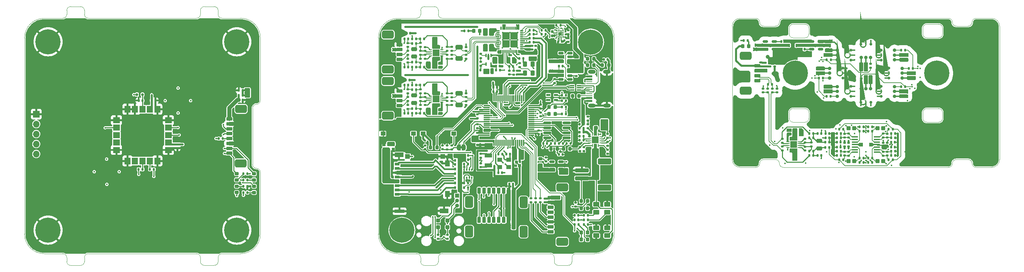
<source format=gtl>
%TF.GenerationSoftware,KiCad,Pcbnew,7.0.2*%
%TF.CreationDate,2023-05-26T09:26:55+02:00*%
%TF.ProjectId,kleinvoet,6b6c6569-6e76-46f6-9574-2e6b69636164,C*%
%TF.SameCoordinates,Original*%
%TF.FileFunction,Copper,L1,Top*%
%TF.FilePolarity,Positive*%
%FSLAX46Y46*%
G04 Gerber Fmt 4.6, Leading zero omitted, Abs format (unit mm)*
G04 Created by KiCad (PCBNEW 7.0.2) date 2023-05-26 09:26:55*
%MOMM*%
%LPD*%
G01*
G04 APERTURE LIST*
G04 Aperture macros list*
%AMRoundRect*
0 Rectangle with rounded corners*
0 $1 Rounding radius*
0 $2 $3 $4 $5 $6 $7 $8 $9 X,Y pos of 4 corners*
0 Add a 4 corners polygon primitive as box body*
4,1,4,$2,$3,$4,$5,$6,$7,$8,$9,$2,$3,0*
0 Add four circle primitives for the rounded corners*
1,1,$1+$1,$2,$3*
1,1,$1+$1,$4,$5*
1,1,$1+$1,$6,$7*
1,1,$1+$1,$8,$9*
0 Add four rect primitives between the rounded corners*
20,1,$1+$1,$2,$3,$4,$5,0*
20,1,$1+$1,$4,$5,$6,$7,0*
20,1,$1+$1,$6,$7,$8,$9,0*
20,1,$1+$1,$8,$9,$2,$3,0*%
%AMFreePoly0*
4,1,57,-0.435426,0.798887,-0.275000,0.727461,-0.132930,0.624242,-0.015426,0.493740,0.072378,0.341659,0.126644,0.174646,0.145000,0.000000,0.126644,-0.174646,0.072378,-0.341659,-0.015426,-0.493740,-0.132930,-0.624242,-0.275000,-0.727461,-0.435426,-0.798887,-0.607196,-0.835398,-0.782804,-0.835398,-0.954574,-0.798887,-1.115000,-0.727461,-1.257070,-0.624242,-1.374574,-0.493740,-1.462378,-0.341659,
-1.516644,-0.174646,-1.535000,0.000000,-1.249746,0.000000,-1.230843,-0.143579,-1.175424,-0.277373,-1.087265,-0.392265,-0.972373,-0.480424,-0.838579,-0.535843,-0.695000,-0.554746,-0.551421,-0.535843,-0.417627,-0.480424,-0.302735,-0.392265,-0.214576,-0.277373,-0.159157,-0.143579,-0.140254,0.000000,-0.159157,0.143579,-0.214576,0.277373,-0.302735,0.392265,-0.417627,0.480424,-0.551421,0.535843,
-0.695000,0.554746,-0.838579,0.535843,-0.972373,0.480424,-1.087265,0.392265,-1.175424,0.277373,-1.230843,0.143579,-1.249746,0.000000,-1.535000,0.000000,-1.516644,0.174646,-1.462378,0.341659,-1.374574,0.493740,-1.257070,0.624242,-1.115000,0.727461,-0.954574,0.798887,-0.782804,0.835398,-0.607196,0.835398,-0.435426,0.798887,-0.435426,0.798887,$1*%
%AMFreePoly1*
4,1,19,0.500000,-0.750000,0.000000,-0.750000,0.000000,-0.744911,-0.071157,-0.744911,-0.207708,-0.704816,-0.327430,-0.627875,-0.420627,-0.520320,-0.479746,-0.390866,-0.500000,-0.250000,-0.500000,0.250000,-0.479746,0.390866,-0.420627,0.520320,-0.327430,0.627875,-0.207708,0.704816,-0.071157,0.744911,0.000000,0.744911,0.000000,0.750000,0.500000,0.750000,0.500000,-0.750000,0.500000,-0.750000,
$1*%
%AMFreePoly2*
4,1,19,0.000000,0.744911,0.071157,0.744911,0.207708,0.704816,0.327430,0.627875,0.420627,0.520320,0.479746,0.390866,0.500000,0.250000,0.500000,-0.250000,0.479746,-0.390866,0.420627,-0.520320,0.327430,-0.627875,0.207708,-0.704816,0.071157,-0.744911,0.000000,-0.744911,0.000000,-0.750000,-0.500000,-0.750000,-0.500000,0.750000,0.000000,0.750000,0.000000,0.744911,0.000000,0.744911,
$1*%
G04 Aperture macros list end*
%TA.AperFunction,SMDPad,CuDef*%
%ADD10RoundRect,0.140000X-0.140000X-0.170000X0.140000X-0.170000X0.140000X0.170000X-0.140000X0.170000X0*%
%TD*%
%TA.AperFunction,SMDPad,CuDef*%
%ADD11RoundRect,0.140000X0.140000X0.170000X-0.140000X0.170000X-0.140000X-0.170000X0.140000X-0.170000X0*%
%TD*%
%TA.AperFunction,SMDPad,CuDef*%
%ADD12RoundRect,0.135000X0.135000X0.185000X-0.135000X0.185000X-0.135000X-0.185000X0.135000X-0.185000X0*%
%TD*%
%TA.AperFunction,SMDPad,CuDef*%
%ADD13RoundRect,0.218750X0.218750X0.256250X-0.218750X0.256250X-0.218750X-0.256250X0.218750X-0.256250X0*%
%TD*%
%TA.AperFunction,SMDPad,CuDef*%
%ADD14RoundRect,0.135000X-0.135000X-0.185000X0.135000X-0.185000X0.135000X0.185000X-0.135000X0.185000X0*%
%TD*%
%TA.AperFunction,SMDPad,CuDef*%
%ADD15R,1.300000X1.100000*%
%TD*%
%TA.AperFunction,SMDPad,CuDef*%
%ADD16R,1.250000X1.000000*%
%TD*%
%TA.AperFunction,SMDPad,CuDef*%
%ADD17RoundRect,0.200000X-0.200000X-0.275000X0.200000X-0.275000X0.200000X0.275000X-0.200000X0.275000X0*%
%TD*%
%TA.AperFunction,SMDPad,CuDef*%
%ADD18RoundRect,0.140000X0.170000X-0.140000X0.170000X0.140000X-0.170000X0.140000X-0.170000X-0.140000X0*%
%TD*%
%TA.AperFunction,SMDPad,CuDef*%
%ADD19RoundRect,0.140000X-0.170000X0.140000X-0.170000X-0.140000X0.170000X-0.140000X0.170000X0.140000X0*%
%TD*%
%TA.AperFunction,SMDPad,CuDef*%
%ADD20R,1.900000X1.100000*%
%TD*%
%TA.AperFunction,ComponentPad*%
%ADD21C,0.800000*%
%TD*%
%TA.AperFunction,ComponentPad*%
%ADD22C,6.400000*%
%TD*%
%TA.AperFunction,SMDPad,CuDef*%
%ADD23RoundRect,0.135000X-0.185000X0.135000X-0.185000X-0.135000X0.185000X-0.135000X0.185000X0.135000X0*%
%TD*%
%TA.AperFunction,SMDPad,CuDef*%
%ADD24RoundRect,0.150000X0.512500X0.150000X-0.512500X0.150000X-0.512500X-0.150000X0.512500X-0.150000X0*%
%TD*%
%TA.AperFunction,SMDPad,CuDef*%
%ADD25RoundRect,0.237500X-0.287500X-0.237500X0.287500X-0.237500X0.287500X0.237500X-0.287500X0.237500X0*%
%TD*%
%TA.AperFunction,SMDPad,CuDef*%
%ADD26RoundRect,0.250000X1.500000X-0.250000X1.500000X0.250000X-1.500000X0.250000X-1.500000X-0.250000X0*%
%TD*%
%TA.AperFunction,SMDPad,CuDef*%
%ADD27RoundRect,0.250001X1.449999X-0.499999X1.449999X0.499999X-1.449999X0.499999X-1.449999X-0.499999X0*%
%TD*%
%TA.AperFunction,SMDPad,CuDef*%
%ADD28R,1.000000X0.375000*%
%TD*%
%TA.AperFunction,SMDPad,CuDef*%
%ADD29R,1.200000X0.300000*%
%TD*%
%TA.AperFunction,SMDPad,CuDef*%
%ADD30RoundRect,0.218750X-0.218750X-0.256250X0.218750X-0.256250X0.218750X0.256250X-0.218750X0.256250X0*%
%TD*%
%TA.AperFunction,SMDPad,CuDef*%
%ADD31RoundRect,0.062500X-0.350000X-0.062500X0.350000X-0.062500X0.350000X0.062500X-0.350000X0.062500X0*%
%TD*%
%TA.AperFunction,SMDPad,CuDef*%
%ADD32RoundRect,0.062500X-0.062500X-0.350000X0.062500X-0.350000X0.062500X0.350000X-0.062500X0.350000X0*%
%TD*%
%TA.AperFunction,ComponentPad*%
%ADD33C,0.500000*%
%TD*%
%TA.AperFunction,SMDPad,CuDef*%
%ADD34R,1.680000X1.680000*%
%TD*%
%TA.AperFunction,SMDPad,CuDef*%
%ADD35RoundRect,0.250000X-0.475000X0.250000X-0.475000X-0.250000X0.475000X-0.250000X0.475000X0.250000X0*%
%TD*%
%TA.AperFunction,SMDPad,CuDef*%
%ADD36RoundRect,0.250000X0.650000X-0.325000X0.650000X0.325000X-0.650000X0.325000X-0.650000X-0.325000X0*%
%TD*%
%TA.AperFunction,SMDPad,CuDef*%
%ADD37RoundRect,0.237500X-0.237500X0.287500X-0.237500X-0.287500X0.237500X-0.287500X0.237500X0.287500X0*%
%TD*%
%TA.AperFunction,SMDPad,CuDef*%
%ADD38RoundRect,0.135000X0.185000X-0.135000X0.185000X0.135000X-0.185000X0.135000X-0.185000X-0.135000X0*%
%TD*%
%TA.AperFunction,SMDPad,CuDef*%
%ADD39RoundRect,0.275000X0.275000X-0.375000X0.275000X0.375000X-0.275000X0.375000X-0.275000X-0.375000X0*%
%TD*%
%TA.AperFunction,SMDPad,CuDef*%
%ADD40RoundRect,0.275000X-0.275000X0.375000X-0.275000X-0.375000X0.275000X-0.375000X0.275000X0.375000X0*%
%TD*%
%TA.AperFunction,SMDPad,CuDef*%
%ADD41RoundRect,0.075000X0.075000X-0.700000X0.075000X0.700000X-0.075000X0.700000X-0.075000X-0.700000X0*%
%TD*%
%TA.AperFunction,SMDPad,CuDef*%
%ADD42RoundRect,0.075000X0.700000X-0.075000X0.700000X0.075000X-0.700000X0.075000X-0.700000X-0.075000X0*%
%TD*%
%TA.AperFunction,SMDPad,CuDef*%
%ADD43RoundRect,0.075000X0.075000X-0.325000X0.075000X0.325000X-0.075000X0.325000X-0.075000X-0.325000X0*%
%TD*%
%TA.AperFunction,SMDPad,CuDef*%
%ADD44RoundRect,0.075000X-0.075000X0.325000X-0.075000X-0.325000X0.075000X-0.325000X0.075000X0.325000X0*%
%TD*%
%TA.AperFunction,SMDPad,CuDef*%
%ADD45RoundRect,0.075000X0.325000X0.075000X-0.325000X0.075000X-0.325000X-0.075000X0.325000X-0.075000X0*%
%TD*%
%TA.AperFunction,SMDPad,CuDef*%
%ADD46RoundRect,0.075000X-0.325000X-0.075000X0.325000X-0.075000X0.325000X0.075000X-0.325000X0.075000X0*%
%TD*%
%TA.AperFunction,SMDPad,CuDef*%
%ADD47RoundRect,0.111600X-0.788400X0.788400X-0.788400X-0.788400X0.788400X-0.788400X0.788400X0.788400X0*%
%TD*%
%TA.AperFunction,SMDPad,CuDef*%
%ADD48RoundRect,0.111600X-0.788400X-0.788400X0.788400X-0.788400X0.788400X0.788400X-0.788400X0.788400X0*%
%TD*%
%TA.AperFunction,SMDPad,CuDef*%
%ADD49RoundRect,0.111600X0.788400X0.788400X-0.788400X0.788400X-0.788400X-0.788400X0.788400X-0.788400X0*%
%TD*%
%TA.AperFunction,SMDPad,CuDef*%
%ADD50RoundRect,0.111600X0.788400X-0.788400X0.788400X0.788400X-0.788400X0.788400X-0.788400X-0.788400X0*%
%TD*%
%TA.AperFunction,SMDPad,CuDef*%
%ADD51R,1.500000X0.520000*%
%TD*%
%TA.AperFunction,SMDPad,CuDef*%
%ADD52R,1.500000X0.280000*%
%TD*%
%TA.AperFunction,SMDPad,CuDef*%
%ADD53R,1.500000X0.523000*%
%TD*%
%TA.AperFunction,ComponentPad*%
%ADD54O,1.950000X0.950000*%
%TD*%
%TA.AperFunction,ComponentPad*%
%ADD55R,1.700000X1.700000*%
%TD*%
%TA.AperFunction,ComponentPad*%
%ADD56O,1.700000X1.700000*%
%TD*%
%TA.AperFunction,SMDPad,CuDef*%
%ADD57RoundRect,0.218750X-0.256250X0.218750X-0.256250X-0.218750X0.256250X-0.218750X0.256250X0.218750X0*%
%TD*%
%TA.AperFunction,SMDPad,CuDef*%
%ADD58RoundRect,0.525000X-0.975000X0.525000X-0.975000X-0.525000X0.975000X-0.525000X0.975000X0.525000X0*%
%TD*%
%TA.AperFunction,SMDPad,CuDef*%
%ADD59RoundRect,0.200000X-0.600000X0.200000X-0.600000X-0.200000X0.600000X-0.200000X0.600000X0.200000X0*%
%TD*%
%TA.AperFunction,SMDPad,CuDef*%
%ADD60RoundRect,0.200000X0.600000X-0.200000X0.600000X0.200000X-0.600000X0.200000X-0.600000X-0.200000X0*%
%TD*%
%TA.AperFunction,SMDPad,CuDef*%
%ADD61RoundRect,0.147500X0.172500X-0.147500X0.172500X0.147500X-0.172500X0.147500X-0.172500X-0.147500X0*%
%TD*%
%TA.AperFunction,SMDPad,CuDef*%
%ADD62R,0.350000X0.500000*%
%TD*%
%TA.AperFunction,SMDPad,CuDef*%
%ADD63RoundRect,0.250000X0.287500X0.275000X-0.287500X0.275000X-0.287500X-0.275000X0.287500X-0.275000X0*%
%TD*%
%TA.AperFunction,ComponentPad*%
%ADD64R,1.000000X1.000000*%
%TD*%
%TA.AperFunction,ComponentPad*%
%ADD65O,1.000000X1.000000*%
%TD*%
%TA.AperFunction,SMDPad,CuDef*%
%ADD66RoundRect,0.150000X-0.150000X-0.200000X0.150000X-0.200000X0.150000X0.200000X-0.150000X0.200000X0*%
%TD*%
%TA.AperFunction,SMDPad,CuDef*%
%ADD67RoundRect,0.200000X0.200000X0.275000X-0.200000X0.275000X-0.200000X-0.275000X0.200000X-0.275000X0*%
%TD*%
%TA.AperFunction,SMDPad,CuDef*%
%ADD68C,0.900000*%
%TD*%
%TA.AperFunction,SMDPad,CuDef*%
%ADD69C,0.700000*%
%TD*%
%TA.AperFunction,SMDPad,CuDef*%
%ADD70FreePoly0,90.000000*%
%TD*%
%TA.AperFunction,SMDPad,CuDef*%
%ADD71R,1.500000X1.800000*%
%TD*%
%TA.AperFunction,SMDPad,CuDef*%
%ADD72R,1.800000X1.500000*%
%TD*%
%TA.AperFunction,SMDPad,CuDef*%
%ADD73RoundRect,0.100000X-0.100000X0.350000X-0.100000X-0.350000X0.100000X-0.350000X0.100000X0.350000X0*%
%TD*%
%TA.AperFunction,SMDPad,CuDef*%
%ADD74R,1.000000X0.600000*%
%TD*%
%TA.AperFunction,SMDPad,CuDef*%
%ADD75RoundRect,0.250000X-0.287500X-0.275000X0.287500X-0.275000X0.287500X0.275000X-0.287500X0.275000X0*%
%TD*%
%TA.AperFunction,SMDPad,CuDef*%
%ADD76RoundRect,0.147500X-0.172500X0.147500X-0.172500X-0.147500X0.172500X-0.147500X0.172500X0.147500X0*%
%TD*%
%TA.AperFunction,SMDPad,CuDef*%
%ADD77RoundRect,0.155000X0.155000X-0.212500X0.155000X0.212500X-0.155000X0.212500X-0.155000X-0.212500X0*%
%TD*%
%TA.AperFunction,SMDPad,CuDef*%
%ADD78FreePoly0,180.000000*%
%TD*%
%TA.AperFunction,SMDPad,CuDef*%
%ADD79FreePoly0,0.000000*%
%TD*%
%TA.AperFunction,SMDPad,CuDef*%
%ADD80RoundRect,0.147500X0.147500X0.172500X-0.147500X0.172500X-0.147500X-0.172500X0.147500X-0.172500X0*%
%TD*%
%TA.AperFunction,SMDPad,CuDef*%
%ADD81RoundRect,0.147500X-0.147500X-0.172500X0.147500X-0.172500X0.147500X0.172500X-0.147500X0.172500X0*%
%TD*%
%TA.AperFunction,SMDPad,CuDef*%
%ADD82FreePoly0,270.000000*%
%TD*%
%TA.AperFunction,SMDPad,CuDef*%
%ADD83RoundRect,0.062500X0.350000X0.062500X-0.350000X0.062500X-0.350000X-0.062500X0.350000X-0.062500X0*%
%TD*%
%TA.AperFunction,SMDPad,CuDef*%
%ADD84RoundRect,0.062500X0.062500X0.350000X-0.062500X0.350000X-0.062500X-0.350000X0.062500X-0.350000X0*%
%TD*%
%TA.AperFunction,SMDPad,CuDef*%
%ADD85RoundRect,0.150000X-0.512500X-0.150000X0.512500X-0.150000X0.512500X0.150000X-0.512500X0.150000X0*%
%TD*%
%TA.AperFunction,SMDPad,CuDef*%
%ADD86RoundRect,0.525000X0.975000X-0.525000X0.975000X0.525000X-0.975000X0.525000X-0.975000X-0.525000X0*%
%TD*%
%TA.AperFunction,SMDPad,CuDef*%
%ADD87FreePoly1,180.000000*%
%TD*%
%TA.AperFunction,SMDPad,CuDef*%
%ADD88FreePoly2,180.000000*%
%TD*%
%TA.AperFunction,SMDPad,CuDef*%
%ADD89RoundRect,0.300000X0.500000X-0.300000X0.500000X0.300000X-0.500000X0.300000X-0.500000X-0.300000X0*%
%TD*%
%TA.AperFunction,SMDPad,CuDef*%
%ADD90RoundRect,0.525000X-0.525000X-0.975000X0.525000X-0.975000X0.525000X0.975000X-0.525000X0.975000X0*%
%TD*%
%TA.AperFunction,SMDPad,CuDef*%
%ADD91RoundRect,0.200000X-0.200000X-0.600000X0.200000X-0.600000X0.200000X0.600000X-0.200000X0.600000X0*%
%TD*%
%TA.AperFunction,SMDPad,CuDef*%
%ADD92RoundRect,0.200000X0.200000X0.600000X-0.200000X0.600000X-0.200000X-0.600000X0.200000X-0.600000X0*%
%TD*%
%TA.AperFunction,SMDPad,CuDef*%
%ADD93RoundRect,0.150000X0.825000X0.150000X-0.825000X0.150000X-0.825000X-0.150000X0.825000X-0.150000X0*%
%TD*%
%TA.AperFunction,SMDPad,CuDef*%
%ADD94C,1.000000*%
%TD*%
%TA.AperFunction,SMDPad,CuDef*%
%ADD95RoundRect,0.087500X0.712500X-0.087500X0.712500X0.087500X-0.712500X0.087500X-0.712500X-0.087500X0*%
%TD*%
%TA.AperFunction,SMDPad,CuDef*%
%ADD96RoundRect,0.062500X0.062500X-0.350000X0.062500X0.350000X-0.062500X0.350000X-0.062500X-0.350000X0*%
%TD*%
%TA.AperFunction,SMDPad,CuDef*%
%ADD97RoundRect,0.062500X0.350000X-0.062500X0.350000X0.062500X-0.350000X0.062500X-0.350000X-0.062500X0*%
%TD*%
%TA.AperFunction,SMDPad,CuDef*%
%ADD98R,0.350000X0.375000*%
%TD*%
%TA.AperFunction,SMDPad,CuDef*%
%ADD99R,0.375000X0.350000*%
%TD*%
%TA.AperFunction,SMDPad,CuDef*%
%ADD100R,1.250000X0.800000*%
%TD*%
%TA.AperFunction,SMDPad,CuDef*%
%ADD101R,1.250000X1.160000*%
%TD*%
%TA.AperFunction,SMDPad,CuDef*%
%ADD102R,2.500000X0.950000*%
%TD*%
%TA.AperFunction,SMDPad,CuDef*%
%ADD103R,2.200000X1.150000*%
%TD*%
%TA.AperFunction,SMDPad,CuDef*%
%ADD104R,1.150000X1.500000*%
%TD*%
%TA.AperFunction,ViaPad*%
%ADD105C,0.450000*%
%TD*%
%TA.AperFunction,ViaPad*%
%ADD106C,0.400000*%
%TD*%
%TA.AperFunction,Conductor*%
%ADD107C,0.500000*%
%TD*%
%TA.AperFunction,Conductor*%
%ADD108C,0.300000*%
%TD*%
%TA.AperFunction,Conductor*%
%ADD109C,0.250000*%
%TD*%
%TA.AperFunction,Conductor*%
%ADD110C,1.000000*%
%TD*%
%TA.AperFunction,Conductor*%
%ADD111C,0.200000*%
%TD*%
%TA.AperFunction,Conductor*%
%ADD112C,0.306310*%
%TD*%
%TA.AperFunction,Conductor*%
%ADD113C,0.440000*%
%TD*%
%TA.AperFunction,Conductor*%
%ADD114C,0.230000*%
%TD*%
%TA.AperFunction,Conductor*%
%ADD115C,0.150000*%
%TD*%
%TA.AperFunction,Profile*%
%ADD116C,0.050000*%
%TD*%
G04 APERTURE END LIST*
%TA.AperFunction,EtchedComponent*%
%TO.C,JP101*%
G36*
X135350000Y-65200000D02*
G01*
X134850000Y-65200000D01*
X134850000Y-64600000D01*
X135350000Y-64600000D01*
X135350000Y-65200000D01*
G37*
%TD.AperFunction*%
%TD*%
D10*
%TO.P,C502,1*%
%TO.N,GND*%
X120620000Y-44400000D03*
%TO.P,C502,2*%
%TO.N,/ADC_Interface/ADC_PORT_1_SIG_N*%
X121580000Y-44400000D03*
%TD*%
D11*
%TO.P,C501,1*%
%TO.N,/ADC_Interface/ADC_PORT_1_SIG_P*%
X121580000Y-37200000D03*
%TO.P,C501,2*%
%TO.N,GND*%
X120620000Y-37200000D03*
%TD*%
D10*
%TO.P,C903,1*%
%TO.N,+BATT*%
X169820000Y-65800000D03*
%TO.P,C903,2*%
%TO.N,GND*%
X170780000Y-65800000D03*
%TD*%
D11*
%TO.P,C904,1*%
%TO.N,VBUS*%
X166180000Y-59000000D03*
%TO.P,C904,2*%
%TO.N,GND*%
X165220000Y-59000000D03*
%TD*%
D12*
%TO.P,R905,1*%
%TO.N,/Power/~{PGOOD}*%
X167317800Y-84600000D03*
%TO.P,R905,2*%
%TO.N,Net-(D901-K)*%
X166297800Y-84600000D03*
%TD*%
D13*
%TO.P,D901,1,K*%
%TO.N,Net-(D901-K)*%
X167195300Y-86600000D03*
%TO.P,D901,2,A*%
%TO.N,VCC*%
X165620300Y-86600000D03*
%TD*%
%TO.P,D902,1,K*%
%TO.N,Net-(D902-K)*%
X167195300Y-88400000D03*
%TO.P,D902,2,A*%
%TO.N,VCC*%
X165620300Y-88400000D03*
%TD*%
D14*
%TO.P,R908,1*%
%TO.N,/BATT_~{CHG}*%
X163897800Y-84600000D03*
%TO.P,R908,2*%
%TO.N,Net-(D902-K)*%
X164917800Y-84600000D03*
%TD*%
D15*
%TO.P,Y101,1,1*%
%TO.N,/OSC_HSE_IN*%
X144862400Y-69950000D03*
%TO.P,Y101,2,2*%
%TO.N,GND*%
X147162400Y-69950000D03*
%TO.P,Y101,3,3*%
%TO.N,Net-(C104-Pad1)*%
X147162400Y-68050000D03*
%TO.P,Y101,4,4*%
%TO.N,GND*%
X144862400Y-68050000D03*
%TD*%
D16*
%TO.P,SW101,1,1*%
%TO.N,/~{RST}*%
X122950000Y-61400000D03*
%TO.P,SW101,2,2*%
%TO.N,GND*%
X115200000Y-61400000D03*
%TD*%
D17*
%TO.P,R209,1*%
%TO.N,GND*%
X163375000Y-51800000D03*
%TO.P,R209,2*%
%TO.N,/Connectors/USB_CC1*%
X165025000Y-51800000D03*
%TD*%
D18*
%TO.P,CB401,1*%
%TO.N,+3.3VADC*%
X149900000Y-46330000D03*
%TO.P,CB401,2*%
%TO.N,GND*%
X149900000Y-45370000D03*
%TD*%
D19*
%TO.P,C101,1*%
%TO.N,/VCAP*%
X155300000Y-56020000D03*
%TO.P,C101,2*%
%TO.N,GND*%
X155300000Y-56980000D03*
%TD*%
%TO.P,C103,1*%
%TO.N,+3V3*%
X139200000Y-63320000D03*
%TO.P,C103,2*%
%TO.N,GND*%
X139200000Y-64280000D03*
%TD*%
D11*
%TO.P,C104,1*%
%TO.N,Net-(C104-Pad1)*%
X147480000Y-66600000D03*
%TO.P,C104,2*%
%TO.N,GND*%
X146520000Y-66600000D03*
%TD*%
D18*
%TO.P,C105,1*%
%TO.N,/OSC_LSE_OUT*%
X140012400Y-69930000D03*
%TO.P,C105,2*%
%TO.N,GND*%
X140012400Y-68970000D03*
%TD*%
D19*
%TO.P,C106,1*%
%TO.N,/OSC_LSE_IN*%
X140012400Y-66570000D03*
%TO.P,C106,2*%
%TO.N,GND*%
X140012400Y-67530000D03*
%TD*%
D10*
%TO.P,C403,1*%
%TO.N,+3.3VADC*%
X147320000Y-43200000D03*
%TO.P,C403,2*%
%TO.N,GND*%
X148280000Y-43200000D03*
%TD*%
D18*
%TO.P,CB102,1*%
%TO.N,/~{RST}*%
X125900000Y-65380000D03*
%TO.P,CB102,2*%
%TO.N,GND*%
X125900000Y-64420000D03*
%TD*%
D19*
%TO.P,CB101,1*%
%TO.N,+3V3*%
X155300000Y-54020000D03*
%TO.P,CB101,2*%
%TO.N,GND*%
X155300000Y-54980000D03*
%TD*%
D18*
%TO.P,CB103,1*%
%TO.N,+3V3*%
X139212400Y-62130000D03*
%TO.P,CB103,2*%
%TO.N,GND*%
X139212400Y-61170000D03*
%TD*%
D19*
%TO.P,CB104,1*%
%TO.N,+3V3*%
X154800000Y-60570000D03*
%TO.P,CB104,2*%
%TO.N,GND*%
X154800000Y-61530000D03*
%TD*%
D10*
%TO.P,CB105,1*%
%TO.N,+3V3*%
X143220000Y-50700000D03*
%TO.P,CB105,2*%
%TO.N,GND*%
X144180000Y-50700000D03*
%TD*%
D19*
%TO.P,CB106,1*%
%TO.N,+3V3*%
X140600000Y-63320000D03*
%TO.P,CB106,2*%
%TO.N,GND*%
X140600000Y-64280000D03*
%TD*%
%TO.P,CB107,1*%
%TO.N,GND*%
X130300000Y-64420000D03*
%TO.P,CB107,2*%
%TO.N,/USR_BTN*%
X130300000Y-65380000D03*
%TD*%
D17*
%TO.P,R208,1*%
%TO.N,GND*%
X167175000Y-43900000D03*
%TO.P,R208,2*%
%TO.N,/Connectors/USB_CC2*%
X168825000Y-43900000D03*
%TD*%
D20*
%TO.P,Y102,1,1*%
%TO.N,/OSC_LSE_OUT*%
X142012400Y-69500000D03*
%TO.P,Y102,2,2*%
%TO.N,/OSC_LSE_IN*%
X142012400Y-67000000D03*
%TD*%
D21*
%TO.P,H201,1,1*%
%TO.N,GND*%
X165600000Y-38050000D03*
X166302944Y-36352944D03*
X166302944Y-39747056D03*
X168000000Y-35650000D03*
D22*
X168000000Y-38050000D03*
D21*
X168000000Y-40450000D03*
X169697056Y-36352944D03*
X169697056Y-39747056D03*
X170400000Y-38050000D03*
%TD*%
D12*
%TO.P,R106,1*%
%TO.N,Net-(C104-Pad1)*%
X145510000Y-66600000D03*
%TO.P,R106,2*%
%TO.N,/OSC_HSE_OUT*%
X144490000Y-66600000D03*
%TD*%
D23*
%TO.P,R101,1*%
%TO.N,/BOOT0*%
X139212400Y-58990000D03*
%TO.P,R101,2*%
%TO.N,GND*%
X139212400Y-60010000D03*
%TD*%
D21*
%TO.P,H202,1,1*%
%TO.N,GND*%
X117600000Y-86050000D03*
X118302944Y-84352944D03*
X118302944Y-87747056D03*
X120000000Y-83650000D03*
D22*
X120000000Y-86050000D03*
D21*
X120000000Y-88450000D03*
X121697056Y-84352944D03*
X121697056Y-87747056D03*
X122400000Y-86050000D03*
%TD*%
D16*
%TO.P,SW102,1,1*%
%TO.N,+3V3*%
X125400000Y-61400000D03*
%TO.P,SW102,2,2*%
%TO.N,Net-(R108-Pad2)*%
X133150000Y-61400000D03*
%TD*%
D24*
%TO.P,U903,1,IN*%
%TO.N,VCC_LOAD_SWITCH*%
X162737500Y-42750000D03*
%TO.P,U903,2,GND*%
%TO.N,GND*%
X162737500Y-41800000D03*
%TO.P,U903,3,EN*%
%TO.N,Net-(U903-EN)*%
X162737500Y-40850000D03*
%TO.P,U903,4,NC*%
%TO.N,unconnected-(U903-NC-Pad4)*%
X160462500Y-40850000D03*
%TO.P,U903,5,OUT*%
%TO.N,+3.3VADC*%
X160462500Y-42750000D03*
%TD*%
D25*
%TO.P,F901,1*%
%TO.N,/Power/VOUT*%
X169325000Y-59900000D03*
%TO.P,F901,2*%
%TO.N,VCC*%
X171075000Y-59900000D03*
%TD*%
D26*
%TO.P,J201,1,Pin_1*%
%TO.N,+BATT*%
X165750000Y-72800000D03*
%TO.P,J201,2,Pin_2*%
%TO.N,GND*%
X165750000Y-70800000D03*
D27*
%TO.P,J201,MP*%
%TO.N,N/C*%
X171500000Y-75150000D03*
X171500000Y-68450000D03*
%TD*%
D18*
%TO.P,C910,1*%
%TO.N,+3.3VADC*%
X158862500Y-42880000D03*
%TO.P,C910,2*%
%TO.N,GND*%
X158862500Y-41920000D03*
%TD*%
D28*
%TO.P,U201,1,I/O1*%
%TO.N,/USB_DN*%
X163325000Y-49162500D03*
D29*
%TO.P,U201,2,GND*%
%TO.N,GND*%
X163250000Y-49700000D03*
D28*
%TO.P,U201,3,I/O2*%
%TO.N,/USB_DP*%
X163325000Y-50237500D03*
%TO.P,U201,4,I/O2*%
%TO.N,/Connectors/USB_CONN_D+*%
X165025000Y-50237500D03*
D29*
%TO.P,U201,5,VBUS*%
%TO.N,VBUS*%
X165100000Y-49700000D03*
D28*
%TO.P,U201,6,I/O1*%
%TO.N,/Connectors/USB_CONN_D-*%
X165025000Y-49162500D03*
%TD*%
D30*
%TO.P,D103,1,K*%
%TO.N,/LED_STATUS_B*%
X157412500Y-54600000D03*
%TO.P,D103,2,A*%
%TO.N,Net-(D103-A)*%
X158987500Y-54600000D03*
%TD*%
D14*
%TO.P,R105,1*%
%TO.N,Net-(D103-A)*%
X160690000Y-54600000D03*
%TO.P,R105,2*%
%TO.N,+3V3*%
X161710000Y-54600000D03*
%TD*%
D10*
%TO.P,C102,1*%
%TO.N,/OSC_HSE_IN*%
X144532400Y-71400000D03*
%TO.P,C102,2*%
%TO.N,GND*%
X145492400Y-71400000D03*
%TD*%
D31*
%TO.P,U801,1,FB-*%
%TO.N,/ADC_Interface/ADC_AA_2/~{FB}*%
X127237500Y-51850000D03*
%TO.P,U801,2,IN+*%
%TO.N,/ADC_Interface/ADC_AA_2/IN*%
X127237500Y-52350000D03*
%TO.P,U801,3,IN-*%
%TO.N,/ADC_Interface/ADC_AA_2/~{IN}*%
X127237500Y-52850000D03*
%TO.P,U801,4,FB+*%
%TO.N,/ADC_Interface/ADC_AA_2/FB*%
X127237500Y-53350000D03*
D32*
%TO.P,U801,5,VS+*%
%TO.N,+3.3VADC*%
X127950000Y-54062500D03*
%TO.P,U801,6,VS+*%
X128450000Y-54062500D03*
%TO.P,U801,7,VS+*%
X128950000Y-54062500D03*
%TO.P,U801,8,VS+*%
X129450000Y-54062500D03*
D31*
%TO.P,U801,9,VOCM*%
%TO.N,/ADC_Interface/VCM*%
X130162500Y-53350000D03*
%TO.P,U801,10,OUT+*%
%TO.N,/ADC_Interface/ADC_AA_2/OUT*%
X130162500Y-52850000D03*
%TO.P,U801,11,OUT-*%
%TO.N,/ADC_Interface/ADC_AA_2/~{OUT}*%
X130162500Y-52350000D03*
%TO.P,U801,12,~{PD}*%
%TO.N,+3.3VADC*%
X130162500Y-51850000D03*
D32*
%TO.P,U801,13,VS-*%
%TO.N,GND*%
X129450000Y-51137500D03*
%TO.P,U801,14,VS-*%
X128950000Y-51137500D03*
%TO.P,U801,15,VS-*%
X128450000Y-51137500D03*
%TO.P,U801,16,VS-*%
X127950000Y-51137500D03*
D33*
%TO.P,U801,17,EP*%
X128110000Y-52010000D03*
X128110000Y-53190000D03*
D34*
X128700000Y-52600000D03*
D33*
X129290000Y-52010000D03*
X129290000Y-53190000D03*
%TD*%
D31*
%TO.P,U701,1,FB-*%
%TO.N,/ADC_Interface/ADC_AA_1/~{FB}*%
X127237500Y-40050000D03*
%TO.P,U701,2,IN+*%
%TO.N,/ADC_Interface/ADC_AA_1/IN*%
X127237500Y-40550000D03*
%TO.P,U701,3,IN-*%
%TO.N,/ADC_Interface/ADC_AA_1/~{IN}*%
X127237500Y-41050000D03*
%TO.P,U701,4,FB+*%
%TO.N,/ADC_Interface/ADC_AA_1/FB*%
X127237500Y-41550000D03*
D32*
%TO.P,U701,5,VS+*%
%TO.N,+3.3VADC*%
X127950000Y-42262500D03*
%TO.P,U701,6,VS+*%
X128450000Y-42262500D03*
%TO.P,U701,7,VS+*%
X128950000Y-42262500D03*
%TO.P,U701,8,VS+*%
X129450000Y-42262500D03*
D31*
%TO.P,U701,9,VOCM*%
%TO.N,/ADC_Interface/VCM*%
X130162500Y-41550000D03*
%TO.P,U701,10,OUT+*%
%TO.N,/ADC_Interface/ADC_AA_1/OUT*%
X130162500Y-41050000D03*
%TO.P,U701,11,OUT-*%
%TO.N,/ADC_Interface/ADC_AA_1/~{OUT}*%
X130162500Y-40550000D03*
%TO.P,U701,12,~{PD}*%
%TO.N,+3.3VADC*%
X130162500Y-40050000D03*
D32*
%TO.P,U701,13,VS-*%
%TO.N,GND*%
X129450000Y-39337500D03*
%TO.P,U701,14,VS-*%
X128950000Y-39337500D03*
%TO.P,U701,15,VS-*%
X128450000Y-39337500D03*
%TO.P,U701,16,VS-*%
X127950000Y-39337500D03*
D33*
%TO.P,U701,17,EP*%
X128110000Y-40210000D03*
X128110000Y-41390000D03*
D34*
X128700000Y-40800000D03*
D33*
X129290000Y-40210000D03*
X129290000Y-41390000D03*
%TD*%
D11*
%TO.P,C401,1*%
%TO.N,+3.3VADC*%
X142480000Y-36000000D03*
%TO.P,C401,2*%
%TO.N,GND*%
X141520000Y-36000000D03*
%TD*%
%TO.P,C402,1*%
%TO.N,+3.3VADC*%
X142480000Y-39000000D03*
%TO.P,C402,2*%
%TO.N,GND*%
X141520000Y-39000000D03*
%TD*%
%TO.P,C405,1*%
%TO.N,+3.3VADC*%
X142480000Y-35000000D03*
%TO.P,C405,2*%
%TO.N,GND*%
X141520000Y-35000000D03*
%TD*%
%TO.P,C406,1*%
%TO.N,+3.3VADC*%
X142480000Y-40000000D03*
%TO.P,C406,2*%
%TO.N,GND*%
X141520000Y-40000000D03*
%TD*%
D10*
%TO.P,C407,1*%
%TO.N,+3.3VADC*%
X147320000Y-42200000D03*
%TO.P,C407,2*%
%TO.N,GND*%
X148280000Y-42200000D03*
%TD*%
D11*
%TO.P,C409,1*%
%TO.N,/ADC_Interface/VREF*%
X144880000Y-43200000D03*
%TO.P,C409,2*%
%TO.N,GND*%
X143920000Y-43200000D03*
%TD*%
%TO.P,C410,1*%
%TO.N,/ADC_Interface/VREF*%
X144880000Y-42200000D03*
%TO.P,C410,2*%
%TO.N,GND*%
X143920000Y-42200000D03*
%TD*%
D19*
%TO.P,C411,1*%
%TO.N,/ADC_Interface/ADC_VDD*%
X152540000Y-41010000D03*
%TO.P,C411,2*%
%TO.N,GND*%
X152540000Y-41970000D03*
%TD*%
%TO.P,C412,1*%
%TO.N,/ADC_Interface/ADC_VDD*%
X154000000Y-41010000D03*
%TO.P,C412,2*%
%TO.N,GND*%
X154000000Y-41970000D03*
%TD*%
%TO.P,C413,1*%
%TO.N,/ADC_Interface/PLL*%
X147350000Y-45370000D03*
%TO.P,C413,2*%
%TO.N,/ADC_Interface/PLL_MID*%
X147350000Y-46330000D03*
%TD*%
D10*
%TO.P,C414,1*%
%TO.N,/ADC_Interface/PLL*%
X147320000Y-44300000D03*
%TO.P,C414,2*%
%TO.N,+3.3VADC*%
X148280000Y-44300000D03*
%TD*%
D11*
%TO.P,C701,1*%
%TO.N,/ADC_Interface/ADC_AA_1/FB_N*%
X123580000Y-44400000D03*
%TO.P,C701,2*%
%TO.N,GND*%
X122620000Y-44400000D03*
%TD*%
%TO.P,C702,1*%
%TO.N,/ADC_Interface/ADC_AA_1/FB_P*%
X123580000Y-37200000D03*
%TO.P,C702,2*%
%TO.N,GND*%
X122620000Y-37200000D03*
%TD*%
D35*
%TO.P,C703,1*%
%TO.N,/ADC_Interface/ADC_AA_1/FB_P*%
X123100000Y-39850000D03*
%TO.P,C703,2*%
%TO.N,/ADC_Interface/ADC_AA_1/FB_N*%
X123100000Y-41750000D03*
%TD*%
D18*
%TO.P,C706,1*%
%TO.N,/ADC_Interface/ADC_AA_1/FB*%
X125900000Y-42280000D03*
%TO.P,C706,2*%
%TO.N,/ADC_Interface/ADC_AA_1/~{IN}*%
X125900000Y-41320000D03*
%TD*%
D19*
%TO.P,C707,1*%
%TO.N,/ADC_Interface/ADC_AA_1/~{FB}*%
X125900000Y-39320000D03*
%TO.P,C707,2*%
%TO.N,/ADC_Interface/ADC_AA_1/IN*%
X125900000Y-40280000D03*
%TD*%
D10*
%TO.P,C708,1*%
%TO.N,GND*%
X127020000Y-43500000D03*
%TO.P,C708,2*%
%TO.N,+3.3VADC*%
X127980000Y-43500000D03*
%TD*%
D18*
%TO.P,C709,1*%
%TO.N,GND*%
X136300000Y-42280000D03*
%TO.P,C709,2*%
%TO.N,/ADC_Interface/ADC_1_P*%
X136300000Y-41320000D03*
%TD*%
D36*
%TO.P,C710,1*%
%TO.N,/ADC_Interface/ADC_1_P*%
X134500000Y-42275000D03*
%TO.P,C710,2*%
%TO.N,/ADC_Interface/ADC_1_N*%
X134500000Y-39325000D03*
%TD*%
D18*
%TO.P,C711,1*%
%TO.N,/ADC_Interface/ADC_1_N*%
X136300000Y-40280000D03*
%TO.P,C711,2*%
%TO.N,GND*%
X136300000Y-39320000D03*
%TD*%
D11*
%TO.P,C801,1*%
%TO.N,/ADC_Interface/ADC_AA_2/FB_N*%
X123580000Y-56200000D03*
%TO.P,C801,2*%
%TO.N,GND*%
X122620000Y-56200000D03*
%TD*%
%TO.P,C802,1*%
%TO.N,/ADC_Interface/ADC_AA_2/FB_P*%
X123580000Y-49000000D03*
%TO.P,C802,2*%
%TO.N,GND*%
X122620000Y-49000000D03*
%TD*%
D35*
%TO.P,C803,1*%
%TO.N,/ADC_Interface/ADC_AA_2/FB_P*%
X123100000Y-51650000D03*
%TO.P,C803,2*%
%TO.N,/ADC_Interface/ADC_AA_2/FB_N*%
X123100000Y-53550000D03*
%TD*%
D18*
%TO.P,C806,1*%
%TO.N,/ADC_Interface/ADC_AA_2/FB*%
X125900000Y-54080000D03*
%TO.P,C806,2*%
%TO.N,/ADC_Interface/ADC_AA_2/~{IN}*%
X125900000Y-53120000D03*
%TD*%
D19*
%TO.P,C807,1*%
%TO.N,/ADC_Interface/ADC_AA_2/~{FB}*%
X125900000Y-51120000D03*
%TO.P,C807,2*%
%TO.N,/ADC_Interface/ADC_AA_2/IN*%
X125900000Y-52080000D03*
%TD*%
D10*
%TO.P,C808,1*%
%TO.N,GND*%
X127020000Y-55300000D03*
%TO.P,C808,2*%
%TO.N,+3.3VADC*%
X127980000Y-55300000D03*
%TD*%
D18*
%TO.P,C809,1*%
%TO.N,GND*%
X136300000Y-54080000D03*
%TO.P,C809,2*%
%TO.N,/ADC_Interface/ADC_2_P*%
X136300000Y-53120000D03*
%TD*%
D36*
%TO.P,C810,1*%
%TO.N,/ADC_Interface/ADC_2_P*%
X134500000Y-54075000D03*
%TO.P,C810,2*%
%TO.N,/ADC_Interface/ADC_2_N*%
X134500000Y-51125000D03*
%TD*%
D18*
%TO.P,C811,1*%
%TO.N,/ADC_Interface/ADC_2_N*%
X136300000Y-52080000D03*
%TO.P,C811,2*%
%TO.N,GND*%
X136300000Y-51120000D03*
%TD*%
D37*
%TO.P,D101,1,K*%
%TO.N,/VCP_RX*%
X131600000Y-83525000D03*
%TO.P,D101,2,A*%
%TO.N,Net-(D101-A)*%
X131600000Y-85275000D03*
%TD*%
%TO.P,D102,1,K*%
%TO.N,/VCP_TX*%
X129200000Y-83525000D03*
%TO.P,D102,2,A*%
%TO.N,Net-(D102-A)*%
X129200000Y-85275000D03*
%TD*%
D30*
%TO.P,D104,1,K*%
%TO.N,/LED_STATUS_O*%
X157412500Y-56400000D03*
%TO.P,D104,2,A*%
%TO.N,Net-(D104-A)*%
X158987500Y-56400000D03*
%TD*%
D38*
%TO.P,R102,1*%
%TO.N,+3V3*%
X131600000Y-88225000D03*
%TO.P,R102,2*%
%TO.N,Net-(D101-A)*%
X131600000Y-87205000D03*
%TD*%
%TO.P,R103,1*%
%TO.N,+3V3*%
X129200000Y-88225000D03*
%TO.P,R103,2*%
%TO.N,Net-(D102-A)*%
X129200000Y-87205000D03*
%TD*%
D14*
%TO.P,R107,1*%
%TO.N,Net-(D104-A)*%
X160690000Y-56400000D03*
%TO.P,R107,2*%
%TO.N,+3V3*%
X161710000Y-56400000D03*
%TD*%
D23*
%TO.P,R404,1*%
%TO.N,+3.3VADC*%
X149900000Y-43390000D03*
%TO.P,R404,2*%
%TO.N,Net-(X401-Tri-State)*%
X149900000Y-44410000D03*
%TD*%
D14*
%TO.P,R407,1*%
%TO.N,Net-(U401-ADDR0{slash}CLATCH)*%
X155490000Y-36050000D03*
%TO.P,R407,2*%
%TO.N,Net-(JP402-C)*%
X156510000Y-36050000D03*
%TD*%
%TO.P,R408,1*%
%TO.N,Net-(U401-ADDR1{slash}CIN)*%
X155490000Y-35050000D03*
%TO.P,R408,2*%
%TO.N,Net-(JP401-C)*%
X156510000Y-35050000D03*
%TD*%
D38*
%TO.P,R414,1*%
%TO.N,/ADC_Interface/PLL_MID*%
X148400000Y-46360000D03*
%TO.P,R414,2*%
%TO.N,+3.3VADC*%
X148400000Y-45340000D03*
%TD*%
D12*
%TO.P,R701,1*%
%TO.N,/ADC_Interface/ADC_AA_1/FB_N*%
X123610000Y-43200000D03*
%TO.P,R701,2*%
%TO.N,/ADC_Interface/ADC_PORT_1_SIG_N*%
X122590000Y-43200000D03*
%TD*%
%TO.P,R702,1*%
%TO.N,/ADC_Interface/ADC_AA_1/FB_P*%
X123610000Y-38400000D03*
%TO.P,R702,2*%
%TO.N,/ADC_Interface/ADC_PORT_1_SIG_P*%
X122590000Y-38400000D03*
%TD*%
D23*
%TO.P,R703,1*%
%TO.N,/ADC_Interface/ADC_AA_1/~{IN}*%
X124700000Y-42290000D03*
%TO.P,R703,2*%
%TO.N,/ADC_Interface/ADC_AA_1/FB_N*%
X124700000Y-43310000D03*
%TD*%
D38*
%TO.P,R704,1*%
%TO.N,/ADC_Interface/ADC_AA_1/IN*%
X124700000Y-39310000D03*
%TO.P,R704,2*%
%TO.N,/ADC_Interface/ADC_AA_1/FB_P*%
X124700000Y-38290000D03*
%TD*%
D12*
%TO.P,R705,1*%
%TO.N,/ADC_Interface/ADC_AA_1/OUT_DRIVER*%
X125610000Y-44400000D03*
%TO.P,R705,2*%
%TO.N,/ADC_Interface/ADC_AA_1/FB_N*%
X124590000Y-44400000D03*
%TD*%
%TO.P,R706,1*%
%TO.N,/ADC_Interface/ADC_AA_1/~{OUT_DRIVER}*%
X125610000Y-37200000D03*
%TO.P,R706,2*%
%TO.N,/ADC_Interface/ADC_AA_1/FB_P*%
X124590000Y-37200000D03*
%TD*%
D23*
%TO.P,R709,1*%
%TO.N,/ADC_Interface/ADC_1_P*%
X132700000Y-41290000D03*
%TO.P,R709,2*%
%TO.N,/ADC_Interface/ADC_AA_1/OUT_DRIVER*%
X132700000Y-42310000D03*
%TD*%
D38*
%TO.P,R710,1*%
%TO.N,/ADC_Interface/ADC_1_N*%
X132700000Y-40310000D03*
%TO.P,R710,2*%
%TO.N,/ADC_Interface/ADC_AA_1/~{OUT_DRIVER}*%
X132700000Y-39290000D03*
%TD*%
D12*
%TO.P,R801,1*%
%TO.N,/ADC_Interface/ADC_AA_2/FB_N*%
X123610000Y-55000000D03*
%TO.P,R801,2*%
%TO.N,/ADC_Interface/ADC_PORT_2_SIG_N*%
X122590000Y-55000000D03*
%TD*%
%TO.P,R802,1*%
%TO.N,/ADC_Interface/ADC_AA_2/FB_P*%
X123610000Y-50200000D03*
%TO.P,R802,2*%
%TO.N,/ADC_Interface/ADC_PORT_2_SIG_P*%
X122590000Y-50200000D03*
%TD*%
D23*
%TO.P,R803,1*%
%TO.N,/ADC_Interface/ADC_AA_2/~{IN}*%
X124700000Y-54090000D03*
%TO.P,R803,2*%
%TO.N,/ADC_Interface/ADC_AA_2/FB_N*%
X124700000Y-55110000D03*
%TD*%
D38*
%TO.P,R804,1*%
%TO.N,/ADC_Interface/ADC_AA_2/IN*%
X124700000Y-51110000D03*
%TO.P,R804,2*%
%TO.N,/ADC_Interface/ADC_AA_2/FB_P*%
X124700000Y-50090000D03*
%TD*%
D12*
%TO.P,R805,1*%
%TO.N,/ADC_Interface/ADC_AA_2/OUT_DRIVER*%
X125610000Y-56200000D03*
%TO.P,R805,2*%
%TO.N,/ADC_Interface/ADC_AA_2/FB_N*%
X124590000Y-56200000D03*
%TD*%
%TO.P,R806,1*%
%TO.N,/ADC_Interface/ADC_AA_2/~{OUT_DRIVER}*%
X125610000Y-49000000D03*
%TO.P,R806,2*%
%TO.N,/ADC_Interface/ADC_AA_2/FB_P*%
X124590000Y-49000000D03*
%TD*%
D23*
%TO.P,R809,1*%
%TO.N,/ADC_Interface/ADC_2_P*%
X132700000Y-53090000D03*
%TO.P,R809,2*%
%TO.N,/ADC_Interface/ADC_AA_2/OUT_DRIVER*%
X132700000Y-54110000D03*
%TD*%
D38*
%TO.P,R810,1*%
%TO.N,/ADC_Interface/ADC_2_N*%
X132700000Y-52110000D03*
%TO.P,R810,2*%
%TO.N,/ADC_Interface/ADC_AA_2/~{OUT_DRIVER}*%
X132700000Y-51090000D03*
%TD*%
D39*
%TO.P,X401,1,Tri-State*%
%TO.N,Net-(X401-Tri-State)*%
X153200000Y-46000000D03*
%TO.P,X401,2,GND*%
%TO.N,GND*%
X153200000Y-43700000D03*
D40*
%TO.P,X401,3,OUT*%
%TO.N,/ADC_Interface/CLK_12.288*%
X151300000Y-43700000D03*
%TO.P,X401,4,VDD*%
%TO.N,+3.3VADC*%
X151300000Y-46000000D03*
%TD*%
D19*
%TO.P,C408,1*%
%TO.N,+3V3*%
X152550000Y-39020000D03*
%TO.P,C408,2*%
%TO.N,GND*%
X152550000Y-39980000D03*
%TD*%
D41*
%TO.P,U101,1,VBAT*%
%TO.N,+3V3*%
X143450000Y-63717200D03*
%TO.P,U101,2,PC13*%
%TO.N,/GPS_SYNC*%
X143950000Y-63717200D03*
%TO.P,U101,3,PC14*%
%TO.N,/OSC_LSE_IN*%
X144450000Y-63717200D03*
%TO.P,U101,4,PC15*%
%TO.N,/OSC_LSE_OUT*%
X144950000Y-63717200D03*
%TO.P,U101,5,PH0*%
%TO.N,/OSC_HSE_IN*%
X145450000Y-63717200D03*
%TO.P,U101,6,PH1*%
%TO.N,/OSC_HSE_OUT*%
X145950000Y-63717200D03*
%TO.P,U101,7,NRST*%
%TO.N,/~{RST}*%
X146450000Y-63717200D03*
%TO.P,U101,8,PC0*%
%TO.N,/EPD_~{CMD}*%
X146950000Y-63717200D03*
%TO.P,U101,9,PC1*%
%TO.N,/EPD_~{RST}*%
X147450000Y-63717200D03*
%TO.P,U101,10,PC2*%
%TO.N,/EPD_BUSY*%
X147950000Y-63717200D03*
%TO.P,U101,11,PC3*%
%TO.N,/LORA_INT*%
X148450000Y-63717200D03*
%TO.P,U101,12,VSSA*%
%TO.N,GND*%
X148950000Y-63717200D03*
%TO.P,U101,13,VDDA*%
%TO.N,+3.3VA*%
X149450000Y-63717200D03*
%TO.P,U101,14,PA0*%
%TO.N,/GPS_TX*%
X149950000Y-63717200D03*
%TO.P,U101,15,PA1*%
%TO.N,/GPS_RX*%
X150450000Y-63717200D03*
%TO.P,U101,16,PA2*%
%TO.N,/VCP_TX*%
X150950000Y-63717200D03*
D42*
%TO.P,U101,17,PA3*%
%TO.N,/VCP_RX*%
X152875000Y-61792200D03*
%TO.P,U101,18,VSS*%
%TO.N,GND*%
X152875000Y-61292200D03*
%TO.P,U101,19,VDD*%
%TO.N,+3V3*%
X152875000Y-60792200D03*
%TO.P,U101,20,PA4*%
%TO.N,/BATT_~{CHG}*%
X152875000Y-60292200D03*
%TO.P,U101,21,PA5*%
%TO.N,/SRAM_SCK*%
X152875000Y-59792200D03*
%TO.P,U101,22,PA6*%
%TO.N,/SRAM_MISO*%
X152875000Y-59292200D03*
%TO.P,U101,23,PA7*%
%TO.N,/SRAM_MOSI*%
X152875000Y-58792200D03*
%TO.P,U101,24,PC4*%
%TO.N,/CHARGE_EN2*%
X152875000Y-58292200D03*
%TO.P,U101,25,PC5*%
%TO.N,/CHARGE_EN1*%
X152875000Y-57792200D03*
%TO.P,U101,26,PB0*%
%TO.N,/I_CHARGE*%
X152875000Y-57292200D03*
%TO.P,U101,27,PB1*%
%TO.N,/V_MONITOR*%
X152875000Y-56792200D03*
%TO.P,U101,28,PB2*%
%TO.N,/LED_STATUS_O*%
X152875000Y-56292200D03*
%TO.P,U101,29,PB10*%
%TO.N,/LED_STATUS_B*%
X152875000Y-55792200D03*
%TO.P,U101,30,VCAP_1*%
%TO.N,/VCAP*%
X152875000Y-55292200D03*
%TO.P,U101,31,VSS*%
%TO.N,GND*%
X152875000Y-54792200D03*
%TO.P,U101,32,VDD*%
%TO.N,+3V3*%
X152875000Y-54292200D03*
D41*
%TO.P,U101,33,PB12*%
%TO.N,/ADC_SAI_BCLK*%
X150950000Y-52367200D03*
%TO.P,U101,34,PB13*%
%TO.N,/CONN_SCK*%
X150450000Y-52367200D03*
%TO.P,U101,35,PB14*%
%TO.N,/CONN_MISO*%
X149950000Y-52367200D03*
%TO.P,U101,36,PB15*%
%TO.N,/CONN_MOSI*%
X149450000Y-52367200D03*
%TO.P,U101,37,PC6*%
%TO.N,/LORA_~{SS}*%
X148950000Y-52367200D03*
%TO.P,U101,38,PC7*%
%TO.N,/EPD_~{SS}*%
X148450000Y-52367200D03*
%TO.P,U101,39,PC8*%
%TO.N,/SDIO_D0*%
X147950000Y-52367200D03*
%TO.P,U101,40,PC9*%
%TO.N,/SDIO_D1*%
X147450000Y-52367200D03*
%TO.P,U101,41,PA8*%
%TO.N,/AVCC_EN*%
X146950000Y-52367200D03*
%TO.P,U101,42,PA9*%
%TO.N,/ADC_SAI_SD_B*%
X146450000Y-52367200D03*
%TO.P,U101,43,PA10*%
%TO.N,/LORA_~{RST}*%
X145950000Y-52367200D03*
%TO.P,U101,44,PA11*%
%TO.N,/USB_DN*%
X145450000Y-52367200D03*
%TO.P,U101,45,PA12*%
%TO.N,/USB_DP*%
X144950000Y-52367200D03*
%TO.P,U101,46,PA13*%
%TO.N,/SWDIO*%
X144450000Y-52367200D03*
%TO.P,U101,47,VSS*%
%TO.N,GND*%
X143950000Y-52367200D03*
%TO.P,U101,48,VDD*%
%TO.N,+3V3*%
X143450000Y-52367200D03*
D42*
%TO.P,U101,49,PA14*%
%TO.N,/SWCLK*%
X141525000Y-54292200D03*
%TO.P,U101,50,PA15*%
%TO.N,/SDIO_CD*%
X141525000Y-54792200D03*
%TO.P,U101,51,PC10*%
%TO.N,/SDIO_D2*%
X141525000Y-55292200D03*
%TO.P,U101,52,PC11*%
%TO.N,/SDIO_D3*%
X141525000Y-55792200D03*
%TO.P,U101,53,PC12*%
%TO.N,/SDIO_CLK*%
X141525000Y-56292200D03*
%TO.P,U101,54,PD2*%
%TO.N,/SDIO_CMD*%
X141525000Y-56792200D03*
%TO.P,U101,55,PB3*%
%TO.N,/SWO*%
X141525000Y-57292200D03*
%TO.P,U101,56,PB4*%
%TO.N,/MAG_INT*%
X141525000Y-57792200D03*
%TO.P,U101,57,PB5*%
%TO.N,/USR_BTN*%
X141525000Y-58292200D03*
%TO.P,U101,58,PB6*%
%TO.N,/I2C1_SCL*%
X141525000Y-58792200D03*
%TO.P,U101,59,PB7*%
%TO.N,/I2C1_SDA*%
X141525000Y-59292200D03*
%TO.P,U101,60,BOOT0*%
%TO.N,/BOOT0*%
X141525000Y-59792200D03*
%TO.P,U101,61,PB8*%
%TO.N,/ADC_SAI_FS*%
X141525000Y-60292200D03*
%TO.P,U101,62,PB9*%
X141525000Y-60792200D03*
%TO.P,U101,63,VSS*%
%TO.N,GND*%
X141525000Y-61292200D03*
%TO.P,U101,64,VDD*%
%TO.N,+3V3*%
X141525000Y-61792200D03*
%TD*%
D14*
%TO.P,R205,1*%
%TO.N,/SDIO_D1*%
X133490000Y-70400000D03*
%TO.P,R205,2*%
%TO.N,+3V3*%
X134510000Y-70400000D03*
%TD*%
D43*
%TO.P,U401,1,AGND1*%
%TO.N,GND*%
X145215000Y-40500000D03*
%TO.P,U401,2,VREF*%
%TO.N,/ADC_Interface/VREF*%
X145715000Y-40500000D03*
%TO.P,U401,3,PLL_FILT*%
%TO.N,/ADC_Interface/PLL*%
X146215000Y-40500000D03*
%TO.P,U401,4,AVDD2*%
%TO.N,+3.3VADC*%
X146715000Y-40500000D03*
%TO.P,U401,5,AGND2*%
%TO.N,GND*%
X147215000Y-40500000D03*
D44*
%TO.P,U401,6,~{RST/PD}*%
%TO.N,/ADC_Interface/ADC_~{RST}*%
X147715000Y-40500000D03*
%TO.P,U401,7,MCLKIN*%
%TO.N,/ADC_Interface/CLK*%
X148215000Y-40500000D03*
%TO.P,U401,8,NC*%
%TO.N,unconnected-(U401-NC-Pad8)*%
X148715000Y-40500000D03*
%TO.P,U401,9,SA_MODE*%
%TO.N,GND*%
X149215000Y-40500000D03*
%TO.P,U401,10,DVDD*%
%TO.N,/ADC_Interface/ADC_VDD*%
X149715000Y-40500000D03*
D45*
%TO.P,U401,11,DGND*%
%TO.N,GND*%
X150465000Y-39750000D03*
%TO.P,U401,12,IOVDD*%
%TO.N,+3V3*%
X150465000Y-39250000D03*
%TO.P,U401,13,SDATAOUT1*%
%TO.N,unconnected-(U401-SDATAOUT1-Pad13)*%
X150465000Y-38750000D03*
%TO.P,U401,14,SDATAOUT2*%
%TO.N,/ADC_Interface/SDATA*%
X150465000Y-38250000D03*
%TO.P,U401,15,LRCLK*%
%TO.N,/ADC_SAI_FS*%
X150465000Y-37750000D03*
D46*
%TO.P,U401,16,BCLK*%
%TO.N,/ADC_Interface/BCLK*%
X150465000Y-37250000D03*
%TO.P,U401,17,SDA/COUT*%
%TO.N,/I2C1_SDA*%
X150465000Y-36750000D03*
%TO.P,U401,18,SCL/CCLK*%
%TO.N,/I2C1_SCL*%
X150465000Y-36250000D03*
%TO.P,U401,19,ADDR0/CLATCH*%
%TO.N,Net-(U401-ADDR0{slash}CLATCH)*%
X150465000Y-35750000D03*
%TO.P,U401,20,ADDR1/CIN*%
%TO.N,Net-(U401-ADDR1{slash}CIN)*%
X150465000Y-35250000D03*
D44*
%TO.P,U401,21,AGND3*%
%TO.N,GND*%
X149715000Y-34500000D03*
%TO.P,U401,22,AGND4*%
X149215000Y-34500000D03*
%TO.P,U401,23,NC*%
%TO.N,unconnected-(U401-NC-Pad23)*%
X148715000Y-34500000D03*
%TO.P,U401,24,NC*%
%TO.N,unconnected-(U401-NC-Pad24)*%
X148215000Y-34500000D03*
%TO.P,U401,25,NC*%
%TO.N,unconnected-(U401-NC-Pad25)*%
X147715000Y-34500000D03*
D43*
%TO.P,U401,26,NC*%
%TO.N,unconnected-(U401-NC-Pad26)*%
X147215000Y-34500000D03*
%TO.P,U401,27,NC*%
%TO.N,unconnected-(U401-NC-Pad27)*%
X146715000Y-34500000D03*
%TO.P,U401,28,AGND5*%
%TO.N,GND*%
X146215000Y-34500000D03*
%TO.P,U401,29,AGND6*%
X145715000Y-34500000D03*
%TO.P,U401,30,NC*%
%TO.N,unconnected-(U401-NC-Pad30)*%
X145215000Y-34500000D03*
D46*
%TO.P,U401,31,AVDD3*%
%TO.N,+3.3VADC*%
X144465000Y-35250000D03*
%TO.P,U401,32,AIN1N*%
%TO.N,/ADC_Interface/ADC_1_N*%
X144465000Y-35750000D03*
%TO.P,U401,33,AIN1P*%
%TO.N,/ADC_Interface/ADC_1_P*%
X144465000Y-36250000D03*
%TO.P,U401,34,AIN2N*%
%TO.N,/ADC_Interface/ADC_1_N*%
X144465000Y-36750000D03*
%TO.P,U401,35,AIN2P*%
%TO.N,/ADC_Interface/ADC_1_P*%
X144465000Y-37250000D03*
D45*
%TO.P,U401,36,AIN3N*%
%TO.N,/ADC_Interface/ADC_2_N*%
X144465000Y-37750000D03*
%TO.P,U401,37,AIN3P*%
%TO.N,/ADC_Interface/ADC_2_P*%
X144465000Y-38250000D03*
%TO.P,U401,38,AIN4N*%
%TO.N,/ADC_Interface/ADC_2_N*%
X144465000Y-38750000D03*
%TO.P,U401,39,AIN4P*%
%TO.N,/ADC_Interface/ADC_2_P*%
X144465000Y-39250000D03*
%TO.P,U401,40,AVDD1*%
%TO.N,+3.3VADC*%
X144465000Y-39750000D03*
D47*
%TO.P,U401,EP,EP*%
%TO.N,GND*%
X146465000Y-38500000D03*
D48*
X148465000Y-38500000D03*
D49*
X146465000Y-36500000D03*
D50*
X148465000Y-36500000D03*
%TD*%
D51*
%TO.P,J206,A1,GND*%
%TO.N,GND*%
X167650000Y-53050000D03*
%TO.P,J206,A4,VBUS*%
%TO.N,VBUS*%
X167650000Y-52300000D03*
D52*
%TO.P,J206,A5,CC1*%
%TO.N,/Connectors/USB_CC1*%
X167650000Y-51700000D03*
%TO.P,J206,A6,D+*%
%TO.N,/Connectors/USB_CONN_D+*%
X167650000Y-50200000D03*
%TO.P,J206,A7,D-*%
%TO.N,/Connectors/USB_CONN_D-*%
X167650000Y-49200000D03*
%TO.P,J206,A8,SBU1*%
%TO.N,unconnected-(J206-SBU1-PadA8)*%
X167650000Y-48200000D03*
D51*
%TO.P,J206,A9,VBUS*%
%TO.N,VBUS*%
X167650000Y-47600000D03*
D53*
%TO.P,J206,A12,GND*%
%TO.N,GND*%
X167650000Y-46850000D03*
D51*
%TO.P,J206,B1,GND*%
X167650000Y-46850000D03*
%TO.P,J206,B4,VBUS*%
%TO.N,VBUS*%
X167650000Y-47600000D03*
D52*
%TO.P,J206,B5,CC2*%
%TO.N,/Connectors/USB_CC2*%
X167650000Y-48700000D03*
%TO.P,J206,B6,D+*%
%TO.N,/Connectors/USB_CONN_D+*%
X167650000Y-49700000D03*
%TO.P,J206,B7,D-*%
%TO.N,/Connectors/USB_CONN_D-*%
X167650000Y-50700000D03*
%TO.P,J206,B8,SBU2*%
%TO.N,unconnected-(J206-SBU2-PadB8)*%
X167650000Y-51200000D03*
D51*
%TO.P,J206,B9,VBUS*%
%TO.N,VBUS*%
X167650000Y-52300000D03*
%TO.P,J206,B12,GND*%
%TO.N,GND*%
X167650000Y-53050000D03*
D54*
%TO.P,J206,S1,SHIELD*%
%TO.N,Earth*%
X168275000Y-54270000D03*
X172100000Y-54270000D03*
X168275000Y-45630000D03*
X172100000Y-45630000D03*
%TD*%
D55*
%TO.P,J303,1,Pin_1*%
%TO.N,GND_GNSS*%
X27000000Y-56425000D03*
D56*
%TO.P,J303,2,Pin_2*%
%TO.N,unconnected-(J303-Pin_2-Pad2)*%
X27000000Y-58965000D03*
%TO.P,J303,3,Pin_3*%
%TO.N,+3.3V_GNSS*%
X27000000Y-61505000D03*
%TO.P,J303,4,Pin_4*%
%TO.N,/GNSS_Module/GPS_TX_RXD*%
X27000000Y-64045000D03*
%TO.P,J303,5,Pin_5*%
%TO.N,/GNSS_Module/GPS_RX_TXD*%
X27000000Y-66585000D03*
%TD*%
D21*
%TO.P,H301,1,1*%
%TO.N,GND_GNSS*%
X80400000Y-38000000D03*
X79697056Y-39697056D03*
X79697056Y-36302944D03*
X78000000Y-40400000D03*
D22*
X78000000Y-38000000D03*
D21*
X78000000Y-35600000D03*
X76302944Y-39697056D03*
X76302944Y-36302944D03*
X75600000Y-38000000D03*
%TD*%
%TO.P,H303,1,1*%
%TO.N,GND_GNSS*%
X80400000Y-86000000D03*
X79697056Y-87697056D03*
X79697056Y-84302944D03*
X78000000Y-88400000D03*
D22*
X78000000Y-86000000D03*
D21*
X78000000Y-83600000D03*
X76302944Y-87697056D03*
X76302944Y-84302944D03*
X75600000Y-86000000D03*
%TD*%
%TO.P,H304,1,1*%
%TO.N,GND_GNSS*%
X32400000Y-86000000D03*
X31697056Y-87697056D03*
X31697056Y-84302944D03*
X30000000Y-88400000D03*
D22*
X30000000Y-86000000D03*
D21*
X30000000Y-83600000D03*
X28302944Y-87697056D03*
X28302944Y-84302944D03*
X27600000Y-86000000D03*
%TD*%
%TO.P,H302,1,1*%
%TO.N,GND_GNSS*%
X32400000Y-38000000D03*
X31697056Y-39697056D03*
X31697056Y-36302944D03*
X30000000Y-40400000D03*
D22*
X30000000Y-38000000D03*
D21*
X30000000Y-35600000D03*
X28302944Y-39697056D03*
X28302944Y-36302944D03*
X27600000Y-38000000D03*
%TD*%
D57*
%TO.P,D304,1,K*%
%TO.N,/GNSS_Module/GPS_RX_TXD*%
X82400000Y-71625000D03*
%TO.P,D304,2,A*%
%TO.N,Net-(D304-A)*%
X82400000Y-73200000D03*
%TD*%
D11*
%TO.P,C305,1*%
%TO.N,VDD*%
X54000000Y-52950000D03*
%TO.P,C305,2*%
%TO.N,GND_GNSS*%
X53040000Y-52950000D03*
%TD*%
D12*
%TO.P,R305,1*%
%TO.N,+3.3V_GNSS*%
X80710000Y-71600000D03*
%TO.P,R305,2*%
%TO.N,Net-(D305-A)*%
X79690000Y-71600000D03*
%TD*%
D10*
%TO.P,C303,1*%
%TO.N,+3.3V_GNSS*%
X56370000Y-52950000D03*
%TO.P,C303,2*%
%TO.N,GND_GNSS*%
X57330000Y-52950000D03*
%TD*%
D57*
%TO.P,D305,1,K*%
%TO.N,/GNSS_Module/GPS_TX_RXD*%
X78000000Y-71612500D03*
%TO.P,D305,2,A*%
%TO.N,Net-(D305-A)*%
X78000000Y-73187500D03*
%TD*%
D19*
%TO.P,C304,1*%
%TO.N,+3.3V_GNSS*%
X62900000Y-64145000D03*
%TO.P,C304,2*%
%TO.N,GND_GNSS*%
X62900000Y-65105000D03*
%TD*%
D14*
%TO.P,R304,1*%
%TO.N,+3.3V_GNSS*%
X79690000Y-73200000D03*
%TO.P,R304,2*%
%TO.N,Net-(D304-A)*%
X80710000Y-73200000D03*
%TD*%
D58*
%TO.P,J601,*%
%TO.N,*%
X116450000Y-47975000D03*
X116400000Y-56825000D03*
D59*
%TO.P,J601,1,Pin_1*%
%TO.N,/ADC_Interface/Sensor_Conn_2/SIG_CONN_N*%
X119400000Y-54275000D03*
D60*
%TO.P,J601,2,Pin_2*%
%TO.N,/ADC_Interface/Sensor_Conn_2/SIG_CONN_P*%
X119400000Y-53025000D03*
%TO.P,J601,3,Pin_3*%
%TO.N,GND*%
X119400000Y-51775000D03*
%TO.P,J601,4,Pin_4*%
%TO.N,VCC_LOAD_SWITCH*%
X119400000Y-50525000D03*
%TD*%
D19*
%TO.P,C804,1*%
%TO.N,/ADC_Interface/ADC_AA_2/IN*%
X124700000Y-52120000D03*
%TO.P,C804,2*%
%TO.N,/ADC_Interface/ADC_AA_2/~{IN}*%
X124700000Y-53080000D03*
%TD*%
%TO.P,CB1403,1*%
%TO.N,+1V8*%
X228050000Y-40270000D03*
%TO.P,CB1403,2*%
%TO.N,GND_SENSOR*%
X228050000Y-41230000D03*
%TD*%
D12*
%TO.P,R1402,1*%
%TO.N,/I2C1_SCL*%
X136810000Y-67000000D03*
%TO.P,R1402,2*%
%TO.N,+3V3*%
X135790000Y-67000000D03*
%TD*%
%TO.P,R1628,1*%
%TO.N,+1V8*%
X237390000Y-67600000D03*
%TO.P,R1628,2*%
%TO.N,/Sensor_board/Buffer/SENS_ARRAY_D*%
X236370000Y-67600000D03*
%TD*%
D23*
%TO.P,R1607,1*%
%TO.N,/Sensor_board/Preamplifier/SIG_P*%
X216700000Y-62690000D03*
%TO.P,R1607,2*%
%TO.N,/Sensor_board/Preamplifier/OUT*%
X216700000Y-63710000D03*
%TD*%
D14*
%TO.P,R1605,1*%
%TO.N,/Sensor_board/Preamplifier/SIG_P*%
X223590000Y-61400000D03*
%TO.P,R1605,2*%
%TO.N,Net-(C1601-Pad1)*%
X224610000Y-61400000D03*
%TD*%
D23*
%TO.P,R1514,1*%
%TO.N,/Sensor_board/Buffer/PREAMP_A_FB*%
X242400000Y-65990000D03*
%TO.P,R1514,2*%
%TO.N,/Sensor_board/Buffer/PREAMP_A_OUT*%
X242400000Y-67010000D03*
%TD*%
D12*
%TO.P,R409,1*%
%TO.N,/ADC_SAI_BCLK*%
X153510000Y-37050000D03*
%TO.P,R409,2*%
%TO.N,/ADC_Interface/BCLK*%
X152490000Y-37050000D03*
%TD*%
D18*
%TO.P,CB1404,1*%
%TO.N,+1V8*%
X248900000Y-47080000D03*
%TO.P,CB1404,2*%
%TO.N,GND_SENSOR*%
X248900000Y-46120000D03*
%TD*%
D17*
%TO.P,R206,1*%
%TO.N,+3V3*%
X127275000Y-64900000D03*
%TO.P,R206,2*%
%TO.N,/SDIO_CD*%
X128925000Y-64900000D03*
%TD*%
D12*
%TO.P,R303,1*%
%TO.N,Net-(D303-A)*%
X80710000Y-76400000D03*
%TO.P,R303,2*%
%TO.N,+3.3V_GNSS*%
X79690000Y-76400000D03*
%TD*%
D61*
%TO.P,FB102,1*%
%TO.N,/GNSS_Module/GPS_RX*%
X154000000Y-78885000D03*
%TO.P,FB102,2*%
%TO.N,/GPS_RX*%
X154000000Y-77915000D03*
%TD*%
D18*
%TO.P,C1505,1*%
%TO.N,+1V8*%
X249900000Y-47080000D03*
%TO.P,C1505,2*%
%TO.N,GND_SENSOR*%
X249900000Y-46120000D03*
%TD*%
D11*
%TO.P,CB903,1*%
%TO.N,/Power/SYSOFF*%
X164880000Y-83400000D03*
%TO.P,CB903,2*%
%TO.N,GND*%
X163920000Y-83400000D03*
%TD*%
D14*
%TO.P,R201,1*%
%TO.N,/SDIO_D2*%
X133490000Y-75200000D03*
%TO.P,R201,2*%
%TO.N,+3V3*%
X134510000Y-75200000D03*
%TD*%
D10*
%TO.P,CB1607,1*%
%TO.N,+1V8*%
X230620000Y-64800000D03*
%TO.P,CB1607,2*%
%TO.N,GND_SENSOR*%
X231580000Y-64800000D03*
%TD*%
D19*
%TO.P,C306,1*%
%TO.N,+3V3*%
X156400000Y-77940000D03*
%TO.P,C306,2*%
%TO.N,GND*%
X156400000Y-78900000D03*
%TD*%
D10*
%TO.P,CB907,1*%
%TO.N,/I_CHARGE*%
X159920000Y-66700000D03*
%TO.P,CB907,2*%
%TO.N,GND*%
X160880000Y-66700000D03*
%TD*%
D62*
%TO.P,U1401,1,GND*%
%TO.N,GND*%
X135825000Y-70575000D03*
%TO.P,U1401,2,CSB*%
%TO.N,+3V3*%
X136475000Y-70575000D03*
%TO.P,U1401,3,SDI*%
%TO.N,/I2C1_SDA*%
X137125000Y-70575000D03*
%TO.P,U1401,4,SCK*%
%TO.N,/I2C1_SCL*%
X137775000Y-70575000D03*
%TO.P,U1401,5,SDO*%
%TO.N,/EnviromentalSensor/I2C_ADDR*%
X137775000Y-72625000D03*
%TO.P,U1401,6,VDDIO*%
%TO.N,+3V3*%
X137125000Y-72625000D03*
%TO.P,U1401,7,GND*%
%TO.N,GND*%
X136475000Y-72625000D03*
%TO.P,U1401,8,VDD*%
%TO.N,+3V3*%
X135825000Y-72625000D03*
%TD*%
D63*
%TO.P,C1608,1*%
%TO.N,/Sensor_board/Buffer/PAIR_A*%
X242412500Y-68400000D03*
%TO.P,C1608,2*%
%TO.N,/Sensor_board/Buffer/SENS_ARRAY_A*%
X240987500Y-68400000D03*
%TD*%
D38*
%TO.P,R207,1*%
%TO.N,/Connectors/SDIO_CLK_TERM*%
X139200000Y-57510000D03*
%TO.P,R207,2*%
%TO.N,/SDIO_CLK*%
X139200000Y-56490000D03*
%TD*%
D14*
%TO.P,R204,1*%
%TO.N,/SDIO_D0*%
X133490000Y-71600000D03*
%TO.P,R204,2*%
%TO.N,+3V3*%
X134510000Y-71600000D03*
%TD*%
D11*
%TO.P,C1606,1*%
%TO.N,GND_SENSOR*%
X226680000Y-61400000D03*
%TO.P,C1606,2*%
%TO.N,Net-(C1601-Pad1)*%
X225720000Y-61400000D03*
%TD*%
D10*
%TO.P,CB1408,1*%
%TO.N,+1V8*%
X236920000Y-43600000D03*
%TO.P,CB1408,2*%
%TO.N,GND_SENSOR*%
X237880000Y-43600000D03*
%TD*%
D19*
%TO.P,CB1401,1*%
%TO.N,+1V8*%
X229000000Y-49570000D03*
%TO.P,CB1401,2*%
%TO.N,GND_SENSOR*%
X229000000Y-50530000D03*
%TD*%
D14*
%TO.P,R1618,1*%
%TO.N,/Sensor_board/Buffer/PREAMP_A_FB*%
X244390000Y-67000000D03*
%TO.P,R1618,2*%
%TO.N,+1V8*%
X245410000Y-67000000D03*
%TD*%
D23*
%TO.P,C1602,1*%
%TO.N,/Sensor_board/Preamplifier/FDA_~{IN}*%
X224100000Y-63690000D03*
%TO.P,C1602,2*%
%TO.N,/Sensor_board/Preamplifier/FDA_IN*%
X224100000Y-64710000D03*
%TD*%
D11*
%TO.P,CB904,1*%
%TO.N,/Power/DVCC_EN*%
X164880000Y-82200000D03*
%TO.P,CB904,2*%
%TO.N,GND*%
X163920000Y-82200000D03*
%TD*%
D64*
%TO.P,J203,1,Pin_1*%
%TO.N,GND*%
X134000000Y-77200000D03*
D65*
%TO.P,J203,2,Pin_2*%
%TO.N,/VCP_TX*%
X134000000Y-78470000D03*
%TO.P,J203,3,Pin_3*%
%TO.N,/VCP_RX*%
X134000000Y-79740000D03*
%TO.P,J203,4,Pin_4*%
%TO.N,+3V3*%
X134000000Y-81010000D03*
%TD*%
D18*
%TO.P,C909,1*%
%TO.N,+3V3*%
X156600000Y-70480000D03*
%TO.P,C909,2*%
%TO.N,GND*%
X156600000Y-69520000D03*
%TD*%
D10*
%TO.P,C404,1*%
%TO.N,/ADC_Interface/VCM*%
X141970000Y-45200000D03*
%TO.P,C404,2*%
%TO.N,GND*%
X142930000Y-45200000D03*
%TD*%
D38*
%TO.P,R402,1*%
%TO.N,/ADC_Interface/VREF_BUFF*%
X140000000Y-44110000D03*
%TO.P,R402,2*%
%TO.N,/ADC_Interface/FB_MID*%
X140000000Y-43090000D03*
%TD*%
D66*
%TO.P,D301,1,K*%
%TO.N,VDD*%
X54000000Y-51450000D03*
%TO.P,D301,2,A*%
%TO.N,/GNSS_Module/BATT+*%
X52600000Y-51450000D03*
%TD*%
D18*
%TO.P,C202,1*%
%TO.N,VAA*%
X115400000Y-65280000D03*
%TO.P,C202,2*%
%TO.N,GND*%
X115400000Y-64320000D03*
%TD*%
%TO.P,C1503,1*%
%TO.N,+1V8*%
X247950000Y-42430000D03*
%TO.P,C1503,2*%
%TO.N,GND_SENSOR*%
X247950000Y-41470000D03*
%TD*%
D19*
%TO.P,CB1201,1*%
%TO.N,+3V3*%
X162300000Y-37070000D03*
%TO.P,CB1201,2*%
%TO.N,GND*%
X162300000Y-38030000D03*
%TD*%
D11*
%TO.P,CB201,1*%
%TO.N,+3V3*%
X134480000Y-68200000D03*
%TO.P,CB201,2*%
%TO.N,GND*%
X133520000Y-68200000D03*
%TD*%
D67*
%TO.P,R916,1*%
%TO.N,/I_CHARGE*%
X159525000Y-65300000D03*
%TO.P,R916,2*%
%TO.N,GND*%
X157875000Y-65300000D03*
%TD*%
D38*
%TO.P,R912,1*%
%TO.N,/CHARGE_EN1*%
X172300000Y-62510000D03*
%TO.P,R912,2*%
%TO.N,VCC*%
X172300000Y-61490000D03*
%TD*%
D12*
%TO.P,R906,1*%
%TO.N,/Power/TMR*%
X166210000Y-63100000D03*
%TO.P,R906,2*%
%TO.N,GND*%
X165190000Y-63100000D03*
%TD*%
D23*
%TO.P,R1609,1*%
%TO.N,/Sensor_board/Buffer/IN0*%
X239200000Y-43590000D03*
%TO.P,R1609,2*%
%TO.N,/Sensor_board/Buffer/PAIR_C*%
X239200000Y-44610000D03*
%TD*%
D14*
%TO.P,R202,1*%
%TO.N,/SDIO_D3*%
X133490000Y-74000000D03*
%TO.P,R202,2*%
%TO.N,+3V3*%
X134510000Y-74000000D03*
%TD*%
D11*
%TO.P,CB1202,1*%
%TO.N,+3V3*%
X160680000Y-37950000D03*
%TO.P,CB1202,2*%
%TO.N,GND*%
X159720000Y-37950000D03*
%TD*%
D10*
%TO.P,C415,1*%
%TO.N,+3.3VADC*%
X143920000Y-44200000D03*
%TO.P,C415,2*%
%TO.N,GND*%
X144880000Y-44200000D03*
%TD*%
D14*
%TO.P,R1635,1*%
%TO.N,/Sensor_board/SUM_OUT_P*%
X231190000Y-60300000D03*
%TO.P,R1635,2*%
%TO.N,/Sensor_board/Buffer/PREAMP_C_OUT*%
X232210000Y-60300000D03*
%TD*%
D18*
%TO.P,CB1406,1*%
%TO.N,+1V8*%
X246950000Y-51730000D03*
%TO.P,CB1406,2*%
%TO.N,GND_SENSOR*%
X246950000Y-50770000D03*
%TD*%
D68*
%TO.P,MK1404,1,OUTPUT*%
%TO.N,/Sensor_board/Buffer/IN0*%
X239200000Y-42020000D03*
D69*
%TO.P,MK1404,2,GND*%
%TO.N,GND_SENSOR*%
X239270000Y-38610000D03*
D70*
%TO.P,MK1404,3,GND*%
X238000000Y-38705000D03*
D69*
%TO.P,MK1404,4,GND*%
X236730000Y-38610000D03*
D68*
%TO.P,MK1404,5,VDD*%
%TO.N,+1V8*%
X236800000Y-42020000D03*
%TO.P,MK1404,6,GND*%
%TO.N,GND_SENSOR*%
X238000000Y-42020000D03*
%TD*%
D14*
%TO.P,R921,1*%
%TO.N,Net-(U903-EN)*%
X162290000Y-44200000D03*
%TO.P,R921,2*%
%TO.N,VCC_LOAD_SWITCH*%
X163310000Y-44200000D03*
%TD*%
D61*
%TO.P,FB101,1*%
%TO.N,/GNSS_Module/GPS_TX*%
X152800000Y-78885000D03*
%TO.P,FB101,2*%
%TO.N,/GPS_TX*%
X152800000Y-77915000D03*
%TD*%
D71*
%TO.P,U301,1,GND*%
%TO.N,GND_GNSS*%
X57800000Y-55165000D03*
%TO.P,U301,2,VCC_IO*%
%TO.N,+3.3V_GNSS*%
X55900000Y-55165000D03*
%TO.P,U301,3,V_BCKP*%
%TO.N,VDD*%
X54000000Y-55165000D03*
%TO.P,U301,4,GND*%
%TO.N,GND_GNSS*%
X52100000Y-55165000D03*
%TO.P,U301,5,GND*%
X50200000Y-55165000D03*
D72*
%TO.P,U301,6,GND*%
X47400000Y-57965000D03*
%TO.P,U301,7,TIMEPULSE*%
%TO.N,/GNSS_Module/TIMEPULSE*%
X47400000Y-59865000D03*
%TO.P,U301,8,~{SAFEBOOT}*%
%TO.N,unconnected-(U301-~{SAFEBOOT}-Pad8)*%
X47400000Y-61765000D03*
%TO.P,U301,9,SDA*%
%TO.N,unconnected-(U301-SDA-Pad9)*%
X47400000Y-63665000D03*
%TO.P,U301,10,GND*%
%TO.N,GND_GNSS*%
X47400000Y-65565000D03*
D71*
%TO.P,U301,11,GND*%
X50200000Y-68365000D03*
%TO.P,U301,12,SCL*%
%TO.N,unconnected-(U301-SCL-Pad12)*%
X52100000Y-68365000D03*
%TO.P,U301,13,TXD*%
%TO.N,/GNSS_Module/GNSS_TXD*%
X54000000Y-68365000D03*
%TO.P,U301,14,RXD*%
%TO.N,/GNSS_Module/GNSS_RXD*%
X55900000Y-68365000D03*
%TO.P,U301,15,GND*%
%TO.N,GND_GNSS*%
X57800000Y-68365000D03*
D72*
%TO.P,U301,16,GND*%
X60600000Y-65565000D03*
%TO.P,U301,17,VCC*%
%TO.N,+3.3V_GNSS*%
X60600000Y-63665000D03*
%TO.P,U301,18,~{RESET}*%
%TO.N,/GNSS_Module/GNSS_~{RESET}*%
X60600000Y-61765000D03*
%TO.P,U301,19,EXTINT*%
%TO.N,/GNSS_Module/GNSS_EXT_INT*%
X60600000Y-59865000D03*
%TO.P,U301,20,GND*%
%TO.N,GND_GNSS*%
X60600000Y-57965000D03*
%TD*%
D73*
%TO.P,U402,1,+*%
%TO.N,/ADC_Interface/VREF*%
X142650000Y-41500000D03*
%TO.P,U402,2,V-*%
%TO.N,GND*%
X142000000Y-41500000D03*
%TO.P,U402,3,-*%
%TO.N,/ADC_Interface/FB*%
X141350000Y-41500000D03*
%TO.P,U402,4*%
%TO.N,/ADC_Interface/VREF_BUFF*%
X141350000Y-43700000D03*
%TO.P,U402,5,V+*%
%TO.N,+3.3VADC*%
X142650000Y-43700000D03*
%TD*%
D19*
%TO.P,CB1405,1*%
%TO.N,+1V8*%
X227100000Y-44920000D03*
%TO.P,CB1405,2*%
%TO.N,GND_SENSOR*%
X227100000Y-45880000D03*
%TD*%
D74*
%TO.P,D105,1,DOUT*%
%TO.N,unconnected-(D105-DOUT-Pad1)*%
X157200000Y-51550000D03*
%TO.P,D105,2,VSS*%
%TO.N,GND*%
X157200000Y-52850000D03*
%TO.P,D105,3,DIN*%
%TO.N,Net-(D105-DIN)*%
X159200000Y-52850000D03*
%TO.P,D105,4,VDD*%
%TO.N,VCC*%
X159200000Y-51550000D03*
%TD*%
D14*
%TO.P,R1622,1*%
%TO.N,+1V8*%
X238590000Y-60800000D03*
%TO.P,R1622,2*%
%TO.N,/Sensor_board/Buffer/SENS_ARRAY_B*%
X239610000Y-60800000D03*
%TD*%
D19*
%TO.P,C704,1*%
%TO.N,/ADC_Interface/ADC_AA_1/IN*%
X124700000Y-40320000D03*
%TO.P,C704,2*%
%TO.N,/ADC_Interface/ADC_AA_1/~{IN}*%
X124700000Y-41280000D03*
%TD*%
D10*
%TO.P,CB1409,1*%
%TO.N,+3V3*%
X135820000Y-73975000D03*
%TO.P,CB1409,2*%
%TO.N,GND*%
X136780000Y-73975000D03*
%TD*%
D18*
%TO.P,CB1602,1*%
%TO.N,+1V8*%
X218780000Y-61480000D03*
%TO.P,CB1602,2*%
%TO.N,GND_SENSOR*%
X218780000Y-60520000D03*
%TD*%
D10*
%TO.P,CB1301,1*%
%TO.N,+3V3*%
X155920000Y-63900000D03*
%TO.P,CB1301,2*%
%TO.N,GND*%
X156880000Y-63900000D03*
%TD*%
D12*
%TO.P,R1612,1*%
%TO.N,/Sensor_board/Buffer/IN6*%
X227110000Y-47200000D03*
%TO.P,R1612,2*%
%TO.N,/Sensor_board/Buffer/PAIR_D*%
X226090000Y-47200000D03*
%TD*%
D75*
%TO.P,C1613,1*%
%TO.N,/Sensor_board/Buffer/PAIR_D*%
X233587500Y-68400000D03*
%TO.P,C1613,2*%
%TO.N,/Sensor_board/Buffer/SENS_ARRAY_D*%
X235012500Y-68400000D03*
%TD*%
D19*
%TO.P,C1006,1*%
%TO.N,/Sensor_board/VCC_FILT*%
X221300000Y-37920000D03*
%TO.P,C1006,2*%
%TO.N,GND_SENSOR*%
X221300000Y-38880000D03*
%TD*%
%TO.P,C1501,1*%
%TO.N,+1V8*%
X226100000Y-44920000D03*
%TO.P,C1501,2*%
%TO.N,GND_SENSOR*%
X226100000Y-45880000D03*
%TD*%
D76*
%TO.P,FB201,1*%
%TO.N,+3V3*%
X116600000Y-64315000D03*
%TO.P,FB201,2*%
%TO.N,VAA*%
X116600000Y-65285000D03*
%TD*%
D10*
%TO.P,CB1606,1*%
%TO.N,+1V8*%
X238600000Y-68700000D03*
%TO.P,CB1606,2*%
%TO.N,GND_SENSOR*%
X239560000Y-68700000D03*
%TD*%
D77*
%TO.P,C1201,1*%
%TO.N,GND*%
X158200000Y-36517500D03*
%TO.P,C1201,2*%
%TO.N,/CompassMagnetometer/CHARGE_PUMP*%
X158200000Y-35382500D03*
%TD*%
D19*
%TO.P,C1610,1*%
%TO.N,/Sensor_board/Buffer/PREAMP_B_OUT*%
X243400000Y-61420000D03*
%TO.P,C1610,2*%
%TO.N,/Sensor_board/Buffer/PREAMP_B_FB*%
X243400000Y-62380000D03*
%TD*%
D68*
%TO.P,MK1402,1,OUTPUT*%
%TO.N,/Sensor_board/Buffer/IN2*%
X247220000Y-44800000D03*
D69*
%TO.P,MK1402,2,GND*%
%TO.N,GND_SENSOR*%
X243810000Y-44730000D03*
D78*
%TO.P,MK1402,3,GND*%
X243905000Y-46000000D03*
D69*
%TO.P,MK1402,4,GND*%
X243810000Y-47270000D03*
D68*
%TO.P,MK1402,5,VDD*%
%TO.N,+1V8*%
X247220000Y-47200000D03*
%TO.P,MK1402,6,GND*%
%TO.N,GND_SENSOR*%
X247220000Y-46000000D03*
%TD*%
D10*
%TO.P,C301,1*%
%TO.N,/GNSS_Module/3v3_GNSS_CONN*%
X78520000Y-52800000D03*
%TO.P,C301,2*%
%TO.N,GND_GNSS*%
X79480000Y-52800000D03*
%TD*%
D57*
%TO.P,D904,1,K*%
%TO.N,Net-(D904-K)*%
X155200000Y-67812500D03*
%TO.P,D904,2,A*%
%TO.N,+3V3*%
X155200000Y-69387500D03*
%TD*%
D11*
%TO.P,CB1407,1*%
%TO.N,+1V8*%
X239080000Y-48300000D03*
%TO.P,CB1407,2*%
%TO.N,GND_SENSOR*%
X238120000Y-48300000D03*
%TD*%
D17*
%TO.P,R913,1*%
%TO.N,+BATT*%
X165582800Y-78600000D03*
%TO.P,R913,2*%
%TO.N,/V_MONITOR*%
X167232800Y-78600000D03*
%TD*%
D14*
%TO.P,R1403,1*%
%TO.N,/EnviromentalSensor/I2C_ADDR*%
X135790000Y-75200000D03*
%TO.P,R1403,2*%
%TO.N,/EnviromentalSensor/I2C_ADDR_SEL*%
X136810000Y-75200000D03*
%TD*%
%TO.P,R405,1*%
%TO.N,/ADC_Interface/CLK*%
X149840000Y-42200000D03*
%TO.P,R405,2*%
%TO.N,/ADC_Interface/CLK_12.288*%
X150860000Y-42200000D03*
%TD*%
D68*
%TO.P,MK1401,1,OUTPUT*%
%TO.N,/Sensor_board/Buffer/IN6*%
X228780000Y-47200000D03*
D69*
%TO.P,MK1401,2,GND*%
%TO.N,GND_SENSOR*%
X232190000Y-47270000D03*
D79*
%TO.P,MK1401,3,GND*%
X232095000Y-46000000D03*
D69*
%TO.P,MK1401,4,GND*%
X232190000Y-44730000D03*
D68*
%TO.P,MK1401,5,VDD*%
%TO.N,+1V8*%
X228780000Y-44800000D03*
%TO.P,MK1401,6,GND*%
%TO.N,GND_SENSOR*%
X228780000Y-46000000D03*
%TD*%
D61*
%TO.P,FB501,1*%
%TO.N,/ADC_Interface/Sensor_Conn_1/SIG_CONN_P*%
X121500000Y-39285000D03*
%TO.P,FB501,2*%
%TO.N,/ADC_Interface/ADC_PORT_1_SIG_P*%
X121500000Y-38315000D03*
%TD*%
D17*
%TO.P,R914,1*%
%TO.N,/V_MONITOR*%
X165582800Y-80414000D03*
%TO.P,R914,2*%
%TO.N,GND*%
X167232800Y-80414000D03*
%TD*%
D11*
%TO.P,C302,1*%
%TO.N,+3.3V_GNSS*%
X79480000Y-50400000D03*
%TO.P,C302,2*%
%TO.N,GND_GNSS*%
X78520000Y-50400000D03*
%TD*%
D18*
%TO.P,C1604,1*%
%TO.N,/Sensor_board/Preamplifier/~{FB}*%
X222500000Y-65680000D03*
%TO.P,C1604,2*%
%TO.N,/Sensor_board/Preamplifier/FDA_IN*%
X222500000Y-64720000D03*
%TD*%
D11*
%TO.P,C901,1*%
%TO.N,+3V3*%
X149980000Y-69600000D03*
%TO.P,C901,2*%
%TO.N,GND*%
X149020000Y-69600000D03*
%TD*%
%TO.P,C1605,1*%
%TO.N,GND_SENSOR*%
X221260000Y-60500000D03*
%TO.P,C1605,2*%
%TO.N,+3.3V_SENSOR*%
X220300000Y-60500000D03*
%TD*%
D80*
%TO.P,FB302,1*%
%TO.N,/GNSS_Module/GPS_TX_RXD*%
X56885000Y-70500000D03*
%TO.P,FB302,2*%
%TO.N,/GNSS_Module/GNSS_RXD*%
X55915000Y-70500000D03*
%TD*%
D12*
%TO.P,R411,1*%
%TO.N,/ADC_SAI_SD_B*%
X153510000Y-38050000D03*
%TO.P,R411,2*%
%TO.N,/ADC_Interface/SDATA*%
X152490000Y-38050000D03*
%TD*%
D23*
%TO.P,R917,1*%
%TO.N,/CHARGE_EN2*%
X172300000Y-63490000D03*
%TO.P,R917,2*%
%TO.N,GND*%
X172300000Y-64510000D03*
%TD*%
D12*
%TO.P,R1613,1*%
%TO.N,/Sensor_board/Buffer/IN5*%
X229010000Y-51850000D03*
%TO.P,R1613,2*%
%TO.N,/Sensor_board/Buffer/PAIR_D*%
X227990000Y-51850000D03*
%TD*%
D21*
%TO.P,H1001,1,1*%
%TO.N,GND_SENSOR*%
X253600000Y-46000000D03*
X254302944Y-44302944D03*
X254302944Y-47697056D03*
X256000000Y-43600000D03*
D22*
X256000000Y-46000000D03*
D21*
X256000000Y-48400000D03*
X257697056Y-44302944D03*
X257697056Y-47697056D03*
X258400000Y-46000000D03*
%TD*%
D81*
%TO.P,FB901,1*%
%TO.N,+3V3*%
X149015000Y-68600000D03*
%TO.P,FB901,2*%
%TO.N,+3.3VA*%
X149985000Y-68600000D03*
%TD*%
D76*
%TO.P,FB502,1*%
%TO.N,/ADC_Interface/Sensor_Conn_1/SIG_CONN_N*%
X121500000Y-42315000D03*
%TO.P,FB502,2*%
%TO.N,/ADC_Interface/ADC_PORT_1_SIG_N*%
X121500000Y-43285000D03*
%TD*%
D14*
%TO.P,R412,1*%
%TO.N,/I2C1_SDA*%
X152490000Y-36050000D03*
%TO.P,R412,2*%
%TO.N,+3V3*%
X153510000Y-36050000D03*
%TD*%
D38*
%TO.P,R1610,1*%
%TO.N,/Sensor_board/Buffer/IN4*%
X236800000Y-48310000D03*
%TO.P,R1610,2*%
%TO.N,/Sensor_board/Buffer/PAIR_B*%
X236800000Y-47290000D03*
%TD*%
D10*
%TO.P,C602,1*%
%TO.N,GND*%
X120620000Y-56200000D03*
%TO.P,C602,2*%
%TO.N,/ADC_Interface/ADC_PORT_2_SIG_N*%
X121580000Y-56200000D03*
%TD*%
D68*
%TO.P,MK1403,1,OUTPUT*%
%TO.N,/Sensor_board/Buffer/IN4*%
X236800000Y-49980000D03*
D69*
%TO.P,MK1403,2,GND*%
%TO.N,GND_SENSOR*%
X236730000Y-53390000D03*
D82*
%TO.P,MK1403,3,GND*%
X238000000Y-53295000D03*
D69*
%TO.P,MK1403,4,GND*%
X239270000Y-53390000D03*
D68*
%TO.P,MK1403,5,VDD*%
%TO.N,+1V8*%
X239200000Y-49980000D03*
%TO.P,MK1403,6,GND*%
%TO.N,GND_SENSOR*%
X238000000Y-49980000D03*
%TD*%
D10*
%TO.P,CB1605,1*%
%TO.N,+1V8*%
X238620000Y-59700000D03*
%TO.P,CB1605,2*%
%TO.N,GND_SENSOR*%
X239580000Y-59700000D03*
%TD*%
D38*
%TO.P,R401,1*%
%TO.N,/ADC_Interface/FB_MID*%
X140000000Y-42110000D03*
%TO.P,R401,2*%
%TO.N,/ADC_Interface/FB*%
X140000000Y-41090000D03*
%TD*%
D18*
%TO.P,C905,1*%
%TO.N,VCC_LOAD_SWITCH*%
X164262500Y-42880000D03*
%TO.P,C905,2*%
%TO.N,GND*%
X164262500Y-41920000D03*
%TD*%
D19*
%TO.P,C1603,1*%
%TO.N,/Sensor_board/Preamplifier/FB*%
X222500000Y-62720000D03*
%TO.P,C1603,2*%
%TO.N,/Sensor_board/Preamplifier/FDA_~{IN}*%
X222500000Y-63680000D03*
%TD*%
D12*
%TO.P,R1626,1*%
%TO.N,/Sensor_board/Buffer/PREAMP_D_FB*%
X231610000Y-65900000D03*
%TO.P,R1626,2*%
%TO.N,+1V8*%
X230590000Y-65900000D03*
%TD*%
D38*
%TO.P,R108,1*%
%TO.N,/USR_BTN*%
X132700000Y-65410000D03*
%TO.P,R108,2*%
%TO.N,Net-(R108-Pad2)*%
X132700000Y-64390000D03*
%TD*%
D18*
%TO.P,C1507,1*%
%TO.N,+1V8*%
X247950000Y-51730000D03*
%TO.P,C1507,2*%
%TO.N,GND_SENSOR*%
X247950000Y-50770000D03*
%TD*%
D19*
%TO.P,C1005,1*%
%TO.N,/Sensor_board/VCC_FILT*%
X214800000Y-43320000D03*
%TO.P,C1005,2*%
%TO.N,GND_SENSOR*%
X214800000Y-44280000D03*
%TD*%
D13*
%TO.P,D1001,1,K*%
%TO.N,Net-(D1001-K)*%
X208205000Y-39120000D03*
%TO.P,D1001,2,A*%
%TO.N,VCC_SENSOR*%
X206630000Y-39120000D03*
%TD*%
D83*
%TO.P,U1701,1,FB-*%
%TO.N,/Sensor_board/Preamplifier/~{FB}*%
X221062500Y-64950000D03*
%TO.P,U1701,2,IN+*%
%TO.N,/Sensor_board/Preamplifier/FDA_IN*%
X221062500Y-64450000D03*
%TO.P,U1701,3,IN-*%
%TO.N,/Sensor_board/Preamplifier/FDA_~{IN}*%
X221062500Y-63950000D03*
%TO.P,U1701,4,FB+*%
%TO.N,/Sensor_board/Preamplifier/FB*%
X221062500Y-63450000D03*
D84*
%TO.P,U1701,5,VS+*%
%TO.N,+3.3V_SENSOR*%
X220350000Y-62737500D03*
%TO.P,U1701,6,VS+*%
X219850000Y-62737500D03*
%TO.P,U1701,7,VS+*%
X219350000Y-62737500D03*
%TO.P,U1701,8,VS+*%
X218850000Y-62737500D03*
D83*
%TO.P,U1701,9,VOCM*%
%TO.N,+1V8*%
X218137500Y-63450000D03*
%TO.P,U1701,10,OUT+*%
%TO.N,/Sensor_board/Preamplifier/OUT*%
X218137500Y-63950000D03*
%TO.P,U1701,11,OUT-*%
%TO.N,/Sensor_board/Preamplifier/~{OUT}*%
X218137500Y-64450000D03*
%TO.P,U1701,12,~{PD}*%
%TO.N,+3.3V_SENSOR*%
X218137500Y-64950000D03*
D84*
%TO.P,U1701,13,VS-*%
%TO.N,GND_SENSOR*%
X218850000Y-65662500D03*
%TO.P,U1701,14,VS-*%
X219350000Y-65662500D03*
%TO.P,U1701,15,VS-*%
X219850000Y-65662500D03*
%TO.P,U1701,16,VS-*%
X220350000Y-65662500D03*
D33*
%TO.P,U1701,17,EP*%
X220190000Y-64790000D03*
X220190000Y-63610000D03*
D34*
X219600000Y-64200000D03*
D33*
X219010000Y-64790000D03*
X219010000Y-63610000D03*
%TD*%
D19*
%TO.P,CB1001,1*%
%TO.N,/Sensor_board/VCC_FILT*%
X222500000Y-37920000D03*
%TO.P,CB1001,2*%
%TO.N,GND_SENSOR*%
X222500000Y-38880000D03*
%TD*%
D63*
%TO.P,C1614,1*%
%TO.N,/Sensor_board/Buffer/PAIR_B*%
X242412500Y-60000000D03*
%TO.P,C1614,2*%
%TO.N,/Sensor_board/Buffer/SENS_ARRAY_B*%
X240987500Y-60000000D03*
%TD*%
D19*
%TO.P,C911,1*%
%TO.N,VCC_LOAD_SWITCH*%
X165500000Y-45720000D03*
%TO.P,C911,2*%
%TO.N,GND*%
X165500000Y-46680000D03*
%TD*%
D38*
%TO.P,R707,1*%
%TO.N,/ADC_Interface/ADC_AA_1/OUT_DRIVER*%
X131500000Y-42310000D03*
%TO.P,R707,2*%
%TO.N,/ADC_Interface/ADC_AA_1/OUT*%
X131500000Y-41290000D03*
%TD*%
D35*
%TO.P,C1601,1*%
%TO.N,Net-(C1601-Pad1)*%
X226100000Y-63250000D03*
%TO.P,C1601,2*%
%TO.N,Net-(C1601-Pad2)*%
X226100000Y-65150000D03*
%TD*%
D38*
%TO.P,R807,1*%
%TO.N,/ADC_Interface/ADC_AA_2/OUT_DRIVER*%
X131500000Y-54110000D03*
%TO.P,R807,2*%
%TO.N,/ADC_Interface/ADC_AA_2/OUT*%
X131500000Y-53090000D03*
%TD*%
D14*
%TO.P,R1619,1*%
%TO.N,/Sensor_board/Buffer/PREAMP_B_FB*%
X244390000Y-62500000D03*
%TO.P,R1619,2*%
%TO.N,+1V8*%
X245410000Y-62500000D03*
%TD*%
D76*
%TO.P,FB304,1*%
%TO.N,/GPS_SYNC*%
X155200000Y-77915000D03*
%TO.P,FB304,2*%
%TO.N,Net-(J301-Pin_5)*%
X155200000Y-78885000D03*
%TD*%
D14*
%TO.P,R104,1*%
%TO.N,Net-(D105-DIN)*%
X160690000Y-53000000D03*
%TO.P,R104,2*%
%TO.N,/LED_STATUS_B*%
X161710000Y-53000000D03*
%TD*%
D75*
%TO.P,C1609,1*%
%TO.N,/Sensor_board/Buffer/PAIR_C*%
X233587500Y-60000000D03*
%TO.P,C1609,2*%
%TO.N,/Sensor_board/Buffer/SENS_ARRAY_C*%
X235012500Y-60000000D03*
%TD*%
D14*
%TO.P,R1602,1*%
%TO.N,Net-(C1601-Pad2)*%
X227690000Y-64900000D03*
%TO.P,R1602,2*%
%TO.N,/Sensor_board/SUM_OUT_P*%
X228710000Y-64900000D03*
%TD*%
D38*
%TO.P,R903,1*%
%TO.N,Net-(R902-Pad2)*%
X167300000Y-58110000D03*
%TO.P,R903,2*%
%TO.N,GND*%
X167300000Y-57090000D03*
%TD*%
D19*
%TO.P,C1102,1*%
%TO.N,GND_SENSOR*%
X211800000Y-49920000D03*
%TO.P,C1102,2*%
%TO.N,/Sensor_board/Preamplifier/SIG_N*%
X211800000Y-50880000D03*
%TD*%
D12*
%TO.P,R1401,1*%
%TO.N,/I2C1_SDA*%
X136810000Y-68100000D03*
%TO.P,R1401,2*%
%TO.N,+3V3*%
X135790000Y-68100000D03*
%TD*%
D11*
%TO.P,CB902,1*%
%TO.N,+3.3VA*%
X149980000Y-65600000D03*
%TO.P,CB902,2*%
%TO.N,GND*%
X149020000Y-65600000D03*
%TD*%
D14*
%TO.P,R410,1*%
%TO.N,/I2C1_SCL*%
X152490000Y-35050000D03*
%TO.P,R410,2*%
%TO.N,+3V3*%
X153510000Y-35050000D03*
%TD*%
D23*
%TO.P,R1629,1*%
%TO.N,/Sensor_board/Buffer/PREAMP_D_FB*%
X233600000Y-65990000D03*
%TO.P,R1629,2*%
%TO.N,/Sensor_board/Buffer/PREAMP_D_OUT*%
X233600000Y-67010000D03*
%TD*%
D12*
%TO.P,R1631,1*%
%TO.N,/Sensor_board/Buffer/PREAMP_C_FB*%
X231610000Y-62500000D03*
%TO.P,R1631,2*%
%TO.N,+1V8*%
X230590000Y-62500000D03*
%TD*%
D85*
%TO.P,U1001,1,IN*%
%TO.N,/Sensor_board/VCC_FILT*%
X224162500Y-37950000D03*
%TO.P,U1001,2,GND*%
%TO.N,GND_SENSOR*%
X224162500Y-38900000D03*
%TO.P,U1001,3,EN*%
%TO.N,Net-(U1001-EN)*%
X224162500Y-39850000D03*
%TO.P,U1001,4,NC*%
%TO.N,unconnected-(U1001-NC-Pad4)*%
X226437500Y-39850000D03*
%TO.P,U1001,5,OUT*%
%TO.N,+1V8*%
X226437500Y-37950000D03*
%TD*%
D68*
%TO.P,MK1405,1,OUTPUT*%
%TO.N,/Sensor_board/Buffer/IN5*%
X230730000Y-51850000D03*
D69*
%TO.P,MK1405,2,GND*%
%TO.N,GND_SENSOR*%
X234140000Y-51920000D03*
D79*
%TO.P,MK1405,3,GND*%
X234045000Y-50650000D03*
D69*
%TO.P,MK1405,4,GND*%
X234140000Y-49380000D03*
D68*
%TO.P,MK1405,5,VDD*%
%TO.N,+1V8*%
X230730000Y-49450000D03*
%TO.P,MK1405,6,GND*%
%TO.N,GND_SENSOR*%
X230730000Y-50650000D03*
%TD*%
D18*
%TO.P,C1101,1*%
%TO.N,/Sensor_board/Preamplifier/SIG_P*%
X215400000Y-50880000D03*
%TO.P,C1101,2*%
%TO.N,GND_SENSOR*%
X215400000Y-49920000D03*
%TD*%
D14*
%TO.P,R1606,1*%
%TO.N,/Sensor_board/Preamplifier/SIG_N*%
X223590000Y-67000000D03*
%TO.P,R1606,2*%
%TO.N,Net-(C1601-Pad2)*%
X224610000Y-67000000D03*
%TD*%
D23*
%TO.P,R501,1*%
%TO.N,/ADC_Interface/Sensor_Conn_1/SIG_CONN_P*%
X121500000Y-40290000D03*
%TO.P,R501,2*%
%TO.N,/ADC_Interface/Sensor_Conn_1/SIG_CONN_N*%
X121500000Y-41310000D03*
%TD*%
D81*
%TO.P,FB301,1*%
%TO.N,/GNSS_Module/3v3_GNSS_CONN*%
X78515000Y-51600000D03*
%TO.P,FB301,2*%
%TO.N,+3.3V_GNSS*%
X79485000Y-51600000D03*
%TD*%
D23*
%TO.P,R808,1*%
%TO.N,/ADC_Interface/ADC_AA_2/~{OUT_DRIVER}*%
X131500000Y-51090000D03*
%TO.P,R808,2*%
%TO.N,/ADC_Interface/ADC_AA_2/~{OUT}*%
X131500000Y-52110000D03*
%TD*%
D18*
%TO.P,C1504,1*%
%TO.N,+3.3V_SENSOR*%
X243400000Y-64680000D03*
%TO.P,C1504,2*%
%TO.N,GND_SENSOR*%
X243400000Y-63720000D03*
%TD*%
D24*
%TO.P,U1002,1,IN*%
%TO.N,/Sensor_board/VCC_FILT*%
X214737500Y-39850000D03*
%TO.P,U1002,2,GND*%
%TO.N,GND_SENSOR*%
X214737500Y-38900000D03*
%TO.P,U1002,3,EN*%
%TO.N,Net-(U1002-EN)*%
X214737500Y-37950000D03*
%TO.P,U1002,4,NC*%
%TO.N,unconnected-(U1002-NC-Pad4)*%
X212462500Y-37950000D03*
%TO.P,U1002,5,OUT*%
%TO.N,+3.3V_SENSOR*%
X212462500Y-39850000D03*
%TD*%
D14*
%TO.P,R1611,1*%
%TO.N,/Sensor_board/Buffer/IN2*%
X248890000Y-44800000D03*
%TO.P,R1611,2*%
%TO.N,/Sensor_board/Buffer/PAIR_A*%
X249910000Y-44800000D03*
%TD*%
D12*
%TO.P,R1201,1*%
%TO.N,+3V3*%
X160310000Y-33800000D03*
%TO.P,R1201,2*%
%TO.N,/CompassMagnetometer/~{CS}*%
X159290000Y-33800000D03*
%TD*%
D11*
%TO.P,C712,1*%
%TO.N,+3.3VADC*%
X127980000Y-44500000D03*
%TO.P,C712,2*%
%TO.N,GND*%
X127020000Y-44500000D03*
%TD*%
D81*
%TO.P,FB903,1*%
%TO.N,VBUS*%
X165215000Y-60000000D03*
%TO.P,FB903,2*%
%TO.N,/Power/VBUS_CLEAN*%
X166185000Y-60000000D03*
%TD*%
D18*
%TO.P,CB1502,1*%
%TO.N,+3.3V_SENSOR*%
X242400000Y-64680000D03*
%TO.P,CB1502,2*%
%TO.N,GND_SENSOR*%
X242400000Y-63720000D03*
%TD*%
D17*
%TO.P,R210,1*%
%TO.N,GND*%
X167175000Y-42300000D03*
%TO.P,R210,2*%
%TO.N,Net-(R210-Pad2)*%
X168825000Y-42300000D03*
%TD*%
D12*
%TO.P,R910,1*%
%TO.N,/Power/PWR_SW*%
X167310000Y-83400000D03*
%TO.P,R910,2*%
%TO.N,/Power/SYSOFF*%
X166290000Y-83400000D03*
%TD*%
D14*
%TO.P,R918,1*%
%TO.N,GND*%
X135890000Y-35200000D03*
%TO.P,R918,2*%
%TO.N,Net-(D903-K)*%
X136910000Y-35200000D03*
%TD*%
D11*
%TO.P,C1009,1*%
%TO.N,+1V8*%
X228680000Y-61400000D03*
%TO.P,C1009,2*%
%TO.N,GND_SENSOR*%
X227720000Y-61400000D03*
%TD*%
D18*
%TO.P,C1502,1*%
%TO.N,/Sensor_board/Buffer/PREAMP_A_OUT*%
X243400000Y-66980000D03*
%TO.P,C1502,2*%
%TO.N,/Sensor_board/Buffer/PREAMP_A_FB*%
X243400000Y-66020000D03*
%TD*%
D11*
%TO.P,C206,1*%
%TO.N,+3V3*%
X148180000Y-81600000D03*
%TO.P,C206,2*%
%TO.N,GND*%
X147220000Y-81600000D03*
%TD*%
%TO.P,C912,1*%
%TO.N,/Power/C_{T}*%
X160880000Y-44200000D03*
%TO.P,C912,2*%
%TO.N,VCC*%
X159920000Y-44200000D03*
%TD*%
D23*
%TO.P,R708,1*%
%TO.N,/ADC_Interface/ADC_AA_1/~{OUT_DRIVER}*%
X131500000Y-39290000D03*
%TO.P,R708,2*%
%TO.N,/ADC_Interface/ADC_AA_1/~{OUT}*%
X131500000Y-40310000D03*
%TD*%
D19*
%TO.P,C1506,1*%
%TO.N,+1V8*%
X229050000Y-40270000D03*
%TO.P,C1506,2*%
%TO.N,GND_SENSOR*%
X229050000Y-41230000D03*
%TD*%
D11*
%TO.P,C902,1*%
%TO.N,+3.3VA*%
X149980000Y-67600000D03*
%TO.P,C902,2*%
%TO.N,GND*%
X149020000Y-67600000D03*
%TD*%
D81*
%TO.P,FB305,1*%
%TO.N,/GNSS_Module/TIMEPULSE*%
X73415000Y-62650000D03*
%TO.P,FB305,2*%
%TO.N,Net-(J302-Pin_5)*%
X74385000Y-62650000D03*
%TD*%
D12*
%TO.P,R1623,1*%
%TO.N,/Sensor_board/SUM_OUT_P*%
X244810000Y-68100000D03*
%TO.P,R1623,2*%
%TO.N,/Sensor_board/Buffer/PREAMP_A_OUT*%
X243790000Y-68100000D03*
%TD*%
%TO.P,R1633,1*%
%TO.N,+1V8*%
X237410000Y-60800000D03*
%TO.P,R1633,2*%
%TO.N,/Sensor_board/Buffer/SENS_ARRAY_C*%
X236390000Y-60800000D03*
%TD*%
D10*
%TO.P,C1401,1*%
%TO.N,+1V8*%
X236920000Y-44600000D03*
%TO.P,C1401,2*%
%TO.N,GND_SENSOR*%
X237880000Y-44600000D03*
%TD*%
D85*
%TO.P,U904,1,VIN*%
%TO.N,VCC*%
X160462500Y-45650000D03*
%TO.P,U904,2,GND*%
%TO.N,GND*%
X160462500Y-46600000D03*
%TO.P,U904,3,ON*%
%TO.N,/AVCC_EN*%
X160462500Y-47550000D03*
%TO.P,U904,4,CT*%
%TO.N,/Power/C_{T}*%
X162737500Y-47550000D03*
%TO.P,U904,5,QOD*%
%TO.N,Net-(U904-QOD)*%
X162737500Y-46600000D03*
%TO.P,U904,6,VOUT*%
%TO.N,VCC_LOAD_SWITCH*%
X162737500Y-45650000D03*
%TD*%
D86*
%TO.P,J302,*%
%TO.N,*%
X79025000Y-68950000D03*
X79075000Y-55100000D03*
D60*
%TO.P,J302,1,Pin_1*%
%TO.N,/GNSS_Module/3v3_GNSS_CONN*%
X76075000Y-57650000D03*
%TO.P,J302,2,Pin_2*%
%TO.N,GND_GNSS*%
X76075000Y-58900000D03*
%TO.P,J302,3,Pin_3*%
%TO.N,/GNSS_Module/GNSS_CONN_INT*%
X76075000Y-60150000D03*
D59*
%TO.P,J302,4,Pin_4*%
%TO.N,/GNSS_Module/GNSS_CONN_~{RESET}*%
X76075000Y-61400000D03*
%TO.P,J302,5,Pin_5*%
%TO.N,Net-(J302-Pin_5)*%
X76075000Y-62650000D03*
%TO.P,J302,6,Pin_6*%
%TO.N,GND_GNSS*%
X76075000Y-63900000D03*
D60*
%TO.P,J302,7,Pin_7*%
%TO.N,/GNSS_Module/GPS_RX_TXD*%
X76075000Y-65150000D03*
D59*
%TO.P,J302,8,Pin_8*%
%TO.N,/GNSS_Module/GPS_TX_RXD*%
X76075000Y-66400000D03*
%TD*%
D38*
%TO.P,R902,1*%
%TO.N,/Power/ILIM*%
X167300000Y-60055200D03*
%TO.P,R902,2*%
%TO.N,Net-(R902-Pad2)*%
X167300000Y-59035200D03*
%TD*%
D14*
%TO.P,R1601,1*%
%TO.N,Net-(C1601-Pad1)*%
X227690000Y-63600000D03*
%TO.P,R1601,2*%
%TO.N,+1V8*%
X228710000Y-63600000D03*
%TD*%
D18*
%TO.P,CB1402,1*%
%TO.N,+1V8*%
X246950000Y-42430000D03*
%TO.P,CB1402,2*%
%TO.N,GND_SENSOR*%
X246950000Y-41470000D03*
%TD*%
D11*
%TO.P,CB1610,1*%
%TO.N,+1V8*%
X245360000Y-64800000D03*
%TO.P,CB1610,2*%
%TO.N,GND_SENSOR*%
X244400000Y-64800000D03*
%TD*%
D57*
%TO.P,D302,1,K*%
%TO.N,Net-(D302-K)*%
X78000000Y-74812500D03*
%TO.P,D302,2,A*%
%TO.N,+3.3V_GNSS*%
X78000000Y-76387500D03*
%TD*%
D87*
%TO.P,JP101,1,A*%
%TO.N,/BOOT0*%
X135750000Y-64900000D03*
D88*
%TO.P,JP101,2,B*%
%TO.N,/USR_BTN*%
X134450000Y-64900000D03*
%TD*%
D14*
%TO.P,R1303,1*%
%TO.N,Net-(U1301-~{CS})*%
X159890000Y-63900000D03*
%TO.P,R1303,2*%
%TO.N,GND*%
X160910000Y-63900000D03*
%TD*%
D57*
%TO.P,D303,1,K*%
%TO.N,/GNSS_Module/TIMEPULSE*%
X82400000Y-74825000D03*
%TO.P,D303,2,A*%
%TO.N,Net-(D303-A)*%
X82400000Y-76400000D03*
%TD*%
D12*
%TO.P,R1002,1*%
%TO.N,Net-(D1001-K)*%
X207910000Y-37700000D03*
%TO.P,R1002,2*%
%TO.N,GND_SENSOR*%
X206890000Y-37700000D03*
%TD*%
D89*
%TO.P,SW901,1,1*%
%TO.N,+BATT*%
X172200000Y-87400000D03*
%TO.P,SW901,2,2*%
%TO.N,GND*%
X172200000Y-85400000D03*
%TO.P,SW901,3,3*%
%TO.N,/Power/PWR_SW*%
X172200000Y-81400000D03*
%TO.P,SW901,4,4*%
%TO.N,GND*%
X172200000Y-79400000D03*
%TO.P,SW901,5,5*%
X169400000Y-87400000D03*
%TO.P,SW901,6,6*%
X169400000Y-85400000D03*
%TO.P,SW901,7,7*%
%TO.N,/Power/DPWR_SW*%
X169400000Y-81400000D03*
%TO.P,SW901,8,8*%
%TO.N,+BATT*%
X169400000Y-79400000D03*
%TD*%
D17*
%TO.P,R211,1*%
%TO.N,Net-(R210-Pad2)*%
X170975000Y-43900000D03*
%TO.P,R211,2*%
%TO.N,Earth*%
X172625000Y-43900000D03*
%TD*%
D23*
%TO.P,R907,1*%
%TO.N,/Power/~{CE}*%
X172300000Y-65490000D03*
%TO.P,R907,2*%
%TO.N,GND*%
X172300000Y-66510000D03*
%TD*%
D76*
%TO.P,FB1102,1*%
%TO.N,/Sensor_board/Sensor_Conn_3/SIG_CONN_N*%
X213000000Y-49915000D03*
%TO.P,FB1102,2*%
%TO.N,/Sensor_board/Preamplifier/SIG_N*%
X213000000Y-50885000D03*
%TD*%
D19*
%TO.P,C805,1*%
%TO.N,/ADC_Interface/VCM*%
X129500000Y-55320000D03*
%TO.P,C805,2*%
%TO.N,GND*%
X129500000Y-56280000D03*
%TD*%
D18*
%TO.P,C1007,1*%
%TO.N,/Sensor_board/VCC_FILT*%
X217600000Y-39880000D03*
%TO.P,C1007,2*%
%TO.N,GND_SENSOR*%
X217600000Y-38920000D03*
%TD*%
D21*
%TO.P,H1002,1,1*%
%TO.N,GND_SENSOR*%
X217600000Y-46000000D03*
X218302944Y-44302944D03*
X218302944Y-47697056D03*
X220000000Y-43600000D03*
D22*
X220000000Y-46000000D03*
D21*
X220000000Y-48400000D03*
X221697056Y-44302944D03*
X221697056Y-47697056D03*
X222400000Y-46000000D03*
%TD*%
D81*
%TO.P,FB303,1*%
%TO.N,/GNSS_Module/GPS_RX_TXD*%
X53030000Y-70500000D03*
%TO.P,FB303,2*%
%TO.N,/GNSS_Module/GNSS_TXD*%
X54000000Y-70500000D03*
%TD*%
D10*
%TO.P,CB108,1*%
%TO.N,VCC*%
X160720000Y-51600000D03*
%TO.P,CB108,2*%
%TO.N,GND*%
X161680000Y-51600000D03*
%TD*%
D14*
%TO.P,R1301,1*%
%TO.N,+3V3*%
X161890000Y-63900000D03*
%TO.P,R1301,2*%
%TO.N,Net-(U1301-NU)*%
X162910000Y-63900000D03*
%TD*%
D11*
%TO.P,CB1410,1*%
%TO.N,+3V3*%
X136780000Y-69200000D03*
%TO.P,CB1410,2*%
%TO.N,GND*%
X135820000Y-69200000D03*
%TD*%
D18*
%TO.P,C1003,1*%
%TO.N,VCC_SENSOR*%
X212400000Y-44280000D03*
%TO.P,C1003,2*%
%TO.N,GND_SENSOR*%
X212400000Y-43320000D03*
%TD*%
%TO.P,C1202,1*%
%TO.N,+3V3*%
X162300000Y-36030000D03*
%TO.P,C1202,2*%
%TO.N,GND*%
X162300000Y-35070000D03*
%TD*%
D10*
%TO.P,CB1608,1*%
%TO.N,+1V8*%
X230620000Y-63600000D03*
%TO.P,CB1608,2*%
%TO.N,GND_SENSOR*%
X231580000Y-63600000D03*
%TD*%
D12*
%TO.P,R904,1*%
%TO.N,/Power/TMR*%
X166210000Y-62041800D03*
%TO.P,R904,2*%
%TO.N,GND*%
X165190000Y-62041800D03*
%TD*%
D14*
%TO.P,R1617,1*%
%TO.N,/Sensor_board/Buffer/PREAMP_A_FB*%
X244390000Y-65900000D03*
%TO.P,R1617,2*%
%TO.N,+1V8*%
X245410000Y-65900000D03*
%TD*%
D10*
%TO.P,C107,1*%
%TO.N,+3V3*%
X143240000Y-49600000D03*
%TO.P,C107,2*%
%TO.N,GND*%
X144200000Y-49600000D03*
%TD*%
D11*
%TO.P,C601,1*%
%TO.N,/ADC_Interface/ADC_PORT_2_SIG_P*%
X121580000Y-49000000D03*
%TO.P,C601,2*%
%TO.N,GND*%
X120620000Y-49000000D03*
%TD*%
D12*
%TO.P,R1627,1*%
%TO.N,/Sensor_board/Buffer/PREAMP_D_FB*%
X231610000Y-67000000D03*
%TO.P,R1627,2*%
%TO.N,+1V8*%
X230590000Y-67000000D03*
%TD*%
D38*
%TO.P,R1624,1*%
%TO.N,/Sensor_board/Buffer/PREAMP_B_FB*%
X242400000Y-62410000D03*
%TO.P,R1624,2*%
%TO.N,/Sensor_board/Buffer/PREAMP_B_OUT*%
X242400000Y-61390000D03*
%TD*%
D90*
%TO.P,J205,*%
%TO.N,*%
X137075000Y-86350000D03*
X150925000Y-86400000D03*
D91*
%TO.P,J205,1,Pin_1*%
%TO.N,+3V3*%
X148375000Y-83400000D03*
%TO.P,J205,2,Pin_2*%
%TO.N,GND*%
X147125000Y-83400000D03*
%TO.P,J205,3,Pin_3*%
%TO.N,/CONN_MOSI*%
X145875000Y-83400000D03*
D92*
%TO.P,J205,4,Pin_4*%
%TO.N,/CONN_MISO*%
X144625000Y-83400000D03*
%TO.P,J205,5,Pin_5*%
%TO.N,/CONN_SCK*%
X143375000Y-83400000D03*
%TO.P,J205,6,Pin_6*%
%TO.N,/LORA_~{SS}*%
X142125000Y-83400000D03*
D91*
%TO.P,J205,7,Pin_7*%
%TO.N,/LORA_~{RST}*%
X140875000Y-83400000D03*
D92*
%TO.P,J205,8,Pin_8*%
%TO.N,/LORA_INT*%
X139625000Y-83400000D03*
%TD*%
D18*
%TO.P,CB906,1*%
%TO.N,/V_MONITOR*%
X164200000Y-79980000D03*
%TO.P,CB906,2*%
%TO.N,GND*%
X164200000Y-79020000D03*
%TD*%
D12*
%TO.P,R1003,1*%
%TO.N,/Sensor_board/VCC_FILT*%
X217510000Y-37900000D03*
%TO.P,R1003,2*%
%TO.N,Net-(U1002-EN)*%
X216490000Y-37900000D03*
%TD*%
D10*
%TO.P,C416,1*%
%TO.N,VCC_LOAD_SWITCH*%
X120920000Y-47700000D03*
%TO.P,C416,2*%
%TO.N,GND*%
X121880000Y-47700000D03*
%TD*%
D68*
%TO.P,MK1407,1,OUTPUT*%
%TO.N,/Sensor_board/Buffer/IN7*%
X230730000Y-42550000D03*
D69*
%TO.P,MK1407,2,GND*%
%TO.N,GND_SENSOR*%
X234140000Y-42620000D03*
D79*
%TO.P,MK1407,3,GND*%
X234045000Y-41350000D03*
D69*
%TO.P,MK1407,4,GND*%
X234140000Y-40080000D03*
D68*
%TO.P,MK1407,5,VDD*%
%TO.N,+1V8*%
X230730000Y-40150000D03*
%TO.P,MK1407,6,GND*%
%TO.N,GND_SENSOR*%
X230730000Y-41350000D03*
%TD*%
D19*
%TO.P,C1001,1*%
%TO.N,+1V8*%
X228100000Y-37920000D03*
%TO.P,C1001,2*%
%TO.N,GND_SENSOR*%
X228100000Y-38880000D03*
%TD*%
D14*
%TO.P,R1603,1*%
%TO.N,/Sensor_board/Preamplifier/FDA_~{IN}*%
X223590000Y-62500000D03*
%TO.P,R1603,2*%
%TO.N,Net-(C1601-Pad1)*%
X224610000Y-62500000D03*
%TD*%
D18*
%TO.P,C1008,1*%
%TO.N,+1V8*%
X232600000Y-64680000D03*
%TO.P,C1008,2*%
%TO.N,GND_SENSOR*%
X232600000Y-63720000D03*
%TD*%
D23*
%TO.P,R919,1*%
%TO.N,GND*%
X156600000Y-67490000D03*
%TO.P,R919,2*%
%TO.N,Net-(D904-K)*%
X156600000Y-68510000D03*
%TD*%
D11*
%TO.P,C205,1*%
%TO.N,+3V3*%
X148280000Y-74200000D03*
%TO.P,C205,2*%
%TO.N,GND*%
X147320000Y-74200000D03*
%TD*%
D93*
%TO.P,U1301,1,~{CS}*%
%TO.N,Net-(U1301-~{CS})*%
X161875000Y-62455000D03*
%TO.P,U1301,2,SO*%
%TO.N,/SRAM_MISO*%
X161875000Y-61185000D03*
%TO.P,U1301,3,NU*%
%TO.N,Net-(U1301-NU)*%
X161875000Y-59915000D03*
%TO.P,U1301,4,Vss*%
%TO.N,GND*%
X161875000Y-58645000D03*
%TO.P,U1301,5,SI*%
%TO.N,/SRAM_MOSI*%
X156925000Y-58645000D03*
%TO.P,U1301,6,SCK*%
%TO.N,/SRAM_SCK*%
X156925000Y-59915000D03*
%TO.P,U1301,7,~{HOLD}*%
%TO.N,Net-(U1301-~{HOLD})*%
X156925000Y-61185000D03*
%TO.P,U1301,8,Vcc*%
%TO.N,+3V3*%
X156925000Y-62455000D03*
%TD*%
D94*
%TO.P,TP1001,1,1*%
%TO.N,/Sensor_board/VCC_FILT*%
X213000000Y-41800000D03*
%TD*%
D18*
%TO.P,CB1002,1*%
%TO.N,/Sensor_board/VCC_FILT*%
X216400000Y-39880000D03*
%TO.P,CB1002,2*%
%TO.N,GND_SENSOR*%
X216400000Y-38920000D03*
%TD*%
%TO.P,C1004,1*%
%TO.N,+1V8*%
X233600000Y-64680000D03*
%TO.P,C1004,2*%
%TO.N,GND_SENSOR*%
X233600000Y-63720000D03*
%TD*%
D19*
%TO.P,C201,1*%
%TO.N,+3V3*%
X117800000Y-64320000D03*
%TO.P,C201,2*%
%TO.N,GND*%
X117800000Y-65280000D03*
%TD*%
%TO.P,C1612,1*%
%TO.N,/Sensor_board/Buffer/PREAMP_C_OUT*%
X232600000Y-61420000D03*
%TO.P,C1612,2*%
%TO.N,/Sensor_board/Buffer/PREAMP_C_FB*%
X232600000Y-62380000D03*
%TD*%
D12*
%TO.P,R302,1*%
%TO.N,GND_GNSS*%
X80710000Y-74800000D03*
%TO.P,R302,2*%
%TO.N,Net-(D302-K)*%
X79690000Y-74800000D03*
%TD*%
D68*
%TO.P,MK1406,1,OUTPUT*%
%TO.N,/Sensor_board/Buffer/IN1*%
X245270000Y-40150000D03*
D69*
%TO.P,MK1406,2,GND*%
%TO.N,GND_SENSOR*%
X241860000Y-40080000D03*
D78*
%TO.P,MK1406,3,GND*%
X241955000Y-41350000D03*
D69*
%TO.P,MK1406,4,GND*%
X241860000Y-42620000D03*
D68*
%TO.P,MK1406,5,VDD*%
%TO.N,+1V8*%
X245270000Y-42550000D03*
%TO.P,MK1406,6,GND*%
%TO.N,GND_SENSOR*%
X245270000Y-41350000D03*
%TD*%
D23*
%TO.P,R909,1*%
%TO.N,/Power/TEMP_SENS*%
X166300000Y-64800000D03*
%TO.P,R909,2*%
%TO.N,GND*%
X166300000Y-65820000D03*
%TD*%
D58*
%TO.P,J1101,*%
%TO.N,*%
X207450000Y-41575000D03*
X207400000Y-50425000D03*
D59*
%TO.P,J1101,1,Pin_1*%
%TO.N,/Sensor_board/Sensor_Conn_3/SIG_CONN_N*%
X210400000Y-47875000D03*
D60*
%TO.P,J1101,2,Pin_2*%
%TO.N,/Sensor_board/Sensor_Conn_3/SIG_CONN_P*%
X210400000Y-46625000D03*
%TO.P,J1101,3,Pin_3*%
%TO.N,GND_SENSOR*%
X210400000Y-45375000D03*
%TO.P,J1101,4,Pin_4*%
%TO.N,VCC_SENSOR*%
X210400000Y-44125000D03*
%TD*%
D11*
%TO.P,C1508,1*%
%TO.N,+1V8*%
X239080000Y-47300000D03*
%TO.P,C1508,2*%
%TO.N,GND_SENSOR*%
X238120000Y-47300000D03*
%TD*%
D10*
%TO.P,C417,1*%
%TO.N,VCC_LOAD_SWITCH*%
X121120000Y-35800000D03*
%TO.P,C417,2*%
%TO.N,GND*%
X122080000Y-35800000D03*
%TD*%
D11*
%TO.P,C1607,1*%
%TO.N,GND_SENSOR*%
X226680000Y-67000000D03*
%TO.P,C1607,2*%
%TO.N,Net-(C1601-Pad2)*%
X225720000Y-67000000D03*
%TD*%
D14*
%TO.P,R1614,1*%
%TO.N,/Sensor_board/Buffer/IN1*%
X246940000Y-40150000D03*
%TO.P,R1614,2*%
%TO.N,/Sensor_board/Buffer/PAIR_A*%
X247960000Y-40150000D03*
%TD*%
D61*
%TO.P,FB1001,1*%
%TO.N,VCC_SENSOR*%
X213600000Y-44285000D03*
%TO.P,FB1001,2*%
%TO.N,/Sensor_board/VCC_FILT*%
X213600000Y-43315000D03*
%TD*%
D90*
%TO.P,J207,*%
%TO.N,*%
X137075000Y-78850000D03*
X150925000Y-78900000D03*
D91*
%TO.P,J207,1,Pin_1*%
%TO.N,+3V3*%
X148375000Y-75900000D03*
%TO.P,J207,2,Pin_2*%
%TO.N,GND*%
X147125000Y-75900000D03*
%TO.P,J207,3,Pin_3*%
%TO.N,/CONN_MOSI*%
X145875000Y-75900000D03*
D92*
%TO.P,J207,4,Pin_4*%
%TO.N,/CONN_SCK*%
X144625000Y-75900000D03*
%TO.P,J207,5,Pin_5*%
%TO.N,/EPD_~{SS}*%
X143375000Y-75900000D03*
%TO.P,J207,6,Pin_6*%
%TO.N,/EPD_~{CMD}*%
X142125000Y-75900000D03*
D91*
%TO.P,J207,7,Pin_7*%
%TO.N,/EPD_~{RST}*%
X140875000Y-75900000D03*
D92*
%TO.P,J207,8,Pin_8*%
%TO.N,/EPD_BUSY*%
X139625000Y-75900000D03*
%TD*%
D11*
%TO.P,C812,1*%
%TO.N,+3.3VADC*%
X127980000Y-56300000D03*
%TO.P,C812,2*%
%TO.N,GND*%
X127020000Y-56300000D03*
%TD*%
D12*
%TO.P,R1101,1*%
%TO.N,/Sensor_board/Sensor_Conn_3/SIG_CONN_P*%
X214110000Y-48800000D03*
%TO.P,R1101,2*%
%TO.N,/Sensor_board/Sensor_Conn_3/SIG_CONN_N*%
X213090000Y-48800000D03*
%TD*%
D58*
%TO.P,J501,*%
%TO.N,*%
X116450000Y-36175000D03*
X116400000Y-45025000D03*
D59*
%TO.P,J501,1,Pin_1*%
%TO.N,/ADC_Interface/Sensor_Conn_1/SIG_CONN_N*%
X119400000Y-42475000D03*
D60*
%TO.P,J501,2,Pin_2*%
%TO.N,/ADC_Interface/Sensor_Conn_1/SIG_CONN_P*%
X119400000Y-41225000D03*
%TO.P,J501,3,Pin_3*%
%TO.N,GND*%
X119400000Y-39975000D03*
%TO.P,J501,4,Pin_4*%
%TO.N,VCC_LOAD_SWITCH*%
X119400000Y-38725000D03*
%TD*%
D38*
%TO.P,R1634,1*%
%TO.N,/Sensor_board/Buffer/PREAMP_C_FB*%
X233600000Y-62410000D03*
%TO.P,R1634,2*%
%TO.N,/Sensor_board/Buffer/PREAMP_C_OUT*%
X233600000Y-61390000D03*
%TD*%
D95*
%TO.P,U1601,1,OUT*%
%TO.N,/Sensor_board/Buffer/PREAMP_A_OUT*%
X240800000Y-66150000D03*
%TO.P,U1601,2,~{IN}*%
%TO.N,/Sensor_board/Buffer/PREAMP_A_FB*%
X240800000Y-65500000D03*
%TO.P,U1601,3,IN*%
%TO.N,/Sensor_board/Buffer/SENS_ARRAY_A*%
X240800000Y-64850000D03*
%TO.P,U1601,4,V+*%
%TO.N,+3.3V_SENSOR*%
X240800000Y-64200000D03*
%TO.P,U1601,5,IN*%
%TO.N,/Sensor_board/Buffer/SENS_ARRAY_B*%
X240800000Y-63550000D03*
%TO.P,U1601,6,~{IN}*%
%TO.N,/Sensor_board/Buffer/PREAMP_B_FB*%
X240800000Y-62900000D03*
%TO.P,U1601,7,OUT*%
%TO.N,/Sensor_board/Buffer/PREAMP_B_OUT*%
X240800000Y-62250000D03*
%TO.P,U1601,8,OUT*%
%TO.N,/Sensor_board/Buffer/PREAMP_C_OUT*%
X235200000Y-62250000D03*
%TO.P,U1601,9,~{IN}*%
%TO.N,/Sensor_board/Buffer/PREAMP_C_FB*%
X235200000Y-62900000D03*
%TO.P,U1601,10,IN*%
%TO.N,/Sensor_board/Buffer/SENS_ARRAY_C*%
X235200000Y-63550000D03*
%TO.P,U1601,11,V-*%
%TO.N,GND_SENSOR*%
X235200000Y-64200000D03*
%TO.P,U1601,12,IN*%
%TO.N,/Sensor_board/Buffer/SENS_ARRAY_D*%
X235200000Y-64850000D03*
%TO.P,U1601,13,~{IN}*%
%TO.N,/Sensor_board/Buffer/PREAMP_D_FB*%
X235200000Y-65500000D03*
%TO.P,U1601,14,OUT*%
%TO.N,/Sensor_board/Buffer/PREAMP_D_OUT*%
X235200000Y-66150000D03*
%TD*%
D12*
%TO.P,R1632,1*%
%TO.N,/Sensor_board/Buffer/PREAMP_C_FB*%
X231610000Y-61400000D03*
%TO.P,R1632,2*%
%TO.N,+1V8*%
X230590000Y-61400000D03*
%TD*%
%TO.P,R406,1*%
%TO.N,/ADC_Interface/VCM*%
X140960000Y-45200000D03*
%TO.P,R406,2*%
%TO.N,/ADC_Interface/VREF_BUFF*%
X139940000Y-45200000D03*
%TD*%
D14*
%TO.P,R1621,1*%
%TO.N,+1V8*%
X238570000Y-67600000D03*
%TO.P,R1621,2*%
%TO.N,/Sensor_board/Buffer/SENS_ARRAY_A*%
X239590000Y-67600000D03*
%TD*%
D19*
%TO.P,C705,1*%
%TO.N,/ADC_Interface/VCM*%
X129500000Y-43520000D03*
%TO.P,C705,2*%
%TO.N,GND*%
X129500000Y-44480000D03*
%TD*%
D11*
%TO.P,C203,1*%
%TO.N,Earth*%
X172280000Y-42500000D03*
%TO.P,C203,2*%
%TO.N,GND*%
X171320000Y-42500000D03*
%TD*%
D30*
%TO.P,D903,1,K*%
%TO.N,Net-(D903-K)*%
X138212500Y-35200000D03*
%TO.P,D903,2,A*%
%TO.N,+3.3VADC*%
X139787500Y-35200000D03*
%TD*%
D14*
%TO.P,R1604,1*%
%TO.N,/Sensor_board/Preamplifier/FDA_IN*%
X223590000Y-65900000D03*
%TO.P,R1604,2*%
%TO.N,Net-(C1601-Pad2)*%
X224610000Y-65900000D03*
%TD*%
D18*
%TO.P,C1002,1*%
%TO.N,+3.3V_SENSOR*%
X210800000Y-39880000D03*
%TO.P,C1002,2*%
%TO.N,GND_SENSOR*%
X210800000Y-38920000D03*
%TD*%
D68*
%TO.P,MK1408,1,OUTPUT*%
%TO.N,/Sensor_board/Buffer/IN3*%
X245270000Y-49450000D03*
D69*
%TO.P,MK1408,2,GND*%
%TO.N,GND_SENSOR*%
X241860000Y-49380000D03*
D78*
%TO.P,MK1408,3,GND*%
X241955000Y-50650000D03*
D69*
%TO.P,MK1408,4,GND*%
X241860000Y-51920000D03*
D68*
%TO.P,MK1408,5,VDD*%
%TO.N,+1V8*%
X245270000Y-51850000D03*
%TO.P,MK1408,6,GND*%
%TO.N,GND_SENSOR*%
X245270000Y-50650000D03*
%TD*%
D18*
%TO.P,C906,1*%
%TO.N,VCC*%
X162000000Y-70480000D03*
%TO.P,C906,2*%
%TO.N,GND*%
X162000000Y-69520000D03*
%TD*%
D23*
%TO.P,R901,1*%
%TO.N,/Power/ISET*%
X165300000Y-64800000D03*
%TO.P,R901,2*%
%TO.N,GND*%
X165300000Y-65820000D03*
%TD*%
D12*
%TO.P,R413,1*%
%TO.N,/ADC_Interface/ADC_~{RST}*%
X144910000Y-45200000D03*
%TO.P,R413,2*%
%TO.N,+3.3VADC*%
X143890000Y-45200000D03*
%TD*%
D14*
%TO.P,R911,1*%
%TO.N,/Power/DVCC_EN*%
X166290000Y-82200000D03*
%TO.P,R911,2*%
%TO.N,/Power/DPWR_SW*%
X167310000Y-82200000D03*
%TD*%
D38*
%TO.P,R922,1*%
%TO.N,Net-(U904-QOD)*%
X164300000Y-46710000D03*
%TO.P,R922,2*%
%TO.N,VCC_LOAD_SWITCH*%
X164300000Y-45690000D03*
%TD*%
D18*
%TO.P,C1611,1*%
%TO.N,/Sensor_board/Buffer/PREAMP_D_OUT*%
X232600000Y-66980000D03*
%TO.P,C1611,2*%
%TO.N,/Sensor_board/Buffer/PREAMP_D_FB*%
X232600000Y-66020000D03*
%TD*%
D86*
%TO.P,J301,*%
%TO.N,*%
X160750000Y-88975000D03*
X160800000Y-75125000D03*
D60*
%TO.P,J301,1,Pin_1*%
%TO.N,+3V3*%
X157800000Y-77675000D03*
%TO.P,J301,2,Pin_2*%
%TO.N,GND*%
X157800000Y-78925000D03*
%TO.P,J301,3,Pin_3*%
%TO.N,unconnected-(J301-Pin_3-Pad3)*%
X157800000Y-80175000D03*
D59*
%TO.P,J301,4,Pin_4*%
%TO.N,unconnected-(J301-Pin_4-Pad4)*%
X157800000Y-81425000D03*
%TO.P,J301,5,Pin_5*%
%TO.N,Net-(J301-Pin_5)*%
X157800000Y-82675000D03*
%TO.P,J301,6,Pin_6*%
%TO.N,GND*%
X157800000Y-83925000D03*
D60*
%TO.P,J301,7,Pin_7*%
%TO.N,/GNSS_Module/GPS_RX*%
X157800000Y-85175000D03*
D59*
%TO.P,J301,8,Pin_8*%
%TO.N,/GNSS_Module/GPS_TX*%
X157800000Y-86425000D03*
%TD*%
D19*
%TO.P,C1402,1*%
%TO.N,+1V8*%
X228000000Y-49570000D03*
%TO.P,C1402,2*%
%TO.N,GND_SENSOR*%
X228000000Y-50530000D03*
%TD*%
D14*
%TO.P,R1302,1*%
%TO.N,+3V3*%
X157890000Y-63900000D03*
%TO.P,R1302,2*%
%TO.N,Net-(U1301-~{HOLD})*%
X158910000Y-63900000D03*
%TD*%
D96*
%TO.P,U901,1,TS*%
%TO.N,/Power/TEMP_SENS*%
X168444500Y-64453700D03*
%TO.P,U901,2,BAT*%
%TO.N,+BATT*%
X168944500Y-64453700D03*
%TO.P,U901,3,BAT*%
X169444500Y-64453700D03*
%TO.P,U901,4,~{CE}*%
%TO.N,/Power/~{CE}*%
X169944500Y-64453700D03*
D97*
%TO.P,U901,5,EN2*%
%TO.N,/CHARGE_EN2*%
X170657000Y-63741200D03*
%TO.P,U901,6,EN1*%
%TO.N,/CHARGE_EN1*%
X170657000Y-63241200D03*
%TO.P,U901,7,~{PGOOD}*%
%TO.N,/Power/~{PGOOD}*%
X170657000Y-62741200D03*
%TO.P,U901,8,VSS*%
%TO.N,GND*%
X170657000Y-62241200D03*
D96*
%TO.P,U901,9,~{CHG}*%
%TO.N,/BATT_~{CHG}*%
X169944500Y-61528700D03*
%TO.P,U901,10,OUT*%
%TO.N,/Power/VOUT*%
X169444500Y-61528700D03*
%TO.P,U901,11,OUT*%
X168944500Y-61528700D03*
%TO.P,U901,12,ILIM*%
%TO.N,/Power/ILIM*%
X168444500Y-61528700D03*
D97*
%TO.P,U901,13,IN*%
%TO.N,/Power/VBUS_CLEAN*%
X167732000Y-62241200D03*
%TO.P,U901,14,TMR*%
%TO.N,/Power/TMR*%
X167732000Y-62741200D03*
%TO.P,U901,15,SYSOFF*%
%TO.N,/Power/SYSOFF*%
X167732000Y-63241200D03*
%TO.P,U901,16,ISET*%
%TO.N,/Power/ISET*%
X167732000Y-63741200D03*
D33*
%TO.P,U901,17,VSS*%
%TO.N,GND*%
X168604500Y-63581200D03*
X169784500Y-63581200D03*
D34*
X169194500Y-62991200D03*
D33*
X168604500Y-62401200D03*
X169784500Y-62401200D03*
%TD*%
D23*
%TO.P,R920,1*%
%TO.N,/AVCC_EN*%
X158800000Y-47490000D03*
%TO.P,R920,2*%
%TO.N,+3V3*%
X158800000Y-48510000D03*
%TD*%
D14*
%TO.P,R1620,1*%
%TO.N,/Sensor_board/Buffer/PREAMP_B_FB*%
X244390000Y-61400000D03*
%TO.P,R1620,2*%
%TO.N,+1V8*%
X245410000Y-61400000D03*
%TD*%
%TO.P,R1630,1*%
%TO.N,/Sensor_board/SUM_OUT_P*%
X231190000Y-68100000D03*
%TO.P,R1630,2*%
%TO.N,/Sensor_board/Buffer/PREAMP_D_OUT*%
X232210000Y-68100000D03*
%TD*%
D11*
%TO.P,CB1603,1*%
%TO.N,+1V8*%
X237360000Y-68700000D03*
%TO.P,CB1603,2*%
%TO.N,GND_SENSOR*%
X236400000Y-68700000D03*
%TD*%
%TO.P,C908,1*%
%TO.N,/Power/VBUS_CLEAN*%
X166180000Y-61000000D03*
%TO.P,C908,2*%
%TO.N,GND*%
X165220000Y-61000000D03*
%TD*%
D19*
%TO.P,C907,1*%
%TO.N,VCC*%
X158800000Y-45520000D03*
%TO.P,C907,2*%
%TO.N,GND*%
X158800000Y-46480000D03*
%TD*%
D11*
%TO.P,C204,1*%
%TO.N,+3V3*%
X134460000Y-69270000D03*
%TO.P,C204,2*%
%TO.N,GND*%
X133500000Y-69270000D03*
%TD*%
%TO.P,CB1609,1*%
%TO.N,+1V8*%
X245380000Y-63600000D03*
%TO.P,CB1609,2*%
%TO.N,GND_SENSOR*%
X244420000Y-63600000D03*
%TD*%
D67*
%TO.P,R915,1*%
%TO.N,/Power/ISET*%
X162725000Y-65300000D03*
%TO.P,R915,2*%
%TO.N,/I_CHARGE*%
X161075000Y-65300000D03*
%TD*%
D76*
%TO.P,FB602,1*%
%TO.N,/ADC_Interface/Sensor_Conn_2/SIG_CONN_N*%
X121500000Y-54115000D03*
%TO.P,FB602,2*%
%TO.N,/ADC_Interface/ADC_PORT_2_SIG_N*%
X121500000Y-55085000D03*
%TD*%
D10*
%TO.P,CB1601,1*%
%TO.N,+3.3V_SENSOR*%
X220300000Y-61500000D03*
%TO.P,CB1601,2*%
%TO.N,GND_SENSOR*%
X221260000Y-61500000D03*
%TD*%
D12*
%TO.P,R1625,1*%
%TO.N,/Sensor_board/SUM_OUT_P*%
X244810000Y-60300000D03*
%TO.P,R1625,2*%
%TO.N,/Sensor_board/Buffer/PREAMP_B_OUT*%
X243790000Y-60300000D03*
%TD*%
D38*
%TO.P,R403,1*%
%TO.N,/ADC_Interface/ADC_VDD*%
X154000000Y-40010000D03*
%TO.P,R403,2*%
%TO.N,GND*%
X154000000Y-38990000D03*
%TD*%
D23*
%TO.P,R601,1*%
%TO.N,/ADC_Interface/Sensor_Conn_2/SIG_CONN_P*%
X121500000Y-52090000D03*
%TO.P,R601,2*%
%TO.N,/ADC_Interface/Sensor_Conn_2/SIG_CONN_N*%
X121500000Y-53110000D03*
%TD*%
D11*
%TO.P,CB1604,1*%
%TO.N,+1V8*%
X237380000Y-59700000D03*
%TO.P,CB1604,2*%
%TO.N,GND_SENSOR*%
X236420000Y-59700000D03*
%TD*%
D14*
%TO.P,R203,1*%
%TO.N,/SDIO_CMD*%
X133490000Y-72800000D03*
%TO.P,R203,2*%
%TO.N,+3V3*%
X134510000Y-72800000D03*
%TD*%
D98*
%TO.P,U1201,1,SCL/SPC*%
%TO.N,/I2C1_SCL*%
X160950000Y-35187500D03*
%TO.P,U1201,2,NC/GND*%
%TO.N,GND*%
X160450000Y-35187500D03*
%TO.P,U1201,3,~{CS}*%
%TO.N,/CompassMagnetometer/~{CS}*%
X159950000Y-35187500D03*
%TO.P,U1201,4,SDA/SDI/SDO*%
%TO.N,/I2C1_SDA*%
X159450000Y-35187500D03*
D99*
%TO.P,U1201,5,C1*%
%TO.N,/CompassMagnetometer/CHARGE_PUMP*%
X159437500Y-35700000D03*
%TO.P,U1201,6,GND*%
%TO.N,GND*%
X159437500Y-36200000D03*
D98*
%TO.P,U1201,7,INT/DRDY/SDO*%
%TO.N,/MAG_INT*%
X159450000Y-36712500D03*
%TO.P,U1201,8,GND*%
%TO.N,GND*%
X159950000Y-36712500D03*
%TO.P,U1201,9,Vdd*%
%TO.N,+3V3*%
X160450000Y-36712500D03*
%TO.P,U1201,10,Vdd_IO*%
X160950000Y-36712500D03*
D99*
%TO.P,U1201,11,NC/GND*%
%TO.N,GND*%
X160962500Y-36200000D03*
%TO.P,U1201,12,NC/GND*%
X160962500Y-35700000D03*
%TD*%
D11*
%TO.P,CB901,1*%
%TO.N,+3.3VA*%
X149980000Y-66600000D03*
%TO.P,CB901,2*%
%TO.N,GND*%
X149020000Y-66600000D03*
%TD*%
D14*
%TO.P,R1001,1*%
%TO.N,/Sensor_board/VCC_FILT*%
X221390000Y-39900000D03*
%TO.P,R1001,2*%
%TO.N,Net-(U1001-EN)*%
X222410000Y-39900000D03*
%TD*%
D38*
%TO.P,R1608,1*%
%TO.N,/Sensor_board/Preamplifier/SIG_N*%
X216700000Y-65710000D03*
%TO.P,R1608,2*%
%TO.N,/Sensor_board/Preamplifier/~{OUT}*%
X216700000Y-64690000D03*
%TD*%
D11*
%TO.P,CB1003,1*%
%TO.N,+1V8*%
X228680000Y-62500000D03*
%TO.P,CB1003,2*%
%TO.N,GND_SENSOR*%
X227720000Y-62500000D03*
%TD*%
D14*
%TO.P,R1616,1*%
%TO.N,/Sensor_board/Buffer/IN3*%
X246940000Y-49450000D03*
%TO.P,R1616,2*%
%TO.N,/Sensor_board/Buffer/PAIR_B*%
X247960000Y-49450000D03*
%TD*%
D76*
%TO.P,FB1101,1*%
%TO.N,/Sensor_board/Sensor_Conn_3/SIG_CONN_P*%
X214200000Y-49915000D03*
%TO.P,FB1101,2*%
%TO.N,/Sensor_board/Preamplifier/SIG_P*%
X214200000Y-50885000D03*
%TD*%
D100*
%TO.P,J204,1,DAT2*%
%TO.N,/SDIO_D2*%
X118775000Y-76840000D03*
%TO.P,J204,2,DAT3/CD*%
%TO.N,/SDIO_D3*%
X118775000Y-75740000D03*
%TO.P,J204,3,CMD*%
%TO.N,/SDIO_CMD*%
X118775000Y-74640000D03*
%TO.P,J204,4,VDD*%
%TO.N,VAA*%
X118775000Y-73540000D03*
%TO.P,J204,5,CLK*%
%TO.N,/Connectors/SDIO_CLK_TERM*%
X118775000Y-72440000D03*
%TO.P,J204,6,VSS*%
%TO.N,GND*%
X118775000Y-71340000D03*
%TO.P,J204,7,DAT0*%
%TO.N,/SDIO_D0*%
X118775000Y-70240000D03*
%TO.P,J204,8,DAT1*%
%TO.N,/SDIO_D1*%
X118775000Y-69140000D03*
D101*
%TO.P,J204,9,DET_B*%
%TO.N,GND*%
X130400000Y-67200000D03*
%TO.P,J204,10,DET_A*%
%TO.N,/SDIO_CD*%
X121400000Y-67200000D03*
D102*
%TO.P,J204,11,SHIELD*%
%TO.N,GND*%
X119400000Y-81185000D03*
D103*
X130730000Y-81085000D03*
D104*
X131525000Y-76780000D03*
X131525000Y-69000000D03*
D103*
X119250000Y-66795000D03*
%TD*%
D12*
%TO.P,R1615,1*%
%TO.N,/Sensor_board/Buffer/IN7*%
X229060000Y-42550000D03*
%TO.P,R1615,2*%
%TO.N,/Sensor_board/Buffer/PAIR_C*%
X228040000Y-42550000D03*
%TD*%
D23*
%TO.P,R1,1*%
%TO.N,GND*%
X131500000Y-64390000D03*
%TO.P,R1,2*%
%TO.N,/USR_BTN*%
X131500000Y-65410000D03*
%TD*%
D24*
%TO.P,U902,1,IN*%
%TO.N,VCC*%
X160423500Y-70458000D03*
%TO.P,U902,2,GND*%
%TO.N,GND*%
X160423500Y-69508000D03*
%TO.P,U902,3,EN*%
%TO.N,/Power/DVCC_EN*%
X160423500Y-68558000D03*
%TO.P,U902,4,NC*%
%TO.N,unconnected-(U902-NC-Pad4)*%
X158148500Y-68558000D03*
%TO.P,U902,5,OUT*%
%TO.N,+3V3*%
X158148500Y-70458000D03*
%TD*%
D61*
%TO.P,FB601,1*%
%TO.N,/ADC_Interface/Sensor_Conn_2/SIG_CONN_P*%
X121500000Y-51085000D03*
%TO.P,FB601,2*%
%TO.N,/ADC_Interface/ADC_PORT_2_SIG_P*%
X121500000Y-50115000D03*
%TD*%
D105*
%TO.N,Earth*%
X172100000Y-47600000D03*
X172100000Y-49900000D03*
X172100000Y-52300000D03*
%TO.N,+3V3*%
X154800000Y-70800000D03*
X155900000Y-49055000D03*
X136790000Y-76380000D03*
X143200000Y-48300000D03*
X148700000Y-84600000D03*
X161400000Y-37600000D03*
X159600000Y-78000000D03*
X148100000Y-85100000D03*
X116600000Y-63800000D03*
X154800000Y-70300000D03*
X148700000Y-85100000D03*
X159100000Y-77400000D03*
X155300000Y-70800000D03*
X153230000Y-39050000D03*
X161600000Y-36850000D03*
X155800000Y-70300000D03*
X155300000Y-53100000D03*
X154300000Y-36000000D03*
X161600000Y-36100000D03*
X155800000Y-64900000D03*
X156900000Y-64900000D03*
X154300000Y-35450000D03*
X117800000Y-63800000D03*
X133800000Y-66900000D03*
X155435000Y-60735000D03*
X148100000Y-84600000D03*
X125900000Y-63200000D03*
X130670000Y-87670000D03*
X137900000Y-62800000D03*
X135000000Y-81300000D03*
X159100000Y-78000000D03*
X135000000Y-80800000D03*
X160100000Y-78000000D03*
X159600000Y-77400000D03*
X143200000Y-48800000D03*
X161710000Y-55250000D03*
X148100000Y-85600000D03*
X161563000Y-34074500D03*
X160100000Y-77400000D03*
X155800000Y-70800000D03*
X133400000Y-67300000D03*
X138200000Y-62400000D03*
X161700000Y-55800000D03*
X148700000Y-85600000D03*
%TO.N,/GNSS_Module/BATT+*%
X44900000Y-67900000D03*
X66250000Y-53000000D03*
X59800000Y-53000000D03*
X41750000Y-71100000D03*
X44950000Y-74300000D03*
X51800000Y-51450000D03*
X63050000Y-49800000D03*
X48100000Y-71100000D03*
X63050000Y-56150000D03*
%TO.N,+3.3VADC*%
X146800000Y-42150000D03*
X143200000Y-40000000D03*
X143200000Y-39000000D03*
X130200000Y-51200000D03*
X157500000Y-42700000D03*
X143200000Y-35000000D03*
X128600000Y-56290000D03*
X143200000Y-44200000D03*
X158000000Y-42700000D03*
X146800000Y-43250000D03*
X128600000Y-55290000D03*
X157500000Y-43200000D03*
X143200000Y-36000000D03*
X139800000Y-36100000D03*
X128600000Y-44490000D03*
X149170000Y-46350000D03*
X149157820Y-43815640D03*
X130200000Y-39400000D03*
X128600000Y-43490000D03*
X158000000Y-43200000D03*
%TO.N,VCC*%
X172200000Y-59500000D03*
X158200000Y-45700000D03*
X170800000Y-58000000D03*
X172200000Y-58800000D03*
X158200000Y-45200000D03*
X171500000Y-58800000D03*
X171500000Y-58000000D03*
X160700000Y-71100000D03*
X160200000Y-71100000D03*
X160700000Y-71600000D03*
X172200000Y-58000000D03*
X160200000Y-71600000D03*
X157700000Y-45700000D03*
X164600000Y-85579700D03*
X170800000Y-58800000D03*
X157700000Y-45200000D03*
X160700000Y-50900000D03*
X172200000Y-60200000D03*
%TO.N,VBUS*%
X166500000Y-52300000D03*
X166500000Y-47600000D03*
X166500000Y-48150000D03*
X165950000Y-52300000D03*
X166050000Y-49700000D03*
%TO.N,/~{RST}*%
X145850000Y-62099500D03*
X137500000Y-66200000D03*
%TO.N,GND_GNSS*%
X78000000Y-66700000D03*
X42000000Y-86000000D03*
X72000000Y-80000000D03*
X30000000Y-62000000D03*
X72000000Y-74000000D03*
X36000000Y-44000000D03*
X48000000Y-38000000D03*
X42000000Y-80000000D03*
X36000000Y-68000000D03*
X36000000Y-50000000D03*
X66000000Y-80000000D03*
X54000000Y-86000000D03*
X78000000Y-80000000D03*
X78000000Y-62000000D03*
X48000000Y-44000000D03*
X77500000Y-64200000D03*
X36000000Y-56000000D03*
X60000000Y-80000000D03*
X54000000Y-44000000D03*
X30000000Y-74000000D03*
X78300000Y-64200000D03*
X66000000Y-68000000D03*
X42000000Y-56000000D03*
X72000000Y-44000000D03*
X54000000Y-74000000D03*
X42000000Y-44000000D03*
X36000000Y-38000000D03*
X36000000Y-74000000D03*
X57325000Y-52250000D03*
X66000000Y-44000000D03*
X66000000Y-74000000D03*
X66000000Y-50000000D03*
X52350000Y-52900000D03*
X48000000Y-56000000D03*
X42000000Y-38000000D03*
X48000000Y-80000000D03*
X42000000Y-50000000D03*
X81400000Y-74800000D03*
X48000000Y-50000000D03*
X57325000Y-51550000D03*
X42000000Y-62000000D03*
X60000000Y-74000000D03*
X64300000Y-65100000D03*
X30000000Y-56000000D03*
X54000000Y-38000000D03*
X42000000Y-68000000D03*
X30000000Y-80000000D03*
X48000000Y-68000000D03*
X60000000Y-38000000D03*
X72000000Y-38000000D03*
X78300000Y-59200000D03*
X48000000Y-86000000D03*
X77500000Y-63600000D03*
X77500000Y-58600000D03*
X30000000Y-44000000D03*
X60000000Y-86000000D03*
X48000000Y-74000000D03*
X42000000Y-74000000D03*
X30000000Y-50000000D03*
X60000000Y-56000000D03*
X66000000Y-56000000D03*
X78000000Y-44000000D03*
X72000000Y-68000000D03*
X78300000Y-63600000D03*
X72000000Y-56000000D03*
X63600000Y-65100000D03*
X66000000Y-38000000D03*
X54000000Y-62000000D03*
X60000000Y-44000000D03*
X54000000Y-50000000D03*
X60000000Y-50000000D03*
X66000000Y-62000000D03*
X77500000Y-59200000D03*
X36000000Y-80000000D03*
X72000000Y-50000000D03*
X72000000Y-86000000D03*
X60000000Y-68000000D03*
X36000000Y-86000000D03*
X78300000Y-58600000D03*
X30000000Y-68000000D03*
X36000000Y-62000000D03*
X66000000Y-86000000D03*
X72000000Y-62000000D03*
X54000000Y-80000000D03*
%TO.N,/SWCLK*%
X145079122Y-57079122D03*
X127362500Y-87337500D03*
X127800000Y-82600000D03*
%TO.N,/SWDIO*%
X146076393Y-56824868D03*
X128400000Y-87850000D03*
X128400000Y-82600000D03*
D106*
%TO.N,/SDIO_D2*%
X120450000Y-76815645D03*
X139790300Y-55233000D03*
%TO.N,/SDIO_D3*%
X138100000Y-55800000D03*
X121910000Y-75740000D03*
%TO.N,/SDIO_CMD*%
X124100000Y-74619503D03*
X142800000Y-56800000D03*
%TO.N,/SDIO_D0*%
X147450000Y-54650000D03*
X128325000Y-69775000D03*
%TO.N,/SDIO_D1*%
X128550000Y-68150000D03*
X146097369Y-54000000D03*
D105*
%TO.N,/Power/SYSOFF*%
X165600000Y-83400000D03*
X166900000Y-63265700D03*
%TO.N,GND*%
X145900000Y-72225000D03*
X123450000Y-73650000D03*
X143500000Y-69600000D03*
X157250000Y-67500000D03*
X149911303Y-53705330D03*
X120800000Y-46500000D03*
X143200000Y-47200000D03*
X147550000Y-50850000D03*
X157538500Y-35404627D03*
X142100000Y-80200000D03*
X124200000Y-59300000D03*
X143500000Y-72200000D03*
X139200000Y-51200000D03*
X132650000Y-67850000D03*
X124100000Y-74048003D03*
X162071800Y-34478200D03*
X126800000Y-46500000D03*
X128400000Y-67450000D03*
X142700000Y-45950000D03*
X147400000Y-85100000D03*
X144200000Y-48300000D03*
X122800000Y-57600000D03*
X156600000Y-81400000D03*
X159150000Y-41100000D03*
X140300000Y-68300000D03*
X134800000Y-46500000D03*
X147465000Y-37500000D03*
X148300000Y-69600000D03*
X163200000Y-83400000D03*
X130100000Y-56290000D03*
X168050000Y-33400000D03*
X142000000Y-42400000D03*
X158801502Y-36500000D03*
X164400000Y-41200000D03*
X156200000Y-83500000D03*
X126400000Y-44490000D03*
X137921148Y-54000000D03*
X142150000Y-85400000D03*
X132500000Y-73400000D03*
X145700000Y-68800000D03*
X124800000Y-34200000D03*
X128800000Y-46500000D03*
X128600000Y-48900000D03*
X118300000Y-39700000D03*
X159100000Y-78700000D03*
X156000000Y-56848500D03*
X141600000Y-70700000D03*
X173250000Y-66500000D03*
X165300000Y-66500000D03*
X144550000Y-40800000D03*
X164600000Y-61000000D03*
X145172732Y-60726561D03*
X149400000Y-37500000D03*
D106*
X146153850Y-53453500D03*
D105*
X138300000Y-56500000D03*
X169400000Y-88500000D03*
X139800000Y-68200000D03*
X158000000Y-69250000D03*
X157700000Y-73100000D03*
X165500000Y-69050000D03*
X117700000Y-51500000D03*
X128600000Y-37100000D03*
X145100000Y-80550500D03*
X147400000Y-85600000D03*
X146300000Y-69200000D03*
X115200000Y-62500000D03*
X153500000Y-44800000D03*
X146800000Y-85100000D03*
X120600000Y-55400000D03*
X154400000Y-47200000D03*
X159600000Y-78700000D03*
X132800000Y-57600000D03*
X124800000Y-46500000D03*
X170500000Y-42500000D03*
X145700000Y-33700000D03*
X146200000Y-33700000D03*
X118300000Y-52100000D03*
X160450000Y-35700000D03*
X147500000Y-55250000D03*
X159100000Y-79300000D03*
X158250000Y-46300000D03*
X127900000Y-67950000D03*
X158550000Y-41100000D03*
X148800000Y-59250000D03*
X145850000Y-73200000D03*
X139400000Y-65150000D03*
X154800000Y-62200000D03*
X130100000Y-44490000D03*
X119850000Y-73450000D03*
X132800000Y-34200000D03*
X149150000Y-45350000D03*
X141200000Y-47200000D03*
X140300000Y-60200000D03*
X157500000Y-69250000D03*
X154400000Y-45200000D03*
X166000000Y-69050000D03*
X147250000Y-41300000D03*
X160100000Y-79300000D03*
X157900000Y-66150000D03*
X145600000Y-35600000D03*
X132800000Y-46500000D03*
X154625500Y-39400000D03*
X149200000Y-33700000D03*
X122800000Y-34200000D03*
X117800000Y-65800000D03*
X143250000Y-43200000D03*
X154700000Y-86350000D03*
X166000000Y-69550000D03*
X123300000Y-47700000D03*
X130444259Y-61144259D03*
X148300000Y-67600000D03*
X153300000Y-42550000D03*
X157100000Y-63150000D03*
X154400000Y-43250000D03*
X136300000Y-38600000D03*
X161650000Y-63150000D03*
X147200000Y-47200000D03*
X164900000Y-55050000D03*
X117700000Y-40300000D03*
X171100000Y-66450000D03*
X149215000Y-41117864D03*
X139200000Y-41200000D03*
X124800000Y-57600000D03*
X166500000Y-53550000D03*
X157750000Y-46800000D03*
X130800000Y-46500000D03*
X123500000Y-35800000D03*
X164400000Y-63100000D03*
X118300000Y-51500000D03*
X168200000Y-57050000D03*
X163300000Y-70500000D03*
X136000000Y-42900000D03*
X115250000Y-60300000D03*
X140600000Y-65150000D03*
X118300000Y-40300000D03*
X160150000Y-58650000D03*
X147400000Y-84600000D03*
X161650000Y-38350000D03*
X153300000Y-41950000D03*
X123300000Y-78900000D03*
X148900000Y-42450000D03*
X130000000Y-84600000D03*
X166450000Y-43250000D03*
X120800000Y-34200000D03*
X163900000Y-78400000D03*
X149400000Y-35600000D03*
X139200000Y-49100500D03*
X136300000Y-50400000D03*
X129500000Y-74400000D03*
X148900000Y-43300000D03*
X143400000Y-61300000D03*
X159700000Y-83900000D03*
X166500000Y-46800000D03*
X125200000Y-87500000D03*
X159150000Y-61250000D03*
X140800000Y-80200000D03*
X122600000Y-36500000D03*
X122900000Y-35800000D03*
X170500000Y-66450000D03*
X139150000Y-71600000D03*
X141600000Y-71600000D03*
X161700000Y-50900000D03*
X139200000Y-45200000D03*
X146000000Y-65900000D03*
X120600000Y-43600000D03*
X122600000Y-45200000D03*
X144600000Y-85450000D03*
X159600000Y-79300000D03*
X171100000Y-66950000D03*
X165800000Y-47400000D03*
X136000000Y-54700000D03*
X173250000Y-64500000D03*
X130800000Y-34200000D03*
X158000000Y-69750000D03*
X153100000Y-47200000D03*
X159700000Y-38498500D03*
X172200000Y-84300000D03*
X158950000Y-69250000D03*
X151676502Y-37749919D03*
X140800000Y-39000000D03*
X162800000Y-70500000D03*
X171050000Y-62000000D03*
X128600000Y-38100000D03*
X143600000Y-88900000D03*
X145750000Y-58200000D03*
X143500000Y-73150000D03*
X153200000Y-39950000D03*
X148300000Y-72200000D03*
X149700000Y-33700000D03*
X129854112Y-75754112D03*
X135800000Y-71200000D03*
X143500000Y-70700000D03*
X126800000Y-57600000D03*
X144550000Y-40300000D03*
X119800000Y-71300000D03*
X163350000Y-52900000D03*
X143351475Y-56805481D03*
X146800000Y-84600000D03*
X148300000Y-66600000D03*
X169400000Y-84300000D03*
X147500000Y-35600000D03*
X122800000Y-46500000D03*
X119100000Y-61500000D03*
X159450000Y-69250000D03*
X128800000Y-34200000D03*
X166551500Y-41700000D03*
X166300000Y-66550000D03*
X129200000Y-89300000D03*
X118800000Y-57600000D03*
X139200000Y-43200000D03*
X158550000Y-40600000D03*
X149750000Y-41251500D03*
X170500000Y-66950000D03*
X136800000Y-46500000D03*
X132400000Y-68400000D03*
X147750000Y-41350000D03*
X140800000Y-35000000D03*
X139200000Y-65800000D03*
X117700000Y-39700000D03*
D106*
X128000000Y-69300000D03*
D105*
X165800000Y-47900000D03*
X147250000Y-56600000D03*
X162800000Y-71000000D03*
X140800000Y-36000000D03*
X150722085Y-49476500D03*
X163900000Y-41200000D03*
X164500000Y-59000000D03*
X159150000Y-40600000D03*
X137100000Y-73300000D03*
X122600000Y-48300000D03*
D106*
X121850000Y-76286500D03*
D105*
X139900000Y-60600000D03*
X139200000Y-39200000D03*
X128800000Y-57600000D03*
X161700000Y-66700000D03*
X149600000Y-60800000D03*
X120237477Y-71654298D03*
X159450000Y-69750000D03*
X143200000Y-45950000D03*
X165200000Y-47900000D03*
X126400000Y-56290000D03*
X165200000Y-47400000D03*
X136800000Y-34200000D03*
X164400000Y-62000000D03*
X141600000Y-65800000D03*
X120300000Y-71100000D03*
X165750000Y-67600000D03*
X117700000Y-52100000D03*
X128650000Y-71900000D03*
X120600000Y-38300000D03*
X144200000Y-48800000D03*
X160100000Y-78700000D03*
X145500000Y-39500000D03*
X148300000Y-65600000D03*
X139200000Y-34200000D03*
X138600000Y-73200000D03*
X126400000Y-43490000D03*
X172200000Y-78300000D03*
X134800000Y-34200000D03*
X129600000Y-78900000D03*
X145600000Y-37500000D03*
X119050000Y-78950000D03*
X145200000Y-47200000D03*
X126800000Y-34200000D03*
X146800000Y-85600000D03*
X157500000Y-69750000D03*
X143250000Y-42200000D03*
X159700000Y-73100000D03*
X163450000Y-58650000D03*
X139800000Y-54661500D03*
X163200000Y-82200000D03*
X122700000Y-47700000D03*
X141600000Y-64300000D03*
X153400000Y-50250000D03*
X148300000Y-68600000D03*
X172350000Y-40900000D03*
X162300000Y-49700000D03*
X128600000Y-49900000D03*
X155400000Y-85000000D03*
X135100000Y-35200000D03*
X160000000Y-36150000D03*
X125234213Y-64934213D03*
X166500000Y-53050000D03*
X120450000Y-77387145D03*
X126400000Y-55290000D03*
X139200000Y-68700000D03*
X139200000Y-70700000D03*
X163300000Y-71000000D03*
X135400000Y-56491776D03*
X137695888Y-58195888D03*
X164900000Y-52900000D03*
X140800000Y-40000000D03*
X153950000Y-52950000D03*
X120600000Y-50100000D03*
X137800000Y-56979177D03*
X148300000Y-70300000D03*
X127800000Y-88100000D03*
X157800000Y-89050000D03*
X158250000Y-46800000D03*
X122600000Y-56900000D03*
X146100000Y-71400000D03*
X139200000Y-47200000D03*
X120800000Y-57600000D03*
X156200000Y-52800000D03*
X139850000Y-88750000D03*
X166500000Y-46300000D03*
X123157296Y-72650929D03*
X119900000Y-69650000D03*
X155900000Y-55000000D03*
X162900000Y-67600000D03*
X115400000Y-63800000D03*
X134350000Y-61500000D03*
X129500000Y-77600000D03*
X145550000Y-44200000D03*
X159450000Y-46300000D03*
X165500000Y-69550000D03*
X168100000Y-80400000D03*
X129850000Y-61750000D03*
X123800000Y-88900000D03*
X158950000Y-69750000D03*
X149400000Y-39500000D03*
X159450000Y-46800000D03*
X148300000Y-73050000D03*
X157750000Y-46300000D03*
%TO.N,/V_MONITOR*%
X154000000Y-56816200D03*
X163300000Y-80000000D03*
%TO.N,/I_CHARGE*%
X154400000Y-57300500D03*
X159525000Y-66305000D03*
%TO.N,/VCP_RX*%
X153749500Y-62749500D03*
X131600000Y-84300000D03*
%TO.N,/VCP_TX*%
X153224500Y-65400000D03*
%TO.N,/LED_STATUS_B*%
X156300000Y-55700000D03*
X154000000Y-55816700D03*
%TO.N,/LED_STATUS_O*%
X156350000Y-56350000D03*
X154500000Y-56300000D03*
%TO.N,+1V8*%
X238000000Y-67000000D03*
X246100000Y-61400000D03*
X229900000Y-61400000D03*
X246100000Y-63600000D03*
X229350000Y-38100000D03*
X238000000Y-60000000D03*
X229900000Y-67000000D03*
X229400000Y-61400000D03*
X238000000Y-61100000D03*
X218180000Y-61510000D03*
X229900000Y-64800000D03*
X238950000Y-46700000D03*
X246100000Y-64800000D03*
X236550000Y-45300000D03*
X237050000Y-45300000D03*
X229400000Y-62500000D03*
X248570000Y-42800000D03*
X248550000Y-52100000D03*
X233600000Y-65200000D03*
X228850000Y-37600000D03*
X228850000Y-38100000D03*
X238000000Y-59400000D03*
X238000000Y-68800000D03*
X238000000Y-60500000D03*
X250500000Y-47450000D03*
X229900000Y-62500000D03*
X239450000Y-46700000D03*
X225500000Y-45050000D03*
X246100000Y-62500000D03*
X229900000Y-63600000D03*
X248570000Y-42300000D03*
X229350000Y-37600000D03*
X248550000Y-51600000D03*
X238000000Y-67600000D03*
X227450000Y-49700000D03*
X227450000Y-49200000D03*
X246100000Y-67000000D03*
X225500000Y-44550000D03*
X232600000Y-65200000D03*
X238000000Y-68200000D03*
X229400000Y-63600000D03*
X229900000Y-65900000D03*
X250500000Y-46950000D03*
X246100000Y-65900000D03*
%TO.N,/SWO*%
X144179122Y-57279122D03*
D106*
%TO.N,/SDIO_CD*%
X122700000Y-67200000D03*
X128925000Y-62025000D03*
D105*
%TO.N,/CONN_MOSI*%
X145875000Y-80449000D03*
X150258244Y-49908244D03*
%TO.N,/CONN_MISO*%
X144650000Y-81075500D03*
X151348889Y-49638645D03*
%TO.N,/CONN_SCK*%
X150450000Y-53500000D03*
X144625000Y-79949500D03*
D106*
%TO.N,/ADC_SAI_FS*%
X144569358Y-60525500D03*
X151125000Y-37750500D03*
D105*
%TO.N,/LORA_~{SS}*%
X151700000Y-49074500D03*
X142150000Y-81575500D03*
%TO.N,/LORA_~{RST}*%
X140900000Y-82100000D03*
X152400000Y-47849500D03*
%TO.N,/LORA_INT*%
X148758537Y-62516781D03*
X139600000Y-78700000D03*
%TO.N,/EPD_~{SS}*%
X149828215Y-54275812D03*
X143400000Y-79400000D03*
%TO.N,/EPD_~{CMD}*%
X146912882Y-65109733D03*
X142100000Y-77075500D03*
%TO.N,/EPD_~{RST}*%
X140800000Y-77575500D03*
X147474500Y-64900000D03*
%TO.N,/EPD_BUSY*%
X147950000Y-62450000D03*
X139600000Y-78100497D03*
%TO.N,/ADC_Interface/VCM*%
X141700000Y-45950000D03*
X130100000Y-55290000D03*
X130100000Y-43490000D03*
X141200000Y-45950000D03*
%TO.N,Net-(JP401-C)*%
X157548614Y-36830716D03*
%TO.N,Net-(JP402-C)*%
X155958638Y-36763667D03*
%TO.N,/GNSS_Module/TIMEPULSE*%
X72750000Y-62650000D03*
X44500000Y-59900000D03*
X79522337Y-73918502D03*
%TO.N,/Power/~{PGOOD}*%
X171500000Y-62500000D03*
X168100000Y-84600000D03*
%TO.N,/BATT_~{CHG}*%
X170500000Y-61500000D03*
X163900000Y-86200000D03*
%TO.N,/AVCC_EN*%
X147384300Y-49334300D03*
X156048500Y-48497952D03*
%TO.N,/I2C1_SDA*%
X158950000Y-34950000D03*
X152150191Y-36344830D03*
X148050000Y-59250000D03*
X137500000Y-67600000D03*
%TO.N,/I2C1_SCL*%
X147250000Y-58767700D03*
X152150000Y-35350000D03*
X138000000Y-67000000D03*
X160449500Y-34519500D03*
%TO.N,/CHARGE_EN1*%
X164400000Y-57300000D03*
X173000000Y-62500000D03*
%TO.N,/CHARGE_EN2*%
X164700000Y-57900000D03*
X172900000Y-63107107D03*
%TO.N,/MAG_INT*%
X159200000Y-37050000D03*
X142250000Y-53500000D03*
%TO.N,/ADC_Interface/ADC_~{RST}*%
X146016726Y-45200000D03*
X147592930Y-39792605D03*
%TO.N,/Power/DVCC_EN*%
X161850000Y-68550000D03*
X165600000Y-82200000D03*
%TO.N,/EnviromentalSensor/I2C_ADDR_SEL*%
X136800000Y-75775000D03*
D106*
%TO.N,/Sensor_board/Buffer/PAIR_C*%
X226592153Y-42539352D03*
X232900000Y-59300000D03*
%TO.N,/Sensor_board/Buffer/PAIR_D*%
X232800000Y-68400000D03*
X225000000Y-47200000D03*
%TO.N,/Sensor_board/Buffer/PAIR_B*%
X249800000Y-49450000D03*
X243200000Y-59400000D03*
D105*
%TO.N,+3.3V_GNSS*%
X80400000Y-51400000D03*
X80400000Y-50000000D03*
X81000000Y-51350000D03*
X81400000Y-71600000D03*
X79700000Y-77100000D03*
X56375000Y-51525000D03*
X64250000Y-64150000D03*
X80400000Y-50700000D03*
X81000000Y-52000000D03*
X81000000Y-50700000D03*
X63600000Y-64150000D03*
X78000000Y-77200000D03*
X56375000Y-52250000D03*
X79000000Y-73200000D03*
X81000000Y-50000000D03*
X80400000Y-52000000D03*
%TO.N,GND_SENSOR*%
X244100000Y-64200000D03*
X237750000Y-46700000D03*
X235100000Y-42600000D03*
X212750000Y-45600000D03*
X213550000Y-64350000D03*
X211700000Y-38600000D03*
X240028350Y-59675249D03*
X235997950Y-59701550D03*
X251200000Y-44248497D03*
X237000000Y-64500000D03*
X229350000Y-54400000D03*
X227700000Y-60700000D03*
X237000000Y-63900000D03*
X227350000Y-38650000D03*
X226000000Y-46500000D03*
X251800000Y-52300000D03*
X250500000Y-46250000D03*
X206200000Y-37700000D03*
X238000000Y-56000000D03*
X215200000Y-55800000D03*
X238250000Y-45300000D03*
X235000000Y-67300000D03*
X248550000Y-50300000D03*
X250450000Y-49850000D03*
X212250000Y-45600000D03*
X211750000Y-45600000D03*
X242400000Y-63150000D03*
X239250000Y-37700000D03*
X248550000Y-51000000D03*
X239250000Y-54300000D03*
X235100000Y-50650000D03*
X268000000Y-46000000D03*
X234350000Y-59251500D03*
X218000000Y-56000000D03*
X235100000Y-41350000D03*
X240950000Y-49375000D03*
X225500000Y-45750000D03*
X233600000Y-63200000D03*
X231400000Y-59150000D03*
X223650000Y-60600000D03*
X238000000Y-36000000D03*
X222700000Y-68900000D03*
X238000000Y-37700000D03*
X247350000Y-58450000D03*
X251800000Y-49900000D03*
X228150000Y-55900000D03*
X215150000Y-59900000D03*
X245300000Y-58400000D03*
X228000000Y-66000000D03*
X242900000Y-46000000D03*
X227450000Y-41100000D03*
X248600000Y-53000000D03*
X242900000Y-44750000D03*
X228850000Y-38750000D03*
X228000000Y-36000000D03*
X214800000Y-45500000D03*
X227350000Y-39150000D03*
X233150000Y-44750000D03*
X209900000Y-39100000D03*
X227450000Y-50400000D03*
X230400000Y-60200000D03*
X268000000Y-56000000D03*
X250500000Y-45750000D03*
X231100000Y-68771500D03*
X240950000Y-50650000D03*
X228850000Y-39250000D03*
X236750000Y-37700000D03*
X258000000Y-66000000D03*
X211900000Y-49300000D03*
X231550300Y-63171500D03*
X215250000Y-52350000D03*
X220300000Y-39150000D03*
X235100000Y-49350000D03*
X208000000Y-66000000D03*
X227200000Y-52300000D03*
X244550000Y-69500000D03*
X225150000Y-38650000D03*
X268000000Y-36000000D03*
X242900000Y-47250000D03*
X225000000Y-46648497D03*
X224300000Y-54100000D03*
X235100000Y-51900000D03*
X240900000Y-40100000D03*
X236750000Y-54300000D03*
X211600000Y-43300000D03*
X240900000Y-41350000D03*
X227450000Y-41600000D03*
X212250000Y-45100000D03*
X248000000Y-36000000D03*
X225650000Y-50750000D03*
X221880000Y-61510000D03*
X221880000Y-60510000D03*
X216800000Y-59950000D03*
X215321500Y-49200000D03*
X238000000Y-54300000D03*
X236500000Y-64500000D03*
X232600000Y-63200000D03*
X226140653Y-42901314D03*
X226675000Y-67700000D03*
X227050000Y-43001500D03*
X226700000Y-41998497D03*
X242948500Y-60822769D03*
X218500000Y-39150000D03*
X268000000Y-66000000D03*
X208000000Y-46000000D03*
X232200000Y-57300000D03*
X226700000Y-60550000D03*
X213700000Y-39150000D03*
X225500000Y-46250000D03*
X244700000Y-64200000D03*
X211750000Y-45100000D03*
X214800000Y-45000000D03*
X227450000Y-50900000D03*
X240950000Y-51925000D03*
X218500000Y-38650000D03*
X231550300Y-64300000D03*
X208000000Y-56000000D03*
X214800000Y-63401500D03*
X243700000Y-65400000D03*
X212750000Y-45100000D03*
X209900000Y-38600000D03*
X208000000Y-36000000D03*
X227050000Y-62500000D03*
X218180000Y-60510000D03*
X249198500Y-49901500D03*
X248570000Y-41600000D03*
X219680000Y-67900000D03*
X220300000Y-38650000D03*
X227050000Y-47950000D03*
X240950000Y-42650000D03*
X227300000Y-57100000D03*
X250150000Y-55700000D03*
X238000000Y-66000000D03*
X220750000Y-52400000D03*
X239100000Y-68150000D03*
X211100000Y-43275000D03*
X251800000Y-44800000D03*
X248000000Y-66000000D03*
X225150000Y-39150000D03*
X224300000Y-50700000D03*
X243688800Y-63100000D03*
X258000000Y-56000000D03*
X236500000Y-63900000D03*
X212050000Y-59700000D03*
X212000000Y-55850000D03*
X235100000Y-40100000D03*
X217450000Y-68950000D03*
X251800000Y-47100000D03*
X218000000Y-36000000D03*
X235100000Y-61400000D03*
X245950000Y-55700000D03*
X212000000Y-52300000D03*
X238250000Y-46700000D03*
X258000000Y-36000000D03*
X249650000Y-48898497D03*
X250450000Y-52300000D03*
X236820894Y-68243143D03*
X219680000Y-66900000D03*
X233150000Y-47250000D03*
X237750000Y-45300000D03*
X243250000Y-58348500D03*
X224300000Y-47200000D03*
X213700000Y-38650000D03*
X248000000Y-55700000D03*
X248570000Y-41100000D03*
X233150000Y-46000000D03*
X211700000Y-39100000D03*
%TO.N,+3.3V_SENSOR*%
X210157820Y-39615640D03*
X218100000Y-65500000D03*
X219680000Y-60510000D03*
X219680000Y-61510000D03*
X239500000Y-64500000D03*
X209500000Y-39600000D03*
X242400000Y-65200000D03*
X239500000Y-63900000D03*
X239000000Y-64500000D03*
X210200000Y-40200000D03*
X239000000Y-63900000D03*
X209500000Y-40200000D03*
%TO.N,/GNSS_Module/GPS_RX_TXD*%
X74875000Y-65175000D03*
X53050000Y-71790744D03*
%TO.N,/GNSS_Module/GNSS_CONN_~{RESET}*%
X74600000Y-61625000D03*
%TO.N,/GNSS_Module/GNSS_CONN_INT*%
X74600000Y-59075000D03*
%TO.N,/GNSS_Module/GPS_TX_RXD*%
X74875000Y-66425000D03*
X56900000Y-72324500D03*
%TO.N,/GNSS_Module/GNSS_~{RESET}*%
X63350000Y-61750000D03*
%TO.N,/GNSS_Module/GNSS_EXT_INT*%
X63035551Y-59841344D03*
D106*
%TO.N,/Connectors/SDIO_CLK_TERM*%
X122750000Y-72250000D03*
X137449323Y-57550677D03*
%TO.N,/Sensor_board/Buffer/PAIR_A*%
X251200000Y-44800000D03*
X243189300Y-69100500D03*
%TD*%
D107*
%TO.N,Earth*%
X172625000Y-42845000D02*
X172280000Y-42500000D01*
X172625000Y-45105000D02*
X172100000Y-45630000D01*
X172625000Y-43900000D02*
X172625000Y-45105000D01*
X172625000Y-43900000D02*
X172625000Y-42845000D01*
D108*
%TO.N,+3V3*%
X139550200Y-61792200D02*
X139212400Y-62130000D01*
D109*
X155270000Y-60570000D02*
X155435000Y-60735000D01*
X130115000Y-88225000D02*
X130670000Y-87670000D01*
X153900000Y-35050000D02*
X153510000Y-35050000D01*
X161462500Y-36712500D02*
X161600000Y-36850000D01*
X154250000Y-36050000D02*
X154300000Y-36000000D01*
X136780000Y-69200000D02*
X136475000Y-69505000D01*
X154300000Y-35450000D02*
X153900000Y-35050000D01*
D108*
X143450000Y-52367200D02*
X143450000Y-50930000D01*
D107*
X160680000Y-37950000D02*
X161050000Y-37950000D01*
D109*
X143220000Y-50700000D02*
X143220000Y-49620000D01*
D107*
X161670000Y-36030000D02*
X161600000Y-36100000D01*
D109*
X137125000Y-72200000D02*
X136825000Y-71900000D01*
X155920000Y-63460000D02*
X155920000Y-63900000D01*
X161710000Y-56400000D02*
X161710000Y-55810000D01*
D107*
X148280000Y-75805000D02*
X148375000Y-75900000D01*
D109*
X160450000Y-37720000D02*
X160680000Y-37950000D01*
X134510000Y-75200000D02*
X135690000Y-76380000D01*
X143220000Y-49620000D02*
X143240000Y-49600000D01*
X136100000Y-71900000D02*
X135825000Y-72175000D01*
D107*
X143200000Y-48800000D02*
X143200000Y-48300000D01*
D108*
X155300000Y-53100000D02*
X155300000Y-54020000D01*
D107*
X135795000Y-74000000D02*
X135820000Y-73975000D01*
X127275000Y-63275000D02*
X125400000Y-61400000D01*
X148375000Y-75900000D02*
X149980000Y-74295000D01*
X127275000Y-64900000D02*
X127275000Y-63275000D01*
X153230000Y-39050000D02*
X153200000Y-39020000D01*
D109*
X160950000Y-36712500D02*
X161462500Y-36712500D01*
D107*
X125400000Y-62700000D02*
X125900000Y-63200000D01*
D108*
X154577800Y-60792200D02*
X152875000Y-60792200D01*
D109*
X161710000Y-55250000D02*
X161710000Y-54600000D01*
X154800000Y-60570000D02*
X155270000Y-60570000D01*
D108*
X141525000Y-61792200D02*
X139550200Y-61792200D01*
D109*
X157227000Y-64573000D02*
X156900000Y-64900000D01*
D107*
X161820000Y-37070000D02*
X161600000Y-36850000D01*
X148280000Y-74200000D02*
X148280000Y-75805000D01*
D109*
X135690000Y-76380000D02*
X136790000Y-76380000D01*
X160450000Y-36712500D02*
X160450000Y-37720000D01*
D110*
X148375000Y-75900000D02*
X148375000Y-83400000D01*
D109*
X156925000Y-62455000D02*
X155920000Y-63460000D01*
X161710000Y-55810000D02*
X161700000Y-55800000D01*
X155920000Y-64780000D02*
X155920000Y-63900000D01*
D107*
X162300000Y-37070000D02*
X161820000Y-37070000D01*
D111*
X161288500Y-33800000D02*
X161563000Y-34074500D01*
D107*
X149980000Y-74295000D02*
X149980000Y-69600000D01*
D109*
X137125000Y-72625000D02*
X137125000Y-72200000D01*
D108*
X155900000Y-49055000D02*
X158255000Y-49055000D01*
X154800000Y-60570000D02*
X154577800Y-60792200D01*
X158255000Y-49055000D02*
X158800000Y-48510000D01*
D109*
X136825000Y-71900000D02*
X136100000Y-71900000D01*
X131225000Y-88225000D02*
X130670000Y-87670000D01*
X136475000Y-69505000D02*
X136475000Y-70575000D01*
D107*
X143240000Y-48840000D02*
X143200000Y-48800000D01*
X143240000Y-49600000D02*
X143240000Y-48840000D01*
D109*
X131600000Y-88225000D02*
X131225000Y-88225000D01*
D108*
X155027800Y-54292200D02*
X155300000Y-54020000D01*
D107*
X161050000Y-37950000D02*
X161400000Y-37600000D01*
D111*
X160310000Y-33800000D02*
X161288500Y-33800000D01*
D107*
X162300000Y-36030000D02*
X161670000Y-36030000D01*
D108*
X143450000Y-50930000D02*
X143220000Y-50700000D01*
D109*
X153510000Y-36050000D02*
X154250000Y-36050000D01*
X157890000Y-63910000D02*
X156900000Y-64900000D01*
D107*
X125400000Y-61400000D02*
X125400000Y-62700000D01*
D109*
X135825000Y-72625000D02*
X135825000Y-73970000D01*
X135825000Y-73970000D02*
X135820000Y-73975000D01*
X155800000Y-64900000D02*
X155920000Y-64780000D01*
X136780000Y-69200000D02*
X136780000Y-69090000D01*
X161217000Y-64573000D02*
X157227000Y-64573000D01*
X129200000Y-88225000D02*
X130115000Y-88225000D01*
X157890000Y-63900000D02*
X157890000Y-63910000D01*
X135825000Y-72175000D02*
X135825000Y-72625000D01*
D107*
X134510000Y-74000000D02*
X135795000Y-74000000D01*
D108*
X152875000Y-54292200D02*
X155027800Y-54292200D01*
D107*
X162300000Y-37070000D02*
X162300000Y-36030000D01*
X153200000Y-39020000D02*
X152550000Y-39020000D01*
X157535000Y-77940000D02*
X157800000Y-77675000D01*
X156400000Y-77940000D02*
X157535000Y-77940000D01*
D109*
X161890000Y-63900000D02*
X161217000Y-64573000D01*
X136780000Y-69090000D02*
X135790000Y-68100000D01*
X155435000Y-60635000D02*
X155435000Y-60735000D01*
%TO.N,VDD*%
X54000000Y-55165000D02*
X54000000Y-52950000D01*
X54000000Y-52950000D02*
X54000000Y-51450000D01*
D108*
%TO.N,+3.3VA*%
X149450000Y-63717200D02*
X149450000Y-65027035D01*
D107*
X149980000Y-67600000D02*
X149980000Y-68595000D01*
X149980000Y-68595000D02*
X149985000Y-68600000D01*
D108*
X149450000Y-65027035D02*
X149980000Y-65557035D01*
X149980000Y-65557035D02*
X149980000Y-65600000D01*
D112*
%TO.N,/OSC_HSE_IN*%
X144762400Y-69950000D02*
X143800000Y-68987600D01*
D108*
X144532400Y-70280000D02*
X144862400Y-69950000D01*
D111*
X145450000Y-64653902D02*
X143800000Y-66303902D01*
X143800000Y-66303902D02*
X143800000Y-66700000D01*
X145450000Y-63717200D02*
X145450000Y-64653902D01*
D112*
X143800000Y-68987600D02*
X143800000Y-66700000D01*
X144862400Y-69950000D02*
X144762400Y-69950000D01*
D108*
X144532400Y-71400000D02*
X144532400Y-70280000D01*
D109*
%TO.N,/GNSS_Module/BATT+*%
X52600000Y-51450000D02*
X51800000Y-51450000D01*
D111*
%TO.N,/OSC_LSE_OUT*%
X144950000Y-64588216D02*
X143262400Y-66275816D01*
X144950000Y-63717200D02*
X144950000Y-64588216D01*
X143262400Y-66275816D02*
X143262400Y-68250000D01*
D112*
X141582400Y-69930000D02*
X142012400Y-69500000D01*
D111*
X143262400Y-68250000D02*
X142012400Y-69500000D01*
D112*
X140012400Y-69930000D02*
X141582400Y-69930000D01*
%TO.N,/OSC_LSE_IN*%
X140012400Y-66570000D02*
X141582400Y-66570000D01*
D111*
X142012400Y-66960130D02*
X142012400Y-67000000D01*
X144450000Y-63717200D02*
X144450000Y-64522530D01*
D112*
X141582400Y-66570000D02*
X142012400Y-67000000D01*
D111*
X144450000Y-64522530D02*
X142012400Y-66960130D01*
D109*
%TO.N,+3.3VADC*%
X148400000Y-44412391D02*
X147320000Y-43332391D01*
D108*
X139800000Y-36100000D02*
X139800000Y-35212500D01*
D109*
X148400000Y-45340000D02*
X148400000Y-44412391D01*
X143890000Y-45200000D02*
X143890000Y-44230000D01*
X143890000Y-44230000D02*
X143920000Y-44200000D01*
D107*
X150970000Y-46330000D02*
X151300000Y-46000000D01*
X149190000Y-46330000D02*
X149170000Y-46350000D01*
D108*
X139800000Y-35212500D02*
X139787500Y-35200000D01*
D109*
X130162500Y-40050000D02*
X130162500Y-39437500D01*
D107*
X149900000Y-46330000D02*
X149190000Y-46330000D01*
D109*
X130162500Y-39437500D02*
X130200000Y-39400000D01*
D107*
X149900000Y-46330000D02*
X150970000Y-46330000D01*
D109*
X130162500Y-51237500D02*
X130200000Y-51200000D01*
X130162500Y-51850000D02*
X130162500Y-51237500D01*
X147320000Y-43332391D02*
X147320000Y-43200000D01*
D111*
X149157820Y-43815640D02*
X149583460Y-43390000D01*
X149583460Y-43390000D02*
X149900000Y-43390000D01*
%TO.N,/ADC_Interface/ADC_1_N*%
X136620000Y-40600000D02*
X136817156Y-40600000D01*
X137213283Y-40203873D02*
X137213283Y-37386717D01*
X137800000Y-36800000D02*
X144415000Y-36800000D01*
X136817156Y-40600000D02*
X137213283Y-40203873D01*
X134500000Y-39325000D02*
X135455000Y-40280000D01*
X143800000Y-36444619D02*
X143800000Y-36055381D01*
X135455000Y-40280000D02*
X136300000Y-40280000D01*
X137213283Y-37386717D02*
X137800000Y-36800000D01*
X144105381Y-35750000D02*
X144465000Y-35750000D01*
X144465000Y-36750000D02*
X144105381Y-36750000D01*
X143800000Y-36055381D02*
X144105381Y-35750000D01*
X132700000Y-40310000D02*
X133515000Y-40310000D01*
X144415000Y-36800000D02*
X144465000Y-36750000D01*
X136300000Y-40280000D02*
X136620000Y-40600000D01*
X144105381Y-36750000D02*
X143800000Y-36444619D01*
X133515000Y-40310000D02*
X134500000Y-39325000D01*
%TO.N,/ADC_Interface/ADC_1_P*%
X135455000Y-41320000D02*
X136300000Y-41320000D01*
X145115000Y-36959619D02*
X145115000Y-36515000D01*
X144850000Y-36250000D02*
X144465000Y-36250000D01*
X137613283Y-37552405D02*
X137965688Y-37200000D01*
X136300000Y-41320000D02*
X136620000Y-41000000D01*
X145115000Y-36515000D02*
X144850000Y-36250000D01*
X134500000Y-42275000D02*
X135455000Y-41320000D01*
X137613283Y-40369561D02*
X137613283Y-37552405D01*
X132700000Y-41290000D02*
X133515000Y-41290000D01*
X136982844Y-41000000D02*
X137613283Y-40369561D01*
X137965688Y-37200000D02*
X144415000Y-37200000D01*
X144824619Y-37250000D02*
X145115000Y-36959619D01*
X144465000Y-37250000D02*
X144824619Y-37250000D01*
X136620000Y-41000000D02*
X136982844Y-41000000D01*
X133515000Y-41290000D02*
X134500000Y-42275000D01*
X144415000Y-37200000D02*
X144465000Y-37250000D01*
%TO.N,/ADC_Interface/ADC_2_N*%
X144824619Y-38750000D02*
X144465000Y-38750000D01*
X133515000Y-52110000D02*
X134500000Y-51125000D01*
X134500000Y-51125000D02*
X135455000Y-52080000D01*
X138100000Y-38386717D02*
X138686717Y-37800000D01*
X144824619Y-37750000D02*
X145115000Y-38040381D01*
X137817156Y-52400000D02*
X138100000Y-52117156D01*
X136620000Y-52400000D02*
X137817156Y-52400000D01*
X132700000Y-52110000D02*
X133515000Y-52110000D01*
X144465000Y-37750000D02*
X144824619Y-37750000D01*
X145115000Y-38040381D02*
X145115000Y-38459619D01*
X136300000Y-52080000D02*
X136620000Y-52400000D01*
X145115000Y-38459619D02*
X144824619Y-38750000D01*
X144415000Y-37800000D02*
X144465000Y-37750000D01*
X138100000Y-52117156D02*
X138100000Y-38386717D01*
X135455000Y-52080000D02*
X136300000Y-52080000D01*
X138686717Y-37800000D02*
X144415000Y-37800000D01*
%TO.N,/ADC_Interface/ADC_2_P*%
X138500000Y-52282844D02*
X138500000Y-38552405D01*
X143815000Y-38540381D02*
X143815000Y-38965000D01*
X138852405Y-38200000D02*
X144415000Y-38200000D01*
X133515000Y-53090000D02*
X134500000Y-54075000D01*
X138500000Y-38552405D02*
X138852405Y-38200000D01*
X144100000Y-39250000D02*
X144465000Y-39250000D01*
X144415000Y-38200000D02*
X144465000Y-38250000D01*
X143815000Y-38965000D02*
X144100000Y-39250000D01*
X144105381Y-38250000D02*
X143815000Y-38540381D01*
X144465000Y-38250000D02*
X144105381Y-38250000D01*
X134500000Y-54075000D02*
X135455000Y-53120000D01*
X135455000Y-53120000D02*
X136300000Y-53120000D01*
X132700000Y-53090000D02*
X133515000Y-53090000D01*
X136300000Y-53120000D02*
X136620000Y-52800000D01*
X136620000Y-52800000D02*
X137982844Y-52800000D01*
X137982844Y-52800000D02*
X138500000Y-52282844D01*
D108*
%TO.N,Net-(C104-Pad1)*%
X146000000Y-67090000D02*
X145510000Y-66600000D01*
X146250000Y-68050000D02*
X146000000Y-67800000D01*
X147480000Y-66600000D02*
X147480000Y-67732400D01*
X147162400Y-68050000D02*
X146250000Y-68050000D01*
X147480000Y-67732400D02*
X147162400Y-68050000D01*
X146000000Y-67800000D02*
X146000000Y-67090000D01*
D111*
%TO.N,/ADC_Interface/ADC_PORT_1_SIG_P*%
X121500000Y-37280000D02*
X121580000Y-37200000D01*
X122505000Y-38315000D02*
X122590000Y-38400000D01*
X121500000Y-38315000D02*
X121500000Y-37280000D01*
X121500000Y-38315000D02*
X122505000Y-38315000D01*
%TO.N,/ADC_Interface/ADC_PORT_1_SIG_N*%
X122505000Y-43285000D02*
X122590000Y-43200000D01*
X121580000Y-43365000D02*
X121500000Y-43285000D01*
X121580000Y-44400000D02*
X121580000Y-43365000D01*
X121500000Y-43285000D02*
X122505000Y-43285000D01*
%TO.N,/ADC_Interface/ADC_PORT_2_SIG_P*%
X122505000Y-50115000D02*
X122590000Y-50200000D01*
X121500000Y-50115000D02*
X122505000Y-50115000D01*
X121500000Y-49080000D02*
X121580000Y-49000000D01*
X121500000Y-50115000D02*
X121500000Y-49080000D01*
%TO.N,/ADC_Interface/ADC_PORT_2_SIG_N*%
X121500000Y-55085000D02*
X122505000Y-55085000D01*
X121580000Y-56200000D02*
X121580000Y-55165000D01*
X121580000Y-55165000D02*
X121500000Y-55085000D01*
X122505000Y-55085000D02*
X122590000Y-55000000D01*
%TO.N,VCC*%
X159920000Y-44200000D02*
X159920000Y-45107500D01*
D109*
X164600000Y-85579700D02*
X165620300Y-86600000D01*
X160720000Y-51600000D02*
X160720000Y-50920000D01*
X160720000Y-50920000D02*
X160700000Y-50900000D01*
X159250000Y-51600000D02*
X159200000Y-51550000D01*
X160720000Y-51600000D02*
X159250000Y-51600000D01*
D111*
X159920000Y-45107500D02*
X160462500Y-45650000D01*
D109*
X172200000Y-61390000D02*
X172300000Y-61490000D01*
X165620300Y-86600000D02*
X165620300Y-88400000D01*
X172200000Y-60200000D02*
X172200000Y-61390000D01*
%TO.N,VBUS*%
X165100000Y-49700000D02*
X166050000Y-49700000D01*
D108*
X166180000Y-59035000D02*
X165215000Y-60000000D01*
X166180000Y-59000000D02*
X166180000Y-59035000D01*
X166500000Y-47600000D02*
X166500000Y-48150000D01*
X167650000Y-47600000D02*
X166500000Y-47600000D01*
D109*
%TO.N,+BATT*%
X165582800Y-72967200D02*
X165750000Y-72800000D01*
X173500000Y-86100000D02*
X172200000Y-87400000D01*
X165750000Y-72800000D02*
X169400000Y-72800000D01*
X173100000Y-80400000D02*
X173500000Y-80800000D01*
X169400000Y-79400000D02*
X170400000Y-80400000D01*
X165582800Y-78600000D02*
X165582800Y-72967200D01*
X173500000Y-80800000D02*
X173500000Y-86100000D01*
X169400000Y-72800000D02*
X169400000Y-79400000D01*
X170400000Y-80400000D02*
X173100000Y-80400000D01*
%TO.N,/~{RST}*%
X122950000Y-63500000D02*
X122950000Y-61400000D01*
X126735787Y-66215787D02*
X125900000Y-65380000D01*
X137500000Y-66200000D02*
X137484213Y-66215787D01*
X137484213Y-66215787D02*
X126735787Y-66215787D01*
X125900000Y-65380000D02*
X125780000Y-65500000D01*
X146450000Y-62699500D02*
X146450000Y-63717200D01*
X125780000Y-65500000D02*
X124950000Y-65500000D01*
X145850000Y-62099500D02*
X146450000Y-62699500D01*
X124950000Y-65500000D02*
X122950000Y-63500000D01*
D107*
%TO.N,GND_GNSS*%
X57325000Y-52250000D02*
X57325000Y-51550000D01*
X57330000Y-54695000D02*
X57800000Y-55165000D01*
X62900000Y-65105000D02*
X61060000Y-65105000D01*
X63600000Y-65100000D02*
X64300000Y-65100000D01*
D109*
X53040000Y-52950000D02*
X52400000Y-52950000D01*
D107*
X61060000Y-65105000D02*
X60600000Y-65565000D01*
X57330000Y-52255000D02*
X57325000Y-52250000D01*
X62900000Y-65105000D02*
X63595000Y-65105000D01*
X63595000Y-65105000D02*
X63600000Y-65100000D01*
D109*
X52400000Y-52950000D02*
X52350000Y-52900000D01*
D107*
X57330000Y-52950000D02*
X57330000Y-52255000D01*
D109*
X80710000Y-74800000D02*
X81400000Y-74800000D01*
D107*
X57330000Y-52950000D02*
X57330000Y-54695000D01*
D111*
%TO.N,/ADC_Interface/PLL_MID*%
X147350000Y-46330000D02*
X148370000Y-46330000D01*
X148370000Y-46330000D02*
X148400000Y-46360000D01*
%TO.N,/ADC_Interface/ADC_AA_1/FB_N*%
X124700000Y-44290000D02*
X124590000Y-44400000D01*
X124700000Y-43310000D02*
X124700000Y-44290000D01*
X123610000Y-43200000D02*
X123610000Y-42260000D01*
X123610000Y-43200000D02*
X124590000Y-43200000D01*
X124590000Y-43200000D02*
X124700000Y-43310000D01*
X124590000Y-44400000D02*
X123580000Y-44400000D01*
X123610000Y-42260000D02*
X123100000Y-41750000D01*
%TO.N,/ADC_Interface/ADC_AA_1/FB_P*%
X124700000Y-37310000D02*
X124590000Y-37200000D01*
X124590000Y-38400000D02*
X124700000Y-38290000D01*
X123610000Y-39340000D02*
X123100000Y-39850000D01*
X124700000Y-38290000D02*
X124700000Y-37310000D01*
X123610000Y-38400000D02*
X124590000Y-38400000D01*
X124590000Y-37200000D02*
X123580000Y-37200000D01*
X123610000Y-38400000D02*
X123610000Y-39340000D01*
D109*
%TO.N,/ADC_Interface/ADC_AA_1/IN*%
X126170000Y-40550000D02*
X125900000Y-40280000D01*
X124740000Y-40280000D02*
X124700000Y-40320000D01*
X125900000Y-40280000D02*
X124740000Y-40280000D01*
D111*
X124700000Y-39310000D02*
X124700000Y-40320000D01*
D109*
X127237500Y-40550000D02*
X126170000Y-40550000D01*
%TO.N,/ADC_Interface/ADC_AA_1/~{IN}*%
X124740000Y-41320000D02*
X124700000Y-41280000D01*
X127237500Y-41050000D02*
X126170000Y-41050000D01*
X126170000Y-41050000D02*
X125900000Y-41320000D01*
X125900000Y-41320000D02*
X124740000Y-41320000D01*
D111*
X124700000Y-42290000D02*
X124700000Y-41280000D01*
%TO.N,/ADC_Interface/ADC_AA_2/FB_N*%
X123610000Y-55000000D02*
X124590000Y-55000000D01*
X124700000Y-55110000D02*
X124700000Y-56090000D01*
X123610000Y-55000000D02*
X123610000Y-54060000D01*
X124700000Y-56090000D02*
X124590000Y-56200000D01*
X123610000Y-54060000D02*
X123100000Y-53550000D01*
X124590000Y-56200000D02*
X123580000Y-56200000D01*
X124590000Y-55000000D02*
X124700000Y-55110000D01*
%TO.N,/ADC_Interface/ADC_AA_2/FB_P*%
X123610000Y-51140000D02*
X123100000Y-51650000D01*
X123610000Y-50200000D02*
X123610000Y-51140000D01*
X124590000Y-50200000D02*
X124700000Y-50090000D01*
X124700000Y-50090000D02*
X124700000Y-49110000D01*
X124700000Y-49110000D02*
X124590000Y-49000000D01*
X124590000Y-49000000D02*
X123580000Y-49000000D01*
X123610000Y-50200000D02*
X124590000Y-50200000D01*
D109*
%TO.N,/Sensor_board/Preamplifier/SIG_P*%
X217931471Y-59700000D02*
X221890000Y-59700000D01*
D111*
X216650000Y-62690000D02*
X215365000Y-63975000D01*
D109*
X216695000Y-62575000D02*
X216695000Y-60936471D01*
D111*
X213825001Y-63106801D02*
X213825001Y-51259999D01*
X215365000Y-63975000D02*
X214693200Y-63975000D01*
X216700000Y-62690000D02*
X216650000Y-62690000D01*
X215395000Y-50885000D02*
X215400000Y-50880000D01*
X214693200Y-63975000D02*
X213825001Y-63106801D01*
X213825001Y-51259999D02*
X214200000Y-50885000D01*
X214200000Y-50885000D02*
X215395000Y-50885000D01*
D109*
X216695000Y-60936471D02*
X217931471Y-59700000D01*
X221890000Y-59700000D02*
X223590000Y-61400000D01*
%TO.N,/Sensor_board/Preamplifier/SIG_N*%
X221934264Y-68655736D02*
X223590000Y-67000000D01*
X217936471Y-68655736D02*
X221934264Y-68655736D01*
D111*
X213000000Y-50885000D02*
X211805000Y-50885000D01*
D109*
X216700000Y-67419265D02*
X217936471Y-68655736D01*
D111*
X213374999Y-51259999D02*
X213000000Y-50885000D01*
X216650000Y-65710000D02*
X215365000Y-64425000D01*
X216700000Y-65710000D02*
X216650000Y-65710000D01*
X211805000Y-50885000D02*
X211800000Y-50880000D01*
D109*
X216700000Y-65780736D02*
X216700000Y-67419265D01*
D111*
X215365000Y-64425000D02*
X214506800Y-64425000D01*
X213374999Y-63293199D02*
X213374999Y-51259999D01*
X214506800Y-64425000D02*
X213374999Y-63293199D01*
D109*
%TO.N,/CompassMagnetometer/CHARGE_PUMP*%
X159437500Y-35700000D02*
X158517500Y-35700000D01*
X158517500Y-35700000D02*
X158200000Y-35382500D01*
%TO.N,/SWCLK*%
X127362500Y-87337500D02*
X127800000Y-86900000D01*
D111*
X142342200Y-54292200D02*
X141525000Y-54292200D01*
X145079122Y-57029122D02*
X142342200Y-54292200D01*
D109*
X127800000Y-86900000D02*
X127800000Y-82600000D01*
D111*
X145079122Y-57079122D02*
X145079122Y-57029122D01*
%TO.N,/SWDIO*%
X144450000Y-55184314D02*
X144450000Y-52367200D01*
X146076393Y-56824868D02*
X146076393Y-56803600D01*
X146076393Y-56803600D02*
X145451915Y-56179122D01*
D109*
X128400000Y-87850000D02*
X128400000Y-82600000D01*
D111*
X145451915Y-56179122D02*
X145444808Y-56179122D01*
X145444808Y-56179122D02*
X144450000Y-55184314D01*
D113*
%TO.N,/SDIO_D2*%
X120450000Y-76815645D02*
X118799355Y-76815645D01*
X121623425Y-76833500D02*
X129618000Y-76833500D01*
X139790300Y-55233000D02*
X140467000Y-55233000D01*
D108*
X141525000Y-55292200D02*
X140526200Y-55292200D01*
D113*
X129618000Y-76833500D02*
X131251500Y-75200000D01*
D108*
X140526200Y-55292200D02*
X140467000Y-55233000D01*
D113*
X120450000Y-76815645D02*
X121605570Y-76815645D01*
X121605570Y-76815645D02*
X121623425Y-76833500D01*
X118799355Y-76815645D02*
X118775000Y-76840000D01*
X131251500Y-75200000D02*
X133490000Y-75200000D01*
%TO.N,/SDIO_D3*%
X139187136Y-55800000D02*
X139194936Y-55792200D01*
X138100000Y-55800000D02*
X139187136Y-55800000D01*
D108*
X139600000Y-55792200D02*
X141525000Y-55792200D01*
D113*
X130800000Y-74000000D02*
X133490000Y-74000000D01*
X129060000Y-75740000D02*
X130800000Y-74000000D01*
X121910000Y-75740000D02*
X129060000Y-75740000D01*
X139194936Y-55792200D02*
X139600000Y-55792200D01*
X121910000Y-75740000D02*
X118775000Y-75740000D01*
%TO.N,/SDIO_CMD*%
X124100000Y-74619503D02*
X128380497Y-74619503D01*
X130200000Y-72800000D02*
X133490000Y-72800000D01*
D108*
X142792200Y-56792200D02*
X141525000Y-56792200D01*
D113*
X128380497Y-74619503D02*
X130200000Y-72800000D01*
X124100000Y-74619503D02*
X118795497Y-74619503D01*
X118795497Y-74619503D02*
X118775000Y-74640000D01*
D108*
%TO.N,/SDIO_CLK*%
X141525000Y-56292200D02*
X139397800Y-56292200D01*
X139397800Y-56292200D02*
X139200000Y-56490000D01*
D113*
%TO.N,/SDIO_D0*%
X130700000Y-71600000D02*
X133490000Y-71600000D01*
X128325000Y-69775000D02*
X127750000Y-70350000D01*
X128325000Y-69775000D02*
X128875000Y-69775000D01*
X147450000Y-54650000D02*
X147950000Y-54150000D01*
D108*
X147950000Y-54150000D02*
X147950000Y-52367200D01*
D113*
X128875000Y-69775000D02*
X130700000Y-71600000D01*
X118885000Y-70350000D02*
X118775000Y-70240000D01*
X127750000Y-70350000D02*
X118885000Y-70350000D01*
%TO.N,/SDIO_D1*%
X147150000Y-54000000D02*
X147450000Y-53700000D01*
X119215000Y-68700000D02*
X118775000Y-69140000D01*
X128550000Y-68150000D02*
X130800000Y-70400000D01*
X128000000Y-68700000D02*
X119215000Y-68700000D01*
X128550000Y-68150000D02*
X128000000Y-68700000D01*
X146097369Y-54000000D02*
X147150000Y-54000000D01*
D108*
X147450000Y-53700000D02*
X147450000Y-53450000D01*
X147450000Y-53450000D02*
X147450000Y-52367200D01*
D113*
X130800000Y-70400000D02*
X133490000Y-70400000D01*
D114*
%TO.N,/Connectors/USB_CONN_D-*%
X168630000Y-49200000D02*
X167650000Y-49200000D01*
X167650000Y-50700000D02*
X168630000Y-50700000D01*
X165025000Y-49162500D02*
X167612500Y-49162500D01*
X168800000Y-49370000D02*
X168630000Y-49200000D01*
X168800000Y-50530000D02*
X168800000Y-49370000D01*
X168630000Y-50700000D02*
X168800000Y-50530000D01*
X167612500Y-49162500D02*
X167650000Y-49200000D01*
%TO.N,/Connectors/USB_CONN_D+*%
X167650000Y-49700000D02*
X166787500Y-49700000D01*
X167612500Y-50237500D02*
X167650000Y-50200000D01*
X166250000Y-50237500D02*
X167612500Y-50237500D01*
X165025000Y-50237500D02*
X166250000Y-50237500D01*
X166787500Y-49700000D02*
X166250000Y-50237500D01*
D112*
%TO.N,/OSC_HSE_OUT*%
X145944760Y-64800000D02*
X144490000Y-66254760D01*
X145950000Y-64800000D02*
X145944760Y-64800000D01*
D111*
X145950000Y-63717200D02*
X145950000Y-64800000D01*
D112*
X144490000Y-66254760D02*
X144490000Y-66600000D01*
D114*
%TO.N,/USB_DP*%
X146326062Y-56128500D02*
X145021500Y-54823938D01*
X162574999Y-50237500D02*
X162504499Y-50167000D01*
X145021500Y-54823938D02*
X145021500Y-53601201D01*
X161818062Y-49878500D02*
X155923938Y-49878500D01*
X163325000Y-50237500D02*
X162574999Y-50237500D01*
X144950000Y-53529701D02*
X144950000Y-52367200D01*
X162106562Y-50167000D02*
X161818062Y-49878500D01*
X162504499Y-50167000D02*
X162106562Y-50167000D01*
X155923938Y-49878500D02*
X149673938Y-56128500D01*
X145021500Y-53601201D02*
X144950000Y-53529701D01*
X149673938Y-56128500D02*
X146326062Y-56128500D01*
%TO.N,/USB_DN*%
X145378500Y-53601201D02*
X145450000Y-53529701D01*
X149526062Y-55771500D02*
X146473938Y-55771500D01*
X145450000Y-53529701D02*
X145450000Y-52367200D01*
X162106562Y-49233000D02*
X161818062Y-49521500D01*
X146473938Y-55771500D02*
X145378500Y-54676062D01*
X145378500Y-54676062D02*
X145378500Y-53601201D01*
X162504499Y-49233000D02*
X162106562Y-49233000D01*
X155776062Y-49521500D02*
X149526062Y-55771500D01*
X161818062Y-49521500D02*
X155776062Y-49521500D01*
X163325000Y-49162500D02*
X162574999Y-49162500D01*
X162574999Y-49162500D02*
X162504499Y-49233000D01*
D109*
%TO.N,/USR_BTN*%
X138507800Y-58292200D02*
X141525000Y-58292200D01*
X137700000Y-59100000D02*
X138507800Y-58292200D01*
X134450000Y-63850000D02*
X137700000Y-60600000D01*
X131500000Y-65410000D02*
X130330000Y-65410000D01*
X133210000Y-64900000D02*
X132700000Y-65410000D01*
X134450000Y-64900000D02*
X133210000Y-64900000D01*
X130330000Y-65410000D02*
X130300000Y-65380000D01*
X132700000Y-65410000D02*
X131500000Y-65410000D01*
X134450000Y-64900000D02*
X134450000Y-63850000D01*
X137700000Y-60600000D02*
X137700000Y-59100000D01*
%TO.N,/Power/SYSOFF*%
X166924500Y-63241200D02*
X166900000Y-63265700D01*
X167732000Y-63241200D02*
X166924500Y-63241200D01*
X166290000Y-83400000D02*
X165600000Y-83400000D01*
X165600000Y-83400000D02*
X164880000Y-83400000D01*
%TO.N,/GNSS_Module/GPS_RX*%
X154000000Y-78885000D02*
X154000000Y-82600000D01*
X156575000Y-85175000D02*
X157800000Y-85175000D01*
X154000000Y-82600000D02*
X156575000Y-85175000D01*
D108*
%TO.N,GND*%
X128800000Y-34200000D02*
X126800000Y-34200000D01*
D107*
X157800000Y-83925000D02*
X159675000Y-83925000D01*
D108*
X153100000Y-47200000D02*
X154400000Y-47200000D01*
D109*
X120620000Y-50080000D02*
X120600000Y-50100000D01*
D108*
X149200000Y-47200000D02*
X153100000Y-47200000D01*
D109*
X122620000Y-44400000D02*
X122620000Y-45180000D01*
X125900000Y-64420000D02*
X125748426Y-64420000D01*
X161680000Y-51600000D02*
X161680000Y-50920000D01*
D108*
X139200000Y-45200000D02*
X139200000Y-47200000D01*
X139200000Y-39200000D02*
X139200000Y-41200000D01*
D107*
X131525000Y-69000000D02*
X131525000Y-67625000D01*
X144200000Y-49600000D02*
X144200000Y-48800000D01*
D109*
X165190000Y-62041800D02*
X164441800Y-62041800D01*
D108*
X148950000Y-63717200D02*
X148950000Y-65530000D01*
D109*
X163920000Y-83400000D02*
X163200000Y-83400000D01*
D108*
X136300000Y-51120000D02*
X136300000Y-50400000D01*
X141200000Y-47200000D02*
X143200000Y-47200000D01*
X132800000Y-46500000D02*
X134800000Y-46500000D01*
D109*
X160962500Y-35700000D02*
X160450000Y-35700000D01*
D108*
X136300000Y-54400000D02*
X136000000Y-54700000D01*
X146200000Y-47200000D02*
X147200000Y-47200000D01*
D107*
X120800000Y-34200000D02*
X139200000Y-34200000D01*
X124800000Y-57600000D02*
X122800000Y-57600000D01*
D108*
X149750000Y-41251500D02*
X149348636Y-41251500D01*
X147200000Y-47200000D02*
X149200000Y-47200000D01*
D107*
X157800000Y-83925000D02*
X156625000Y-83925000D01*
D108*
X126800000Y-46500000D02*
X128800000Y-46500000D01*
D107*
X147320000Y-74200000D02*
X147320000Y-75705000D01*
D108*
X136300000Y-54080000D02*
X136300000Y-54400000D01*
D107*
X139200000Y-47200000D02*
X139200000Y-39200000D01*
X161970000Y-38030000D02*
X161650000Y-38350000D01*
X139200000Y-47200000D02*
X154400000Y-47200000D01*
X147320000Y-75705000D02*
X147125000Y-75900000D01*
D109*
X167232800Y-80414000D02*
X168086000Y-80414000D01*
D107*
X148300000Y-70300000D02*
X148300000Y-72200000D01*
D108*
X139334600Y-61292200D02*
X141525000Y-61292200D01*
D107*
X137921148Y-54000000D02*
X135429372Y-56491776D01*
X154400000Y-47200000D02*
X154400000Y-43250000D01*
X144200000Y-48800000D02*
X144200000Y-48300000D01*
D109*
X122620000Y-49000000D02*
X122620000Y-48320000D01*
X167175000Y-42300000D02*
X167151500Y-42300000D01*
X163445000Y-58645000D02*
X163450000Y-58650000D01*
D108*
X139200000Y-47200000D02*
X141200000Y-47200000D01*
D109*
X122620000Y-36520000D02*
X122600000Y-36500000D01*
D108*
X143950000Y-52367200D02*
X143950000Y-50930000D01*
D109*
X160962500Y-36200000D02*
X160050000Y-36200000D01*
X167175000Y-43900000D02*
X167100000Y-43900000D01*
X173240000Y-64510000D02*
X173250000Y-64500000D01*
X161875000Y-58645000D02*
X163445000Y-58645000D01*
X160910000Y-63890000D02*
X161650000Y-63150000D01*
D108*
X144950000Y-68050000D02*
X145700000Y-68800000D01*
D109*
X164200000Y-78700000D02*
X163900000Y-78400000D01*
X168086000Y-80414000D02*
X168100000Y-80400000D01*
D108*
X154562200Y-61292200D02*
X154800000Y-61530000D01*
D107*
X145900000Y-72225000D02*
X143525000Y-72225000D01*
X172200000Y-85400000D02*
X172200000Y-84300000D01*
X162737500Y-41800000D02*
X164142500Y-41800000D01*
D108*
X136300000Y-42280000D02*
X136300000Y-42600000D01*
X152875000Y-61292200D02*
X154562200Y-61292200D01*
X135890000Y-35200000D02*
X135100000Y-35200000D01*
D107*
X142000000Y-41500000D02*
X142000000Y-42400000D01*
D109*
X168160000Y-57090000D02*
X168200000Y-57050000D01*
X120620000Y-37200000D02*
X120620000Y-38280000D01*
X130300000Y-62200000D02*
X129850000Y-61750000D01*
X122620000Y-56880000D02*
X122600000Y-56900000D01*
D107*
X149020000Y-69600000D02*
X148300000Y-69600000D01*
D108*
X148950000Y-65530000D02*
X149020000Y-65600000D01*
D109*
X170657000Y-62241200D02*
X170808800Y-62241200D01*
X140012400Y-68587600D02*
X140300000Y-68300000D01*
D107*
X149170000Y-45370000D02*
X149150000Y-45350000D01*
D108*
X124800000Y-34200000D02*
X122800000Y-34200000D01*
D107*
X162071800Y-34478200D02*
X162071800Y-34841800D01*
D109*
X140012400Y-67987600D02*
X139800000Y-68200000D01*
X157240000Y-67490000D02*
X157250000Y-67500000D01*
X120620000Y-49000000D02*
X120620000Y-50080000D01*
X157875000Y-66125000D02*
X157900000Y-66150000D01*
D108*
X155112200Y-54792200D02*
X155300000Y-54980000D01*
X134800000Y-34200000D02*
X132800000Y-34200000D01*
D109*
X115200000Y-61400000D02*
X115200000Y-62500000D01*
D108*
X130800000Y-46500000D02*
X132800000Y-46500000D01*
D109*
X120620000Y-43620000D02*
X120600000Y-43600000D01*
D107*
X169400000Y-87400000D02*
X169400000Y-88500000D01*
X141600000Y-70700000D02*
X139200000Y-70700000D01*
D108*
X149348636Y-41251500D02*
X149215000Y-41117864D01*
X143200000Y-47200000D02*
X145200000Y-47200000D01*
D109*
X131500000Y-62200000D02*
X130444259Y-61144259D01*
X167300000Y-57090000D02*
X168160000Y-57090000D01*
D108*
X128800000Y-46500000D02*
X130800000Y-46500000D01*
X139200000Y-41200000D02*
X139200000Y-43200000D01*
D107*
X158801502Y-36500000D02*
X158784002Y-36517500D01*
X159700000Y-37970000D02*
X159720000Y-37950000D01*
D109*
X160880000Y-66700000D02*
X161700000Y-66700000D01*
X135825000Y-70575000D02*
X135825000Y-71175000D01*
D108*
X136300000Y-42600000D02*
X136000000Y-42900000D01*
D107*
X132800000Y-57600000D02*
X128800000Y-57600000D01*
X131525000Y-67625000D02*
X131100000Y-67200000D01*
X153200000Y-39950000D02*
X153170000Y-39980000D01*
D108*
X154800000Y-61530000D02*
X154800000Y-62200000D01*
X146520000Y-66600000D02*
X146520000Y-66420000D01*
D109*
X122620000Y-45180000D02*
X122600000Y-45200000D01*
X133500000Y-69270000D02*
X133270000Y-69270000D01*
D108*
X120800000Y-46500000D02*
X122800000Y-46500000D01*
X146300000Y-69200000D02*
X147050000Y-69950000D01*
D109*
X156250000Y-52850000D02*
X156200000Y-52800000D01*
X130300000Y-64420000D02*
X130300000Y-62200000D01*
X120620000Y-55420000D02*
X120600000Y-55400000D01*
D107*
X121880000Y-47700000D02*
X122700000Y-47700000D01*
D109*
X172300000Y-64510000D02*
X173240000Y-64510000D01*
D107*
X139200000Y-65800000D02*
X139200000Y-68700000D01*
D108*
X167650000Y-53050000D02*
X166500000Y-53050000D01*
X147050000Y-69950000D02*
X147162400Y-69950000D01*
X155300000Y-54980000D02*
X155880000Y-54980000D01*
D109*
X135820000Y-70570000D02*
X135825000Y-70575000D01*
D107*
X122080000Y-35800000D02*
X122900000Y-35800000D01*
X135429372Y-56491776D02*
X135400000Y-56491776D01*
X137921148Y-54000000D02*
X139200000Y-52721148D01*
D109*
X136475000Y-73670000D02*
X136780000Y-73975000D01*
D107*
X134291776Y-57600000D02*
X132800000Y-57600000D01*
D109*
X159950000Y-36200000D02*
X160000000Y-36150000D01*
X161680000Y-50920000D02*
X161700000Y-50900000D01*
D108*
X130800000Y-34200000D02*
X128800000Y-34200000D01*
D109*
X155300000Y-56980000D02*
X155431500Y-56848500D01*
D107*
X162300000Y-38030000D02*
X161970000Y-38030000D01*
D109*
X140012400Y-67530000D02*
X140012400Y-67987600D01*
D107*
X122800000Y-57600000D02*
X120800000Y-57600000D01*
X148275000Y-72225000D02*
X148300000Y-72200000D01*
D108*
X146520000Y-66420000D02*
X146000000Y-65900000D01*
X155880000Y-54980000D02*
X155900000Y-55000000D01*
D110*
X147125000Y-75900000D02*
X147125000Y-83400000D01*
D109*
X156880000Y-63900000D02*
X156880000Y-63370000D01*
X153200000Y-44500000D02*
X153500000Y-44800000D01*
X165220000Y-59000000D02*
X164500000Y-59000000D01*
D107*
X122900000Y-35800000D02*
X123500000Y-35800000D01*
X162071800Y-34841800D02*
X162300000Y-35070000D01*
D108*
X139330000Y-61170000D02*
X139212400Y-61170000D01*
D109*
X160450000Y-35187500D02*
X160450000Y-35700000D01*
X135820000Y-69200000D02*
X135820000Y-70570000D01*
X163375000Y-51800000D02*
X163375000Y-52875000D01*
X157875000Y-65300000D02*
X157875000Y-66125000D01*
D107*
X143500000Y-70700000D02*
X141600000Y-70700000D01*
D109*
X136780000Y-73975000D02*
X136780000Y-73620000D01*
D108*
X134800000Y-46500000D02*
X136800000Y-46500000D01*
D109*
X133520000Y-68200000D02*
X133000000Y-68200000D01*
D107*
X171320000Y-42500000D02*
X170500000Y-42500000D01*
D108*
X154400000Y-45200000D02*
X154400000Y-43250000D01*
D109*
X122620000Y-56200000D02*
X122620000Y-56880000D01*
D107*
X156625000Y-83925000D02*
X156200000Y-83500000D01*
X135400000Y-56491776D02*
X134291776Y-57600000D01*
D109*
X159950000Y-37720000D02*
X159720000Y-37950000D01*
D111*
X154215500Y-38990000D02*
X154000000Y-38990000D01*
D108*
X139200000Y-34200000D02*
X136800000Y-34200000D01*
X154400000Y-47200000D02*
X154400000Y-45200000D01*
D109*
X157200000Y-52850000D02*
X156250000Y-52850000D01*
X125748426Y-64420000D02*
X125234213Y-64934213D01*
D108*
X124800000Y-46500000D02*
X126800000Y-46500000D01*
D107*
X143500000Y-72200000D02*
X143500000Y-70700000D01*
D109*
X144180000Y-49620000D02*
X144200000Y-49600000D01*
D107*
X120800000Y-57600000D02*
X118800000Y-57600000D01*
X158784002Y-36517500D02*
X158200000Y-36517500D01*
D109*
X122620000Y-37200000D02*
X122620000Y-36520000D01*
X170808800Y-62241200D02*
X171050000Y-62000000D01*
D107*
X139200000Y-51200000D02*
X139200000Y-49100500D01*
D108*
X136300000Y-39320000D02*
X136300000Y-38600000D01*
D107*
X122700000Y-47700000D02*
X123300000Y-47700000D01*
X156400000Y-78900000D02*
X157775000Y-78900000D01*
D109*
X133270000Y-69270000D02*
X132400000Y-68400000D01*
X120620000Y-44400000D02*
X120620000Y-43620000D01*
X158800000Y-46480000D02*
X158719500Y-46480000D01*
D108*
X136800000Y-34200000D02*
X134800000Y-34200000D01*
D107*
X141600000Y-65800000D02*
X139200000Y-65800000D01*
D108*
X166550000Y-46850000D02*
X166500000Y-46800000D01*
D107*
X172200000Y-79400000D02*
X172200000Y-78300000D01*
D109*
X120620000Y-38280000D02*
X120600000Y-38300000D01*
D108*
X144862400Y-68050000D02*
X144950000Y-68050000D01*
D109*
X140110000Y-60010000D02*
X140300000Y-60200000D01*
D107*
X143525000Y-72225000D02*
X143500000Y-72200000D01*
D108*
X122800000Y-46500000D02*
X124800000Y-46500000D01*
D107*
X159675000Y-83925000D02*
X159700000Y-83900000D01*
D109*
X163920000Y-82200000D02*
X163200000Y-82200000D01*
X139212400Y-60010000D02*
X140110000Y-60010000D01*
D107*
X153170000Y-39980000D02*
X152550000Y-39980000D01*
D109*
X136475000Y-72625000D02*
X136475000Y-73670000D01*
X167100000Y-43900000D02*
X166450000Y-43250000D01*
D108*
X167650000Y-46850000D02*
X166550000Y-46850000D01*
D107*
X169400000Y-85400000D02*
X169400000Y-84300000D01*
D111*
X154625500Y-39400000D02*
X154215500Y-38990000D01*
D108*
X145200000Y-47200000D02*
X146200000Y-47200000D01*
D109*
X164441800Y-62041800D02*
X164400000Y-62000000D01*
X165300000Y-65820000D02*
X165300000Y-66500000D01*
D108*
X152875000Y-54792200D02*
X155112200Y-54792200D01*
D109*
X164200000Y-79020000D02*
X164200000Y-78700000D01*
D107*
X128800000Y-57600000D02*
X126800000Y-57600000D01*
D109*
X172300000Y-66510000D02*
X173240000Y-66510000D01*
D107*
X157775000Y-78900000D02*
X157800000Y-78925000D01*
D108*
X145492400Y-71400000D02*
X146100000Y-71400000D01*
D107*
X145900000Y-72225000D02*
X148275000Y-72225000D01*
D109*
X167151500Y-42300000D02*
X166551500Y-41700000D01*
D107*
X165220000Y-61000000D02*
X164600000Y-61000000D01*
D109*
X159950000Y-36712500D02*
X159950000Y-36200000D01*
D108*
X139212400Y-61170000D02*
X139334600Y-61292200D01*
X139900000Y-60600000D02*
X139330000Y-61170000D01*
D109*
X115200000Y-61400000D02*
X115200000Y-60350000D01*
X156600000Y-67490000D02*
X157240000Y-67490000D01*
X165190000Y-63100000D02*
X164400000Y-63100000D01*
X159437500Y-36200000D02*
X158517500Y-36200000D01*
D107*
X149900000Y-45370000D02*
X149170000Y-45370000D01*
X120800000Y-46500000D02*
X136800000Y-46500000D01*
D109*
X136780000Y-73620000D02*
X137100000Y-73300000D01*
X156880000Y-63370000D02*
X157100000Y-63150000D01*
X159950000Y-36712500D02*
X159950000Y-37720000D01*
X166300000Y-65820000D02*
X166300000Y-66550000D01*
X140012400Y-68970000D02*
X140012400Y-68587600D01*
X153200000Y-43700000D02*
X153200000Y-44500000D01*
X160050000Y-36200000D02*
X160000000Y-36150000D01*
D108*
X122800000Y-34200000D02*
X120800000Y-34200000D01*
D107*
X164142500Y-41800000D02*
X164262500Y-41920000D01*
D108*
X149215000Y-41117864D02*
X149215000Y-40500000D01*
X139200000Y-43200000D02*
X139200000Y-45200000D01*
D107*
X126800000Y-57600000D02*
X124800000Y-57600000D01*
X143500000Y-70600000D02*
X143500000Y-69600000D01*
D108*
X166500000Y-53050000D02*
X166500000Y-53550000D01*
D107*
X139200000Y-47200000D02*
X139200000Y-49100500D01*
D109*
X163375000Y-52875000D02*
X163350000Y-52900000D01*
X131500000Y-64390000D02*
X131500000Y-62200000D01*
D108*
X132800000Y-34200000D02*
X130800000Y-34200000D01*
D107*
X139200000Y-52721148D02*
X139200000Y-51200000D01*
D108*
X143950000Y-50930000D02*
X144180000Y-50700000D01*
D109*
X163250000Y-49700000D02*
X162300000Y-49700000D01*
D107*
X159700000Y-38498500D02*
X159700000Y-37970000D01*
D109*
X158517500Y-36200000D02*
X158200000Y-36517500D01*
X155431500Y-56848500D02*
X156000000Y-56848500D01*
D107*
X131100000Y-67200000D02*
X130400000Y-67200000D01*
D109*
X133000000Y-68200000D02*
X132650000Y-67850000D01*
X115200000Y-60350000D02*
X115250000Y-60300000D01*
X173240000Y-66510000D02*
X173250000Y-66500000D01*
X144180000Y-50700000D02*
X144180000Y-49620000D01*
X160910000Y-63900000D02*
X160910000Y-63890000D01*
D108*
X166500000Y-46800000D02*
X166500000Y-46300000D01*
D109*
X135825000Y-71175000D02*
X135800000Y-71200000D01*
X120620000Y-56200000D02*
X120620000Y-55420000D01*
X122620000Y-48320000D02*
X122600000Y-48300000D01*
D108*
X126800000Y-34200000D02*
X124800000Y-34200000D01*
D107*
X139200000Y-68700000D02*
X139200000Y-70700000D01*
D109*
%TO.N,/V_MONITOR*%
X164200000Y-79980000D02*
X165148800Y-79980000D01*
X167232800Y-78600000D02*
X167232800Y-78764000D01*
D111*
X152875000Y-56792200D02*
X153976000Y-56792200D01*
D109*
X165148800Y-79980000D02*
X165582800Y-80414000D01*
D111*
X164180000Y-80000000D02*
X164200000Y-79980000D01*
D109*
X167232800Y-78764000D02*
X165582800Y-80414000D01*
D111*
X153976000Y-56792200D02*
X154000000Y-56816200D01*
X163300000Y-80000000D02*
X164180000Y-80000000D01*
D109*
%TO.N,/I_CHARGE*%
X159525000Y-65300000D02*
X159525000Y-66305000D01*
X161075000Y-65300000D02*
X159525000Y-65300000D01*
X159525000Y-66305000D02*
X159920000Y-66700000D01*
D111*
X152899000Y-57316200D02*
X152875000Y-57292200D01*
X154384300Y-57316200D02*
X152899000Y-57316200D01*
X154400000Y-57300500D02*
X154384300Y-57316200D01*
D109*
%TO.N,/VCP_RX*%
X153749500Y-62749500D02*
X152875000Y-61875000D01*
X152875000Y-61875000D02*
X152875000Y-61792200D01*
X133175000Y-80565000D02*
X133175000Y-81950000D01*
X131600000Y-84300000D02*
X131600000Y-83525000D01*
X133175000Y-81950000D02*
X131600000Y-83525000D01*
X134000000Y-79740000D02*
X133175000Y-80565000D01*
%TO.N,Net-(D101-A)*%
X131600000Y-85275000D02*
X131600000Y-87205000D01*
%TO.N,/VCP_TX*%
X151541700Y-63717200D02*
X153224500Y-65400000D01*
X130325000Y-82400000D02*
X129200000Y-83525000D01*
X132600000Y-81540000D02*
X131740000Y-82400000D01*
X134000000Y-78470000D02*
X132600000Y-79870000D01*
X131740000Y-82400000D02*
X130325000Y-82400000D01*
X132600000Y-79870000D02*
X132600000Y-81540000D01*
X150950000Y-63717200D02*
X151541700Y-63717200D01*
%TO.N,Net-(D102-A)*%
X129200000Y-85275000D02*
X129200000Y-87205000D01*
%TO.N,/LED_STATUS_B*%
X157412500Y-54600000D02*
X158212500Y-53800000D01*
X157400000Y-54600000D02*
X156300000Y-55700000D01*
X158212500Y-53800000D02*
X160910000Y-53800000D01*
D111*
X152875000Y-55792200D02*
X153975500Y-55792200D01*
D109*
X157412500Y-54600000D02*
X157400000Y-54600000D01*
X160910000Y-53800000D02*
X161710000Y-53000000D01*
D111*
X153975500Y-55792200D02*
X154000000Y-55816700D01*
D109*
%TO.N,Net-(D103-A)*%
X158987500Y-54600000D02*
X160690000Y-54600000D01*
%TO.N,/LED_STATUS_O*%
X156350000Y-56350000D02*
X156400000Y-56400000D01*
X156400000Y-56400000D02*
X157412500Y-56400000D01*
D111*
X154483300Y-56316700D02*
X154500000Y-56300000D01*
X152875000Y-56292200D02*
X152899500Y-56316700D01*
X152899500Y-56316700D02*
X154483300Y-56316700D01*
D109*
%TO.N,+1V8*%
X238000000Y-68200000D02*
X238100000Y-68200000D01*
X245380000Y-63600000D02*
X246100000Y-63600000D01*
D108*
X227220000Y-44800000D02*
X227100000Y-44920000D01*
D109*
X238000000Y-68800000D02*
X237900000Y-68700000D01*
X230590000Y-67000000D02*
X229900000Y-67000000D01*
X228680000Y-63570000D02*
X228710000Y-63600000D01*
D108*
X229170000Y-40150000D02*
X229050000Y-40270000D01*
D109*
X238620000Y-59700000D02*
X238300000Y-59700000D01*
D108*
X246830000Y-42550000D02*
X246950000Y-42430000D01*
X247220000Y-47200000D02*
X248780000Y-47200000D01*
D109*
X245360000Y-64800000D02*
X246100000Y-64800000D01*
X238590000Y-60800000D02*
X238300000Y-60800000D01*
D107*
X233600000Y-64680000D02*
X233600000Y-65200000D01*
D109*
X238000000Y-67600000D02*
X237390000Y-67600000D01*
D108*
X239200000Y-49980000D02*
X239200000Y-48420000D01*
X228780000Y-44800000D02*
X227220000Y-44800000D01*
X230730000Y-49450000D02*
X229120000Y-49450000D01*
X229120000Y-49450000D02*
X229000000Y-49570000D01*
D109*
X237700000Y-60800000D02*
X238000000Y-61100000D01*
X230590000Y-62500000D02*
X229900000Y-62500000D01*
D108*
X246830000Y-51850000D02*
X246950000Y-51730000D01*
X245270000Y-42550000D02*
X246830000Y-42550000D01*
X230000000Y-38100000D02*
X229350000Y-38100000D01*
X245270000Y-51850000D02*
X246830000Y-51850000D01*
X230730000Y-40150000D02*
X230730000Y-38830000D01*
D109*
X245410000Y-65900000D02*
X246100000Y-65900000D01*
D108*
X239200000Y-48420000D02*
X239080000Y-48300000D01*
X236800000Y-42020000D02*
X236800000Y-43480000D01*
X230730000Y-40150000D02*
X229170000Y-40150000D01*
D109*
X245410000Y-67000000D02*
X246100000Y-67000000D01*
X230590000Y-61400000D02*
X229900000Y-61400000D01*
X230620000Y-64800000D02*
X229900000Y-64800000D01*
X238000000Y-67030000D02*
X238570000Y-67600000D01*
X237900000Y-68700000D02*
X237360000Y-68700000D01*
X228680000Y-61400000D02*
X229400000Y-61400000D01*
X228680000Y-62500000D02*
X228680000Y-63570000D01*
X238300000Y-59700000D02*
X238000000Y-59400000D01*
X230620000Y-63600000D02*
X229900000Y-63600000D01*
X245410000Y-62500000D02*
X246100000Y-62500000D01*
X245410000Y-61400000D02*
X246100000Y-61400000D01*
X237380000Y-59700000D02*
X237700000Y-59700000D01*
X237700000Y-59700000D02*
X238000000Y-60000000D01*
X238100000Y-68200000D02*
X238600000Y-68700000D01*
X238000000Y-67000000D02*
X238000000Y-67030000D01*
D108*
X248780000Y-47200000D02*
X248900000Y-47080000D01*
D109*
X228710000Y-63600000D02*
X229400000Y-63600000D01*
X237410000Y-60800000D02*
X237700000Y-60800000D01*
D108*
X236800000Y-43480000D02*
X236920000Y-43600000D01*
D109*
X228680000Y-62500000D02*
X229400000Y-62500000D01*
X230590000Y-65900000D02*
X229900000Y-65900000D01*
D108*
X230730000Y-38830000D02*
X230000000Y-38100000D01*
D107*
X232600000Y-64680000D02*
X232600000Y-65200000D01*
D109*
X238300000Y-60800000D02*
X238000000Y-60500000D01*
%TO.N,Net-(D104-A)*%
X158987500Y-56400000D02*
X160690000Y-56400000D01*
%TO.N,Net-(D302-K)*%
X79690000Y-74800000D02*
X78012500Y-74800000D01*
X78012500Y-74800000D02*
X78000000Y-74812500D01*
%TO.N,Net-(D303-A)*%
X80710000Y-76400000D02*
X82400000Y-76400000D01*
%TO.N,Net-(D304-A)*%
X80710000Y-73200000D02*
X82400000Y-73200000D01*
%TO.N,/GNSS_Module/GPS_TX*%
X152800000Y-83500000D02*
X155725000Y-86425000D01*
X155725000Y-86425000D02*
X157800000Y-86425000D01*
X152800000Y-78885000D02*
X152800000Y-83500000D01*
%TO.N,Net-(D305-A)*%
X78000000Y-73187500D02*
X78102500Y-73187500D01*
X78102500Y-73187500D02*
X79690000Y-71600000D01*
%TO.N,Net-(D901-K)*%
X167195300Y-85497500D02*
X167195300Y-86600000D01*
X166297800Y-84600000D02*
X167195300Y-85497500D01*
%TO.N,Net-(D902-K)*%
X166382800Y-86118521D02*
X166382800Y-87587500D01*
X164917800Y-84653521D02*
X166382800Y-86118521D01*
X164917800Y-84600000D02*
X164917800Y-84653521D01*
X166382800Y-87587500D02*
X167195300Y-88400000D01*
D108*
%TO.N,Net-(D1001-K)*%
X208205000Y-39120000D02*
X208205000Y-37995000D01*
X208205000Y-37995000D02*
X207910000Y-37700000D01*
D111*
%TO.N,/GPS_TX*%
X150561784Y-65200000D02*
X151300000Y-65200000D01*
X151300000Y-65200000D02*
X152800000Y-66700000D01*
X152800000Y-66700000D02*
X152800000Y-77915000D01*
X149950000Y-64588216D02*
X150561784Y-65200000D01*
X149950000Y-63717200D02*
X149950000Y-64588216D01*
%TO.N,/GPS_RX*%
X150450000Y-63717200D02*
X150450000Y-64522530D01*
X153300000Y-75300000D02*
X154000000Y-76000000D01*
X150450000Y-64522530D02*
X150727470Y-64800000D01*
X153300000Y-66634314D02*
X153300000Y-75300000D01*
X150727470Y-64800000D02*
X151465686Y-64800000D01*
X154000000Y-76000000D02*
X154000000Y-77915000D01*
X151465686Y-64800000D02*
X153300000Y-66634314D01*
%TO.N,/GPS_SYNC*%
X143950000Y-63717200D02*
X143950000Y-62350000D01*
X155200000Y-75600000D02*
X155200000Y-77915000D01*
X143950000Y-62350000D02*
X144700000Y-61600000D01*
X144700000Y-61600000D02*
X150400000Y-61600000D01*
X150400000Y-61600000D02*
X153800000Y-65000000D01*
X153800000Y-65000000D02*
X153800000Y-74200000D01*
X153800000Y-74200000D02*
X155200000Y-75600000D01*
%TO.N,/Sensor_board/Sensor_Conn_3/SIG_CONN_P*%
X210400000Y-46625000D02*
X210800000Y-47025000D01*
X213825001Y-47606801D02*
X213825001Y-48515001D01*
X210800000Y-47025000D02*
X213243200Y-47025000D01*
X214200000Y-49915000D02*
X214200000Y-48890000D01*
X213825001Y-48515001D02*
X214110000Y-48800000D01*
X213243200Y-47025000D02*
X213825001Y-47606801D01*
X214200000Y-48890000D02*
X214110000Y-48800000D01*
%TO.N,/Sensor_board/Sensor_Conn_3/SIG_CONN_N*%
X213374999Y-48515001D02*
X213090000Y-48800000D01*
X213000000Y-48890000D02*
X213090000Y-48800000D01*
X210800000Y-47475000D02*
X213056800Y-47475000D01*
X213000000Y-49915000D02*
X213000000Y-48890000D01*
X210400000Y-47875000D02*
X210800000Y-47475000D01*
X213374999Y-47793199D02*
X213374999Y-48515001D01*
X213056800Y-47475000D02*
X213374999Y-47793199D01*
D108*
%TO.N,/ADC_Interface/CLK*%
X148215000Y-40930330D02*
X149484670Y-42200000D01*
X148215000Y-40500000D02*
X148215000Y-40930330D01*
X149484670Y-42200000D02*
X149840000Y-42200000D01*
D111*
%TO.N,/SWO*%
X144179122Y-57279122D02*
X144158244Y-57300000D01*
X144158244Y-57300000D02*
X141532800Y-57300000D01*
X141532800Y-57300000D02*
X141525000Y-57292200D01*
%TO.N,/SDIO_CD*%
X128925000Y-62025000D02*
X130750000Y-60200000D01*
X130750000Y-60200000D02*
X133000000Y-60200000D01*
X140230708Y-54200000D02*
X140822908Y-54792200D01*
X138992893Y-54200000D02*
X140230708Y-54200000D01*
X137558300Y-55634593D02*
X138992893Y-54200000D01*
D112*
X122700000Y-67200000D02*
X121400000Y-67200000D01*
X128925000Y-62025000D02*
X128925000Y-64900000D01*
D111*
X140822908Y-54792200D02*
X141525000Y-54792200D01*
X137558300Y-55641700D02*
X137558300Y-55634593D01*
X133000000Y-60200000D02*
X137558300Y-55641700D01*
D109*
%TO.N,/CONN_MOSI*%
X149450000Y-50716488D02*
X149450000Y-52367200D01*
X145875000Y-80449000D02*
X145875000Y-83400000D01*
X145875000Y-80449000D02*
X145875000Y-75900000D01*
X150258244Y-49908244D02*
X149450000Y-50716488D01*
%TO.N,/CONN_MISO*%
X149975000Y-51012534D02*
X149975000Y-52342200D01*
X151348889Y-49638645D02*
X149975000Y-51012534D01*
X144650000Y-83375000D02*
X144625000Y-83400000D01*
X149975000Y-52342200D02*
X149950000Y-52367200D01*
X144650000Y-81075500D02*
X144650000Y-83375000D01*
%TO.N,/CONN_SCK*%
X144625000Y-79949500D02*
X143375000Y-81199500D01*
X144625000Y-79949500D02*
X144625000Y-75900000D01*
X150450000Y-53500000D02*
X150450000Y-52367200D01*
X143375000Y-81199500D02*
X143375000Y-83400000D01*
D113*
%TO.N,/ADC_SAI_BCLK*%
X155350000Y-37050000D02*
X153510000Y-37050000D01*
X156650000Y-38350000D02*
X155350000Y-37050000D01*
X154400000Y-49300000D02*
X152500000Y-49300000D01*
D108*
X150950000Y-52367200D02*
X150950000Y-50850000D01*
D113*
X156650000Y-47050000D02*
X154400000Y-49300000D01*
X152500000Y-49300000D02*
X150950000Y-50850000D01*
X156650000Y-38350000D02*
X156650000Y-47050000D01*
D108*
%TO.N,/ADC_SAI_FS*%
X151124500Y-37750000D02*
X151125000Y-37750500D01*
X150465000Y-37750000D02*
X151124500Y-37750000D01*
X141525000Y-60292200D02*
X142342200Y-60292200D01*
X142342200Y-60292200D02*
X142600000Y-60550000D01*
X141525000Y-60792200D02*
X142357800Y-60792200D01*
X142357800Y-60792200D02*
X142600000Y-60550000D01*
X144569358Y-60525500D02*
X144544858Y-60550000D01*
X144544858Y-60550000D02*
X142600000Y-60550000D01*
D113*
%TO.N,/ADC_SAI_SD_B*%
X155600000Y-46900000D02*
X155600000Y-38800000D01*
D108*
X146450000Y-49350000D02*
X146450000Y-52367200D01*
D113*
X154850000Y-38050000D02*
X153510000Y-38050000D01*
X154003655Y-48496345D02*
X155600000Y-46900000D01*
X146450000Y-49350000D02*
X147303655Y-48496345D01*
X155600000Y-38800000D02*
X154850000Y-38050000D01*
X147303655Y-48496345D02*
X154003655Y-48496345D01*
D109*
%TO.N,/LORA_~{SS}*%
X142150000Y-83375000D02*
X142125000Y-83400000D01*
X150350000Y-49000000D02*
X148950000Y-50400000D01*
X142150000Y-81575500D02*
X142150000Y-83375000D01*
X151625500Y-49000000D02*
X150350000Y-49000000D01*
X151700000Y-49074500D02*
X151625500Y-49000000D01*
X148950000Y-50400000D02*
X148950000Y-52367200D01*
%TO.N,/LORA_~{RST}*%
X152400000Y-47849500D02*
X147000500Y-47849500D01*
X147000500Y-47849500D02*
X145950000Y-48900000D01*
X140900000Y-82100000D02*
X140900000Y-83375000D01*
X145950000Y-48900000D02*
X145950000Y-52367200D01*
X140900000Y-83375000D02*
X140875000Y-83400000D01*
%TO.N,/LORA_INT*%
X139600000Y-78700000D02*
X139600000Y-83375000D01*
X139600000Y-83375000D02*
X139625000Y-83400000D01*
X148450000Y-62876515D02*
X148450000Y-63717200D01*
X148758537Y-62567978D02*
X148450000Y-62876515D01*
X148758537Y-62516781D02*
X148758537Y-62567978D01*
%TO.N,/EPD_~{SS}*%
X148450000Y-53850000D02*
X148450000Y-52367200D01*
X148875812Y-54275812D02*
X148450000Y-53850000D01*
X143400000Y-79400000D02*
X143400000Y-75925000D01*
X143400000Y-75925000D02*
X143375000Y-75900000D01*
X149828215Y-54275812D02*
X148875812Y-54275812D01*
%TO.N,/EPD_~{CMD}*%
X146912882Y-65109733D02*
X146950000Y-65072615D01*
X142100000Y-77075500D02*
X142100000Y-75925000D01*
X142100000Y-75925000D02*
X142125000Y-75900000D01*
X146950000Y-65072615D02*
X146950000Y-63717200D01*
%TO.N,/EPD_~{RST}*%
X147474500Y-64900000D02*
X147450000Y-64875500D01*
X147450000Y-64875500D02*
X147450000Y-63717200D01*
X140800000Y-75975000D02*
X140875000Y-75900000D01*
X140800000Y-77575500D02*
X140800000Y-75975000D01*
%TO.N,/EPD_BUSY*%
X139600000Y-78100497D02*
X139600000Y-75925000D01*
X139600000Y-75925000D02*
X139625000Y-75900000D01*
X147950000Y-62450000D02*
X147950000Y-63717200D01*
D111*
%TO.N,/ADC_Interface/PLL*%
X146215000Y-43407463D02*
X147107537Y-44300000D01*
X147320000Y-44300000D02*
X147320000Y-45340000D01*
X147107537Y-44300000D02*
X147320000Y-44300000D01*
X147320000Y-45340000D02*
X147350000Y-45370000D01*
X146215000Y-40500000D02*
X146215000Y-43407463D01*
%TO.N,/ADC_Interface/Sensor_Conn_1/SIG_CONN_P*%
X121500000Y-40290000D02*
X121500000Y-39285000D01*
X120565000Y-41225000D02*
X121500000Y-40290000D01*
X119400000Y-41225000D02*
X120565000Y-41225000D01*
%TO.N,/ADC_Interface/Sensor_Conn_1/SIG_CONN_N*%
X119400000Y-42475000D02*
X120335000Y-42475000D01*
X121500000Y-41310000D02*
X121500000Y-42315000D01*
X120335000Y-42475000D02*
X121500000Y-41310000D01*
%TO.N,/ADC_Interface/Sensor_Conn_2/SIG_CONN_P*%
X120565000Y-53025000D02*
X121500000Y-52090000D01*
X119400000Y-53025000D02*
X120565000Y-53025000D01*
X121500000Y-52090000D02*
X121500000Y-51085000D01*
%TO.N,/ADC_Interface/Sensor_Conn_2/SIG_CONN_N*%
X120335000Y-54275000D02*
X121500000Y-53110000D01*
X119400000Y-54275000D02*
X120335000Y-54275000D01*
X121500000Y-53110000D02*
X121500000Y-54115000D01*
D109*
%TO.N,Net-(JP401-C)*%
X157548614Y-36830716D02*
X157548614Y-36088614D01*
X157548614Y-36088614D02*
X156510000Y-35050000D01*
%TO.N,Net-(JP402-C)*%
X155958638Y-36763667D02*
X156510000Y-36212305D01*
X156510000Y-36212305D02*
X156510000Y-36050000D01*
D111*
%TO.N,/Sensor_board/Buffer/IN3*%
X246940000Y-49450000D02*
X245270000Y-49450000D01*
%TO.N,/Sensor_board/Buffer/IN2*%
X248890000Y-44800000D02*
X247220000Y-44800000D01*
%TO.N,/Sensor_board/Buffer/IN1*%
X246940000Y-40150000D02*
X245270000Y-40150000D01*
%TO.N,/Sensor_board/Buffer/IN0*%
X239200000Y-42020000D02*
X239200000Y-43590000D01*
%TO.N,/Sensor_board/Buffer/IN4*%
X236800000Y-48310000D02*
X236800000Y-49980000D01*
%TO.N,/Sensor_board/Buffer/IN5*%
X230730000Y-51850000D02*
X229010000Y-51850000D01*
%TO.N,/Sensor_board/Buffer/IN6*%
X228780000Y-47200000D02*
X227110000Y-47200000D01*
%TO.N,/Sensor_board/Buffer/IN7*%
X230730000Y-42550000D02*
X229060000Y-42550000D01*
D109*
%TO.N,Net-(R108-Pad2)*%
X133150000Y-63940000D02*
X133150000Y-61400000D01*
X132700000Y-64390000D02*
X133150000Y-63940000D01*
D107*
%TO.N,Net-(R210-Pad2)*%
X170425000Y-43900000D02*
X170975000Y-43900000D01*
X168825000Y-42300000D02*
X170425000Y-43900000D01*
D109*
%TO.N,/GNSS_Module/TIMEPULSE*%
X44535000Y-59865000D02*
X47400000Y-59865000D01*
X81493502Y-73918502D02*
X82400000Y-74825000D01*
X72750000Y-62650000D02*
X73415000Y-62650000D01*
X79522337Y-73918502D02*
X81493502Y-73918502D01*
X44500000Y-59900000D02*
X44535000Y-59865000D01*
D111*
%TO.N,Net-(X401-Tri-State)*%
X152090000Y-44890000D02*
X153200000Y-46000000D01*
X150380000Y-44890000D02*
X152090000Y-44890000D01*
X149900000Y-44410000D02*
X150380000Y-44890000D01*
%TO.N,Net-(U401-ADDR0{slash}CLATCH)*%
X151850000Y-34400000D02*
X154407107Y-34400000D01*
X154407107Y-34400000D02*
X154900000Y-34892893D01*
X151050000Y-35750000D02*
X151450000Y-35350000D01*
X154900000Y-34892893D02*
X154900000Y-35460000D01*
X151450000Y-35350000D02*
X151450000Y-34800000D01*
X150465000Y-35750000D02*
X151050000Y-35750000D01*
X151450000Y-34800000D02*
X151850000Y-34400000D01*
X154900000Y-35460000D02*
X155490000Y-36050000D01*
%TO.N,Net-(U401-ADDR1{slash}CIN)*%
X150465000Y-35035000D02*
X151500000Y-34000000D01*
X150465000Y-35250000D02*
X150465000Y-35035000D01*
X154572793Y-34000000D02*
X155490000Y-34917207D01*
X151500000Y-34000000D02*
X154572793Y-34000000D01*
X155490000Y-34917207D02*
X155490000Y-35050000D01*
D109*
%TO.N,/Power/ISET*%
X167673200Y-63800000D02*
X167732000Y-63741200D01*
X164800000Y-65300000D02*
X165300000Y-64800000D01*
X166300000Y-63800000D02*
X167673200Y-63800000D01*
X162725000Y-65300000D02*
X164800000Y-65300000D01*
X165300000Y-64800000D02*
X166300000Y-63800000D01*
%TO.N,/Power/ILIM*%
X168444500Y-61528700D02*
X168444500Y-61199700D01*
X168444500Y-61199700D02*
X167300000Y-60055200D01*
%TO.N,Net-(R902-Pad2)*%
X167300000Y-59035200D02*
X167300000Y-58110000D01*
%TO.N,/Power/TMR*%
X166568800Y-62741200D02*
X167732000Y-62741200D01*
X166210000Y-63100000D02*
X166210000Y-62041800D01*
X166210000Y-63100000D02*
X166568800Y-62741200D01*
%TO.N,/Power/~{PGOOD}*%
X170657000Y-62741200D02*
X171258800Y-62741200D01*
X171258800Y-62741200D02*
X171500000Y-62500000D01*
X168100000Y-84600000D02*
X167317800Y-84600000D01*
%TO.N,/Power/~{CE}*%
X171263700Y-64453700D02*
X172300000Y-65490000D01*
X169944500Y-64453700D02*
X171263700Y-64453700D01*
%TO.N,/BATT_~{CHG}*%
X163900000Y-86200000D02*
X163900000Y-84602200D01*
D111*
X151800000Y-60550000D02*
X151800000Y-62350000D01*
D109*
X163900000Y-84602200D02*
X163897800Y-84600000D01*
X170500000Y-61500000D02*
X169973200Y-61500000D01*
D111*
X163692893Y-84600000D02*
X163897800Y-84600000D01*
X157600000Y-76500000D02*
X160300000Y-76500000D01*
X161200000Y-82107107D02*
X163692893Y-84600000D01*
X154200000Y-64750000D02*
X154200000Y-73100000D01*
X151800000Y-62350000D02*
X154200000Y-64750000D01*
X152875000Y-60292200D02*
X152057800Y-60292200D01*
X160300000Y-76500000D02*
X161200000Y-77400000D01*
X161200000Y-77400000D02*
X161200000Y-82107107D01*
D109*
X169973200Y-61500000D02*
X169944500Y-61528700D01*
D111*
X152057800Y-60292200D02*
X151800000Y-60550000D01*
X154200000Y-73100000D02*
X157600000Y-76500000D01*
D109*
%TO.N,/Power/TEMP_SENS*%
X168444500Y-64453700D02*
X166646300Y-64453700D01*
X166646300Y-64453700D02*
X166300000Y-64800000D01*
D108*
%TO.N,/AVCC_EN*%
X160462500Y-47550000D02*
X158860000Y-47550000D01*
D111*
X157792048Y-48497952D02*
X158800000Y-47490000D01*
X146950000Y-49768600D02*
X146950000Y-52367200D01*
X147384300Y-49334300D02*
X146950000Y-49768600D01*
X156048500Y-48497952D02*
X157792048Y-48497952D01*
D108*
X158860000Y-47550000D02*
X158800000Y-47490000D01*
D109*
%TO.N,Net-(U1001-EN)*%
X224112500Y-39900000D02*
X224162500Y-39850000D01*
X222410000Y-39900000D02*
X224112500Y-39900000D01*
D111*
%TO.N,/CompassMagnetometer/~{CS}*%
X159950000Y-34460000D02*
X159290000Y-33800000D01*
X159950000Y-35187500D02*
X159950000Y-34460000D01*
D109*
%TO.N,Net-(U1301-NU)*%
X163175000Y-60838249D02*
X162251751Y-59915000D01*
X162910000Y-63900000D02*
X163175000Y-63635000D01*
X162251751Y-59915000D02*
X161875000Y-59915000D01*
X163175000Y-63635000D02*
X163175000Y-60838249D01*
%TO.N,Net-(U1301-~{HOLD})*%
X158910000Y-63900000D02*
X158910000Y-62793249D01*
X157301751Y-61185000D02*
X156925000Y-61185000D01*
X158910000Y-62793249D02*
X157301751Y-61185000D01*
%TO.N,Net-(U1301-~{CS})*%
X161335000Y-62455000D02*
X161875000Y-62455000D01*
X159890000Y-63900000D02*
X161335000Y-62455000D01*
D111*
%TO.N,/I2C1_SDA*%
X152150191Y-36344830D02*
X151745021Y-36750000D01*
D109*
X148007800Y-59292200D02*
X141525000Y-59292200D01*
D111*
X152150191Y-36344830D02*
X152445021Y-36050000D01*
D109*
X148050000Y-59250000D02*
X148007800Y-59292200D01*
X137500000Y-67600000D02*
X137500000Y-69700000D01*
X158950000Y-34950000D02*
X159212500Y-34950000D01*
X137125000Y-70075000D02*
X137125000Y-70575000D01*
X159212500Y-34950000D02*
X159450000Y-35187500D01*
X137000000Y-68100000D02*
X137500000Y-67600000D01*
X136810000Y-68100000D02*
X137000000Y-68100000D01*
D111*
X152445021Y-36050000D02*
X152490000Y-36050000D01*
D109*
X137500000Y-69700000D02*
X137125000Y-70075000D01*
D111*
X151745021Y-36750000D02*
X150465000Y-36750000D01*
%TO.N,/I2C1_SCL*%
X160724683Y-34519500D02*
X160449500Y-34519500D01*
D109*
X138025000Y-67025000D02*
X138000000Y-67000000D01*
X138025000Y-70325000D02*
X138025000Y-67025000D01*
D111*
X151250000Y-36250000D02*
X152150000Y-35350000D01*
X150465000Y-36250000D02*
X151250000Y-36250000D01*
D109*
X137775000Y-70575000D02*
X138025000Y-70325000D01*
X147250000Y-58767700D02*
X147225500Y-58792200D01*
D111*
X160950000Y-35187500D02*
X160950000Y-34744817D01*
D109*
X147225500Y-58792200D02*
X141525000Y-58792200D01*
X136810000Y-67000000D02*
X138000000Y-67000000D01*
D111*
X160950000Y-34744817D02*
X160724683Y-34519500D01*
D109*
%TO.N,/SRAM_SCK*%
X156802200Y-59792200D02*
X156925000Y-59915000D01*
X152875000Y-59792200D02*
X156802200Y-59792200D01*
%TO.N,/SRAM_MISO*%
X160735000Y-61235000D02*
X161875000Y-61235000D01*
X155901049Y-59292200D02*
X155903249Y-59290000D01*
X158790000Y-59290000D02*
X160735000Y-61235000D01*
X152875000Y-59292200D02*
X155901049Y-59292200D01*
X155903249Y-59290000D02*
X158790000Y-59290000D01*
%TO.N,/SRAM_MOSI*%
X152875000Y-58792200D02*
X156777800Y-58792200D01*
X156777800Y-58792200D02*
X156925000Y-58645000D01*
D111*
%TO.N,/CHARGE_EN1*%
X152883300Y-57800500D02*
X152875000Y-57792200D01*
X155912254Y-57300000D02*
X155411754Y-57800500D01*
X164400000Y-57300000D02*
X155912254Y-57300000D01*
D109*
X170657000Y-63241200D02*
X171568800Y-63241200D01*
D111*
X155411754Y-57800500D02*
X152883300Y-57800500D01*
D109*
X171568800Y-63241200D02*
X172300000Y-62510000D01*
D111*
X173000000Y-62500000D02*
X172310000Y-62500000D01*
X172310000Y-62500000D02*
X172300000Y-62510000D01*
%TO.N,/CHARGE_EN2*%
X172517107Y-63490000D02*
X172300000Y-63490000D01*
D109*
X172048800Y-63741200D02*
X172300000Y-63490000D01*
D111*
X156058604Y-57900000D02*
X155666404Y-58292200D01*
X164700000Y-57900000D02*
X156058604Y-57900000D01*
D109*
X170657000Y-63741200D02*
X172048800Y-63741200D01*
D111*
X155666404Y-58292200D02*
X152875000Y-58292200D01*
X172900000Y-63107107D02*
X172517107Y-63490000D01*
%TO.N,/MAG_INT*%
X145286229Y-56579122D02*
X145579122Y-56872015D01*
X159450000Y-36712500D02*
X159450000Y-36800000D01*
X159450000Y-36800000D02*
X159200000Y-37050000D01*
X145279122Y-56579122D02*
X145286229Y-56579122D01*
X142250000Y-53550000D02*
X145279122Y-56579122D01*
X142250000Y-53500000D02*
X142250000Y-53550000D01*
X145107800Y-57792200D02*
X141525000Y-57792200D01*
X145579122Y-57320878D02*
X145107800Y-57792200D01*
X145579122Y-56872015D02*
X145579122Y-57320878D01*
D107*
%TO.N,/Power/VBUS_CLEAN*%
X166185000Y-60995000D02*
X166180000Y-61000000D01*
X166185000Y-60000000D02*
X166185000Y-60995000D01*
D109*
%TO.N,Net-(C1601-Pad1)*%
X226275000Y-63600000D02*
X226100000Y-63425000D01*
X226100000Y-63425000D02*
X225535000Y-63425000D01*
X225535000Y-63425000D02*
X224610000Y-62500000D01*
X224610000Y-62500000D02*
X224610000Y-61400000D01*
X224610000Y-61400000D02*
X225720000Y-61400000D01*
X227690000Y-63600000D02*
X226275000Y-63600000D01*
%TO.N,Net-(C1601-Pad2)*%
X227690000Y-64900000D02*
X226175000Y-64900000D01*
X224610000Y-65900000D02*
X224610000Y-67000000D01*
X225535000Y-64975000D02*
X224610000Y-65900000D01*
X226100000Y-64975000D02*
X225535000Y-64975000D01*
X224610000Y-67000000D02*
X225720000Y-67000000D01*
X226175000Y-64900000D02*
X226100000Y-64975000D01*
%TO.N,/BOOT0*%
X139900000Y-59007885D02*
X140684315Y-59792200D01*
X135750000Y-63472400D02*
X135750000Y-64900000D01*
X138300000Y-60922400D02*
X135750000Y-63472400D01*
X139212400Y-58990000D02*
X139890000Y-58990000D01*
X138710000Y-58990000D02*
X138300000Y-59400000D01*
X138300000Y-59400000D02*
X138300000Y-60922400D01*
X139890000Y-58990000D02*
X139900000Y-59000000D01*
X139212400Y-58990000D02*
X138710000Y-58990000D01*
X140684315Y-59792200D02*
X141525000Y-59792200D01*
X139900000Y-59000000D02*
X139900000Y-59007885D01*
D111*
%TO.N,/Connectors/USB_CC1*%
X167650000Y-51700000D02*
X165125000Y-51700000D01*
X165125000Y-51700000D02*
X165025000Y-51800000D01*
%TO.N,/Connectors/USB_CC2*%
X169950000Y-45025000D02*
X168825000Y-43900000D01*
X169450000Y-48700000D02*
X169950000Y-48200000D01*
X169950000Y-48200000D02*
X169950000Y-45025000D01*
X167650000Y-48700000D02*
X169450000Y-48700000D01*
%TO.N,/ADC_Interface/ADC_~{RST}*%
X147715000Y-39914675D02*
X147592930Y-39792605D01*
X147715000Y-40500000D02*
X147715000Y-39914675D01*
D109*
X144910000Y-45200000D02*
X146016726Y-45200000D01*
D108*
%TO.N,/ADC_Interface/BCLK*%
X150465000Y-37250000D02*
X150467081Y-37247919D01*
X152292081Y-37247919D02*
X152490000Y-37050000D01*
X150467081Y-37247919D02*
X152292081Y-37247919D01*
%TO.N,/ADC_Interface/SDATA*%
X152288081Y-38251919D02*
X152490000Y-38050000D01*
X150465000Y-38250000D02*
X150466919Y-38251919D01*
X150466919Y-38251919D02*
X152288081Y-38251919D01*
D111*
%TO.N,/ADC_Interface/FB*%
X141350000Y-41500000D02*
X140410000Y-41500000D01*
X140410000Y-41500000D02*
X140000000Y-41090000D01*
D109*
%TO.N,/ADC_Interface/VREF_BUFF*%
X140000000Y-45140000D02*
X139940000Y-45200000D01*
X140410000Y-43700000D02*
X140000000Y-44110000D01*
X141350000Y-43700000D02*
X140410000Y-43700000D01*
X140000000Y-44110000D02*
X140000000Y-45140000D01*
%TO.N,/Power/PWR_SW*%
X170200000Y-83400000D02*
X172200000Y-81400000D01*
X167310000Y-83400000D02*
X170200000Y-83400000D01*
D107*
%TO.N,/Sensor_board/VCC_FILT*%
X213600000Y-43315000D02*
X214795000Y-43315000D01*
X214795000Y-43315000D02*
X214800000Y-43320000D01*
D109*
%TO.N,/Power/DVCC_EN*%
X165600000Y-82200000D02*
X164880000Y-82200000D01*
X161850000Y-68550000D02*
X160431500Y-68550000D01*
X160431500Y-68550000D02*
X160423500Y-68558000D01*
X166290000Y-82200000D02*
X165600000Y-82200000D01*
%TO.N,/EnviromentalSensor/I2C_ADDR_SEL*%
X136810000Y-75200000D02*
X136810000Y-75765000D01*
X136810000Y-75765000D02*
X136800000Y-75775000D01*
%TO.N,/Power/DPWR_SW*%
X168600000Y-82200000D02*
X169400000Y-81400000D01*
X167310000Y-82200000D02*
X168600000Y-82200000D01*
%TO.N,Net-(U1002-EN)*%
X214737500Y-37950000D02*
X216440000Y-37950000D01*
X216440000Y-37950000D02*
X216490000Y-37900000D01*
D115*
%TO.N,/EnviromentalSensor/I2C_ADDR*%
X137095000Y-74605000D02*
X137775000Y-73925000D01*
X135790000Y-75200000D02*
X136385000Y-74605000D01*
X136385000Y-74605000D02*
X137095000Y-74605000D01*
X137775000Y-73925000D02*
X137775000Y-72625000D01*
D108*
%TO.N,Net-(D903-K)*%
X138212500Y-35200000D02*
X136910000Y-35200000D01*
D109*
%TO.N,Net-(D904-K)*%
X155902500Y-67812500D02*
X156600000Y-68510000D01*
X155200000Y-67812500D02*
X155902500Y-67812500D01*
D108*
%TO.N,/ADC_Interface/CLK_12.288*%
X150860000Y-43260000D02*
X151300000Y-43700000D01*
X150860000Y-42200000D02*
X150860000Y-43260000D01*
D109*
%TO.N,/ADC_Interface/ADC_AA_2/IN*%
X125900000Y-52080000D02*
X124740000Y-52080000D01*
X126170000Y-52350000D02*
X125900000Y-52080000D01*
X124740000Y-52080000D02*
X124700000Y-52120000D01*
D111*
X124700000Y-51110000D02*
X124700000Y-52120000D01*
D109*
X127237500Y-52350000D02*
X126170000Y-52350000D01*
%TO.N,/ADC_Interface/ADC_AA_2/~{IN}*%
X127237500Y-52850000D02*
X126170000Y-52850000D01*
X124740000Y-53120000D02*
X124700000Y-53080000D01*
X125900000Y-53120000D02*
X124740000Y-53120000D01*
D111*
X124700000Y-54090000D02*
X124700000Y-53080000D01*
D109*
X126170000Y-52850000D02*
X125900000Y-53120000D01*
%TO.N,/ADC_Interface/ADC_AA_1/OUT_DRIVER*%
X131500000Y-43948529D02*
X130263529Y-45185000D01*
X131500000Y-42310000D02*
X131500000Y-43948529D01*
X130263529Y-45185000D02*
X126395000Y-45185000D01*
X126395000Y-45185000D02*
X125610000Y-44400000D01*
X131500000Y-42310000D02*
X132700000Y-42310000D01*
%TO.N,/ADC_Interface/ADC_AA_1/~{OUT_DRIVER}*%
X130263529Y-36425000D02*
X126385000Y-36425000D01*
X126385000Y-36425000D02*
X125610000Y-37200000D01*
X131500000Y-39300000D02*
X131500000Y-37661471D01*
X131500000Y-37661471D02*
X130263529Y-36425000D01*
X132700000Y-39290000D02*
X131500000Y-39290000D01*
%TO.N,/ADC_Interface/ADC_AA_2/OUT_DRIVER*%
X130263529Y-56985000D02*
X126395000Y-56985000D01*
X131500000Y-55748529D02*
X130263529Y-56985000D01*
X126395000Y-56985000D02*
X125610000Y-56200000D01*
X131500000Y-54110000D02*
X131500000Y-55748529D01*
X131500000Y-54110000D02*
X132700000Y-54110000D01*
%TO.N,/ADC_Interface/ADC_AA_2/~{OUT_DRIVER}*%
X126385000Y-48225000D02*
X125610000Y-49000000D01*
X132700000Y-51090000D02*
X131500000Y-51090000D01*
X130263529Y-48225000D02*
X126385000Y-48225000D01*
X131500000Y-51100000D02*
X131500000Y-49461471D01*
X131500000Y-49461471D02*
X130263529Y-48225000D01*
%TO.N,/ADC_Interface/ADC_AA_1/FB*%
X125900000Y-42280000D02*
X126507500Y-42280000D01*
X126507500Y-42280000D02*
X127237500Y-41550000D01*
%TO.N,/ADC_Interface/ADC_AA_1/~{FB}*%
X126507500Y-39320000D02*
X127237500Y-40050000D01*
X125900000Y-39320000D02*
X126507500Y-39320000D01*
%TO.N,/ADC_Interface/ADC_AA_2/FB*%
X126507500Y-54080000D02*
X127237500Y-53350000D01*
X125900000Y-54080000D02*
X126507500Y-54080000D01*
%TO.N,/ADC_Interface/ADC_AA_2/~{FB}*%
X126507500Y-51120000D02*
X127237500Y-51850000D01*
X125900000Y-51120000D02*
X126507500Y-51120000D01*
%TO.N,/Sensor_board/Preamplifier/FB*%
X222330000Y-62720000D02*
X222500000Y-62720000D01*
X221062500Y-63450000D02*
X221600000Y-63450000D01*
X221600000Y-63450000D02*
X222330000Y-62720000D01*
%TO.N,/Sensor_board/Preamplifier/~{FB}*%
X221062500Y-64950000D02*
X221650000Y-64950000D01*
X222380000Y-65680000D02*
X222500000Y-65680000D01*
X221650000Y-64950000D02*
X222380000Y-65680000D01*
%TO.N,/Sensor_board/Preamplifier/OUT*%
X216940000Y-63950000D02*
X216700000Y-63710000D01*
X218137500Y-63950000D02*
X216940000Y-63950000D01*
%TO.N,/Sensor_board/Preamplifier/~{OUT}*%
X218137500Y-64450000D02*
X216940000Y-64450000D01*
X216940000Y-64450000D02*
X216700000Y-64690000D01*
%TO.N,/ADC_Interface/ADC_AA_1/OUT*%
X131260000Y-41050000D02*
X131500000Y-41290000D01*
X130162500Y-41050000D02*
X131260000Y-41050000D01*
%TO.N,/ADC_Interface/ADC_AA_1/~{OUT}*%
X130162500Y-40550000D02*
X131260000Y-40550000D01*
X131260000Y-40550000D02*
X131500000Y-40310000D01*
%TO.N,/ADC_Interface/ADC_AA_2/OUT*%
X130162500Y-52850000D02*
X131260000Y-52850000D01*
X131260000Y-52850000D02*
X131500000Y-53090000D01*
%TO.N,/ADC_Interface/ADC_AA_2/~{OUT}*%
X131260000Y-52350000D02*
X131500000Y-52110000D01*
X130162500Y-52350000D02*
X131260000Y-52350000D01*
%TO.N,/Sensor_board/Preamplifier/FDA_~{IN}*%
X222230000Y-63950000D02*
X222500000Y-63680000D01*
X221062500Y-63950000D02*
X222230000Y-63950000D01*
X224100000Y-63010000D02*
X223590000Y-62500000D01*
X224100000Y-63690000D02*
X222510000Y-63690000D01*
X224100000Y-63690000D02*
X224100000Y-63010000D01*
X222510000Y-63690000D02*
X222500000Y-63680000D01*
%TO.N,/Sensor_board/Preamplifier/FDA_IN*%
X224100000Y-64710000D02*
X222510000Y-64710000D01*
X224100000Y-64710000D02*
X224100000Y-65390000D01*
X221062500Y-64450000D02*
X222230000Y-64450000D01*
X222230000Y-64450000D02*
X222500000Y-64720000D01*
X222510000Y-64710000D02*
X222500000Y-64720000D01*
X224100000Y-65390000D02*
X223590000Y-65900000D01*
%TO.N,/VCAP*%
X152875000Y-55292200D02*
X154572200Y-55292200D01*
X154572200Y-55292200D02*
X155300000Y-56020000D01*
D111*
%TO.N,/ADC_Interface/FB_MID*%
X140000000Y-42110000D02*
X140000000Y-43090000D01*
D109*
%TO.N,Net-(D105-DIN)*%
X160690000Y-53000000D02*
X159350000Y-53000000D01*
X159350000Y-53000000D02*
X159200000Y-52850000D01*
D111*
%TO.N,/Sensor_board/Buffer/PREAMP_A_OUT*%
X243400000Y-67710000D02*
X243790000Y-68100000D01*
X243400000Y-66980000D02*
X243400000Y-67710000D01*
X241540000Y-66150000D02*
X242400000Y-67010000D01*
X242400000Y-67010000D02*
X243370000Y-67010000D01*
X243370000Y-67010000D02*
X243400000Y-66980000D01*
X240800000Y-66150000D02*
X241540000Y-66150000D01*
%TO.N,/Sensor_board/Buffer/PREAMP_A_FB*%
X242400000Y-65990000D02*
X243370000Y-65990000D01*
X243370000Y-65990000D02*
X243400000Y-66020000D01*
X243400000Y-66020000D02*
X244270000Y-66020000D01*
X240800000Y-65500000D02*
X241910000Y-65500000D01*
X244390000Y-65900000D02*
X244390000Y-67000000D01*
X241910000Y-65500000D02*
X242400000Y-65990000D01*
X244270000Y-66020000D02*
X244390000Y-65900000D01*
%TO.N,/Sensor_board/Buffer/PREAMP_B_OUT*%
X240800000Y-62250000D02*
X241540000Y-62250000D01*
X241540000Y-62250000D02*
X242400000Y-61390000D01*
X243400000Y-61420000D02*
X243400000Y-60690000D01*
X242400000Y-61390000D02*
X243370000Y-61390000D01*
X243400000Y-60690000D02*
X243790000Y-60300000D01*
X243370000Y-61390000D02*
X243400000Y-61420000D01*
%TO.N,/Sensor_board/Buffer/PREAMP_B_FB*%
X240800000Y-62900000D02*
X241910000Y-62900000D01*
X244270000Y-62380000D02*
X244390000Y-62500000D01*
X244390000Y-62500000D02*
X244390000Y-61400000D01*
X242400000Y-62410000D02*
X243370000Y-62410000D01*
X243370000Y-62410000D02*
X243400000Y-62380000D01*
X243400000Y-62380000D02*
X244270000Y-62380000D01*
X241910000Y-62900000D02*
X242400000Y-62410000D01*
%TO.N,/Sensor_board/Buffer/PAIR_C*%
X226592153Y-42539352D02*
X226602801Y-42550000D01*
X234012893Y-43600000D02*
X229090000Y-43600000D01*
X232900000Y-59300000D02*
X232900000Y-59312500D01*
X236212893Y-45800000D02*
X234012893Y-43600000D01*
X226602801Y-42550000D02*
X228040000Y-42550000D01*
X239200000Y-45200000D02*
X238600000Y-45800000D01*
X229090000Y-43600000D02*
X228040000Y-42550000D01*
X232900000Y-59312500D02*
X233587500Y-60000000D01*
X238600000Y-45800000D02*
X236212893Y-45800000D01*
X239200000Y-44610000D02*
X239200000Y-45200000D01*
%TO.N,/Sensor_board/Buffer/PAIR_D*%
X232800000Y-68400000D02*
X233587500Y-68400000D01*
X227450000Y-51850000D02*
X227990000Y-51850000D01*
X226090000Y-50490000D02*
X227450000Y-51850000D01*
X226090000Y-47200000D02*
X226090000Y-50490000D01*
X226090000Y-47200000D02*
X225000000Y-47200000D01*
%TO.N,/Sensor_board/Buffer/PAIR_B*%
X249800000Y-49450000D02*
X247960000Y-49450000D01*
X243000000Y-59400000D02*
X242400000Y-60000000D01*
X242600000Y-48400000D02*
X246910000Y-48400000D01*
X240400000Y-46200000D02*
X242600000Y-48400000D01*
X236800000Y-47290000D02*
X236800000Y-46800000D01*
X236800000Y-46800000D02*
X237400000Y-46200000D01*
X237400000Y-46200000D02*
X240400000Y-46200000D01*
X243200000Y-59400000D02*
X243000000Y-59400000D01*
X246910000Y-48400000D02*
X247960000Y-49450000D01*
%TO.N,/Sensor_board/Buffer/SENS_ARRAY_A*%
X239590000Y-65361992D02*
X239590000Y-67600000D01*
X240987500Y-68400000D02*
X240390000Y-68400000D01*
X240800000Y-64850000D02*
X240101992Y-64850000D01*
X240390000Y-68400000D02*
X239590000Y-67600000D01*
X240101992Y-64850000D02*
X239590000Y-65361992D01*
%TO.N,/Sensor_board/Buffer/SENS_ARRAY_C*%
X235200000Y-63550000D02*
X235898008Y-63550000D01*
X236390000Y-63058008D02*
X236390000Y-60800000D01*
X235590000Y-60000000D02*
X236390000Y-60800000D01*
X235898008Y-63550000D02*
X236390000Y-63058008D01*
X235012500Y-60000000D02*
X235590000Y-60000000D01*
%TO.N,/Sensor_board/Buffer/PREAMP_C_OUT*%
X232600000Y-60690000D02*
X232210000Y-60300000D01*
X235200000Y-62250000D02*
X234460000Y-62250000D01*
X234460000Y-62250000D02*
X233600000Y-61390000D01*
X232630000Y-61390000D02*
X232600000Y-61420000D01*
X232600000Y-61420000D02*
X232600000Y-60690000D01*
X233600000Y-61390000D02*
X232630000Y-61390000D01*
%TO.N,/Sensor_board/Buffer/PREAMP_C_FB*%
X231730000Y-62380000D02*
X231610000Y-62500000D01*
X233600000Y-62410000D02*
X232630000Y-62410000D01*
X232600000Y-62380000D02*
X231730000Y-62380000D01*
X232630000Y-62410000D02*
X232600000Y-62380000D01*
X231610000Y-62500000D02*
X231610000Y-61400000D01*
X235200000Y-62900000D02*
X234090000Y-62900000D01*
X234090000Y-62900000D02*
X233600000Y-62410000D01*
%TO.N,/Sensor_board/Buffer/SENS_ARRAY_D*%
X236370000Y-65321992D02*
X236370000Y-67600000D01*
X235898008Y-64850000D02*
X236370000Y-65321992D01*
X235012500Y-68400000D02*
X235570000Y-68400000D01*
X235570000Y-68400000D02*
X236370000Y-67600000D01*
X235200000Y-64850000D02*
X235898008Y-64850000D01*
%TO.N,/Sensor_board/Buffer/SENS_ARRAY_B*%
X239610000Y-63058008D02*
X239610000Y-60800000D01*
X240410000Y-60000000D02*
X239610000Y-60800000D01*
X240987500Y-60000000D02*
X240410000Y-60000000D01*
X240101992Y-63550000D02*
X239610000Y-63058008D01*
X240800000Y-63550000D02*
X240101992Y-63550000D01*
%TO.N,/Sensor_board/Buffer/PREAMP_D_OUT*%
X232630000Y-67010000D02*
X232600000Y-66980000D01*
X234460000Y-66150000D02*
X233600000Y-67010000D01*
X232600000Y-67710000D02*
X232210000Y-68100000D01*
X235200000Y-66150000D02*
X234460000Y-66150000D01*
X232600000Y-66980000D02*
X232600000Y-67710000D01*
X233600000Y-67010000D02*
X232630000Y-67010000D01*
%TO.N,/Sensor_board/Buffer/PREAMP_D_FB*%
X233600000Y-65990000D02*
X232630000Y-65990000D01*
X235200000Y-65500000D02*
X234090000Y-65500000D01*
X232630000Y-65990000D02*
X232600000Y-66020000D01*
X232600000Y-66020000D02*
X231730000Y-66020000D01*
X234090000Y-65500000D02*
X233600000Y-65990000D01*
X231730000Y-66020000D02*
X231610000Y-65900000D01*
X231610000Y-65900000D02*
X231610000Y-67000000D01*
%TO.N,/Sensor_board/SUM_OUT_P*%
X245900000Y-68100000D02*
X244810000Y-68100000D01*
X230100000Y-68100000D02*
X228710000Y-66710000D01*
X244810000Y-68100000D02*
X243310000Y-69600000D01*
X228710000Y-66710000D02*
X228710000Y-64800000D01*
X246900000Y-67100000D02*
X245900000Y-68100000D01*
X243310000Y-69600000D02*
X232690000Y-69600000D01*
X231190000Y-68100000D02*
X230100000Y-68100000D01*
X244810000Y-60300000D02*
X243310000Y-58800000D01*
X232690000Y-69600000D02*
X231190000Y-68100000D01*
X232690000Y-58800000D02*
X231190000Y-60300000D01*
X244810000Y-60300000D02*
X246000000Y-60300000D01*
X246900000Y-61200000D02*
X246900000Y-67100000D01*
X246000000Y-60300000D02*
X246900000Y-61200000D01*
X243310000Y-58800000D02*
X232690000Y-58800000D01*
D110*
%TO.N,VCC_LOAD_SWITCH*%
X164100000Y-39695090D02*
X164100000Y-34500000D01*
X165700000Y-42800000D02*
X165700000Y-41295090D01*
X164100000Y-34500000D02*
X162400000Y-32800000D01*
X165700000Y-41295090D02*
X164100000Y-39695090D01*
D111*
X163310000Y-44200000D02*
X163310000Y-45077500D01*
X163310000Y-45077500D02*
X162737500Y-45650000D01*
D110*
X162400000Y-32800000D02*
X119500000Y-32800000D01*
X119500000Y-32800000D02*
X119400000Y-32900000D01*
X119400000Y-32900000D02*
X119400000Y-38725000D01*
D111*
%TO.N,Net-(U903-EN)*%
X162150000Y-40850000D02*
X162737500Y-40850000D01*
X161600000Y-41400000D02*
X162150000Y-40850000D01*
X162290000Y-44200000D02*
X161600000Y-43510000D01*
X161600000Y-43510000D02*
X161600000Y-41400000D01*
D109*
%TO.N,Net-(U904-QOD)*%
X164190000Y-46600000D02*
X164300000Y-46710000D01*
X162737500Y-46600000D02*
X164190000Y-46600000D01*
D111*
%TO.N,/Power/C_{T}*%
X161150000Y-44200000D02*
X160880000Y-44200000D01*
X161600000Y-47100000D02*
X161600000Y-44650000D01*
X162050000Y-47550000D02*
X161600000Y-47100000D01*
X162737500Y-47550000D02*
X162050000Y-47550000D01*
X161600000Y-44650000D02*
X161150000Y-44200000D01*
D107*
%TO.N,+3.3V_GNSS*%
X56370000Y-54695000D02*
X55900000Y-55165000D01*
X56370000Y-52950000D02*
X56370000Y-52255000D01*
D109*
X79690000Y-76400000D02*
X79690000Y-77090000D01*
D107*
X79485000Y-51600000D02*
X79485000Y-50405000D01*
X63595000Y-64145000D02*
X63600000Y-64150000D01*
D109*
X79690000Y-73200000D02*
X79000000Y-73200000D01*
D107*
X61080000Y-64145000D02*
X60600000Y-63665000D01*
X62900000Y-64145000D02*
X61080000Y-64145000D01*
X62900000Y-64145000D02*
X63595000Y-64145000D01*
X79485000Y-50405000D02*
X79480000Y-50400000D01*
D109*
X78000000Y-76387500D02*
X78000000Y-77200000D01*
X80710000Y-71600000D02*
X81400000Y-71600000D01*
D107*
X56375000Y-51525000D02*
X56375000Y-52250000D01*
X63600000Y-64150000D02*
X64250000Y-64150000D01*
D109*
X79690000Y-77090000D02*
X79700000Y-77100000D01*
D107*
X56370000Y-52255000D02*
X56375000Y-52250000D01*
X56370000Y-52950000D02*
X56370000Y-54695000D01*
D109*
%TO.N,GND_SENSOR*%
X231550300Y-64300000D02*
X231580000Y-64329700D01*
D108*
X229170000Y-41350000D02*
X229050000Y-41230000D01*
X238000000Y-38705000D02*
X238000000Y-37700000D01*
D107*
X211600000Y-43300000D02*
X211575000Y-43275000D01*
D108*
X246830000Y-41350000D02*
X246950000Y-41470000D01*
X240920000Y-40080000D02*
X240900000Y-40100000D01*
D109*
X226680000Y-67695000D02*
X226675000Y-67700000D01*
D108*
X238000000Y-42020000D02*
X238000000Y-43480000D01*
D109*
X231580000Y-64329700D02*
X231580000Y-64800000D01*
X231550300Y-63171500D02*
X231580000Y-63201200D01*
D108*
X241860000Y-49380000D02*
X240955000Y-49380000D01*
D107*
X212400000Y-43320000D02*
X211620000Y-43320000D01*
D108*
X240980000Y-42620000D02*
X240950000Y-42650000D01*
D107*
X214800000Y-44280000D02*
X214800000Y-45000000D01*
D109*
X236400000Y-68664037D02*
X236400000Y-68700000D01*
D108*
X234045000Y-41350000D02*
X235100000Y-41350000D01*
D109*
X244420000Y-63600000D02*
X244420000Y-63880000D01*
D108*
X228780000Y-46000000D02*
X227220000Y-46000000D01*
D109*
X227720000Y-60720000D02*
X227700000Y-60700000D01*
X239560000Y-68610000D02*
X239100000Y-68150000D01*
D108*
X242920000Y-44730000D02*
X242900000Y-44750000D01*
X230730000Y-41350000D02*
X229170000Y-41350000D01*
X243810000Y-47270000D02*
X242920000Y-47270000D01*
D109*
X211800000Y-49920000D02*
X211800000Y-49400000D01*
D108*
X235080000Y-42620000D02*
X235100000Y-42600000D01*
X234045000Y-50650000D02*
X235100000Y-50650000D01*
D109*
X239580000Y-59700000D02*
X240003599Y-59700000D01*
D108*
X235070000Y-49380000D02*
X235100000Y-49350000D01*
X239270000Y-54280000D02*
X239250000Y-54300000D01*
X234140000Y-42620000D02*
X235080000Y-42620000D01*
D107*
X233600000Y-63720000D02*
X233600000Y-63200000D01*
D108*
X238000000Y-48420000D02*
X238120000Y-48300000D01*
D109*
X226680000Y-61400000D02*
X226680000Y-60570000D01*
D108*
X206890000Y-37700000D02*
X206200000Y-37700000D01*
D107*
X211620000Y-43320000D02*
X211600000Y-43300000D01*
D109*
X215400000Y-49920000D02*
X215400000Y-49278500D01*
D108*
X241860000Y-40080000D02*
X240920000Y-40080000D01*
D109*
X231580000Y-63201200D02*
X231580000Y-63600000D01*
D107*
X211575000Y-43275000D02*
X211100000Y-43275000D01*
D108*
X235080000Y-51920000D02*
X235100000Y-51900000D01*
X232095000Y-46000000D02*
X233150000Y-46000000D01*
D109*
X242400000Y-63720000D02*
X242400000Y-63150000D01*
D108*
X239270000Y-53390000D02*
X239270000Y-54280000D01*
D109*
X236420000Y-59700000D02*
X235999500Y-59700000D01*
X239560000Y-68700000D02*
X239560000Y-68610000D01*
D108*
X234140000Y-51920000D02*
X235080000Y-51920000D01*
X235080000Y-40080000D02*
X235100000Y-40100000D01*
X241860000Y-51920000D02*
X240955000Y-51920000D01*
X241860000Y-42620000D02*
X240980000Y-42620000D01*
X227220000Y-46000000D02*
X227100000Y-45880000D01*
X242920000Y-47270000D02*
X242900000Y-47250000D01*
X236730000Y-53390000D02*
X236730000Y-54280000D01*
D109*
X244400000Y-64500000D02*
X244700000Y-64200000D01*
X227720000Y-61400000D02*
X227720000Y-60720000D01*
D108*
X232190000Y-47270000D02*
X233130000Y-47270000D01*
D109*
X244420000Y-63880000D02*
X244100000Y-64200000D01*
D108*
X238000000Y-43480000D02*
X237880000Y-43600000D01*
X243905000Y-46000000D02*
X242900000Y-46000000D01*
D109*
X243400000Y-63388800D02*
X243688800Y-63100000D01*
X215400000Y-49278500D02*
X215321500Y-49200000D01*
D107*
X232600000Y-63720000D02*
X232600000Y-63200000D01*
D108*
X232190000Y-44730000D02*
X233130000Y-44730000D01*
X239270000Y-37720000D02*
X239250000Y-37700000D01*
D109*
X226680000Y-67000000D02*
X226680000Y-67695000D01*
D108*
X240955000Y-51920000D02*
X240950000Y-51925000D01*
D107*
X214800000Y-45000000D02*
X214800000Y-45500000D01*
D109*
X226680000Y-60570000D02*
X226700000Y-60550000D01*
X235999500Y-59700000D02*
X235997950Y-59701550D01*
X244400000Y-64800000D02*
X244400000Y-64500000D01*
D108*
X245270000Y-50650000D02*
X246830000Y-50650000D01*
X229120000Y-50650000D02*
X229000000Y-50530000D01*
X233130000Y-44730000D02*
X233150000Y-44750000D01*
X234140000Y-49380000D02*
X235070000Y-49380000D01*
X241955000Y-50650000D02*
X240950000Y-50650000D01*
X241955000Y-41350000D02*
X240900000Y-41350000D01*
X239270000Y-38610000D02*
X239270000Y-37720000D01*
X245270000Y-41350000D02*
X246830000Y-41350000D01*
D109*
X227720000Y-62500000D02*
X227050000Y-62500000D01*
D108*
X248780000Y-46000000D02*
X248900000Y-46120000D01*
X236730000Y-37720000D02*
X236750000Y-37700000D01*
X236730000Y-38610000D02*
X236730000Y-37720000D01*
X240955000Y-49380000D02*
X240950000Y-49375000D01*
D109*
X236820894Y-68243143D02*
X236400000Y-68664037D01*
D108*
X246830000Y-50650000D02*
X246950000Y-50770000D01*
D109*
X243400000Y-63720000D02*
X243400000Y-63388800D01*
D108*
X243810000Y-44730000D02*
X242920000Y-44730000D01*
X236730000Y-54280000D02*
X236750000Y-54300000D01*
D109*
X240003599Y-59700000D02*
X240028350Y-59675249D01*
D108*
X247220000Y-46000000D02*
X248780000Y-46000000D01*
X238000000Y-49980000D02*
X238000000Y-48420000D01*
X234140000Y-40080000D02*
X235080000Y-40080000D01*
X230730000Y-50650000D02*
X229120000Y-50650000D01*
D109*
X211800000Y-49400000D02*
X211900000Y-49300000D01*
D108*
X233130000Y-47270000D02*
X233150000Y-47250000D01*
X238000000Y-53295000D02*
X238000000Y-54300000D01*
D109*
%TO.N,+3.3V_SENSOR*%
X242400000Y-64680000D02*
X242400000Y-64325000D01*
X218100000Y-65500000D02*
X218100000Y-64987500D01*
X242400000Y-64325000D02*
X243550000Y-64325000D01*
X218100000Y-64987500D02*
X218137500Y-64950000D01*
X240925000Y-64325000D02*
X240800000Y-64200000D01*
X242400000Y-64325000D02*
X240925000Y-64325000D01*
D107*
%TO.N,VCC_SENSOR*%
X205000000Y-39900000D02*
X205780000Y-39120000D01*
X210555000Y-44280000D02*
X210400000Y-44125000D01*
X205000000Y-42800000D02*
X205000000Y-39900000D01*
X212400000Y-44280000D02*
X213595000Y-44280000D01*
X205780000Y-39120000D02*
X206630000Y-39120000D01*
X206325000Y-44125000D02*
X205000000Y-42800000D01*
X213595000Y-44280000D02*
X213600000Y-44285000D01*
X210400000Y-44125000D02*
X206325000Y-44125000D01*
X212400000Y-44280000D02*
X210555000Y-44280000D01*
D109*
%TO.N,/GNSS_Module/GPS_RX_TXD*%
X80850000Y-68072918D02*
X77927082Y-65150000D01*
X80850000Y-70075000D02*
X80850000Y-68072918D01*
X76050000Y-65175000D02*
X76075000Y-65150000D01*
X82400000Y-71625000D02*
X80850000Y-70075000D01*
X53030000Y-70500000D02*
X53030000Y-71770744D01*
X74875000Y-65175000D02*
X76050000Y-65175000D01*
X53030000Y-71770744D02*
X53050000Y-71790744D01*
X77927082Y-65150000D02*
X76075000Y-65150000D01*
%TO.N,/GNSS_Module/GNSS_CONN_~{RESET}*%
X76075000Y-61400000D02*
X74825000Y-61400000D01*
X74825000Y-61400000D02*
X74600000Y-61625000D01*
D107*
%TO.N,/GNSS_Module/3v3_GNSS_CONN*%
X78520000Y-52800000D02*
X78520000Y-51605000D01*
D110*
X76075000Y-57650000D02*
X76075000Y-54867588D01*
X76075000Y-54867588D02*
X78142588Y-52800000D01*
X78142588Y-52800000D02*
X78500000Y-52800000D01*
D107*
X78520000Y-51605000D02*
X78515000Y-51600000D01*
D109*
%TO.N,/GNSS_Module/GNSS_CONN_INT*%
X75150000Y-60150000D02*
X76075000Y-60150000D01*
X74600000Y-59075000D02*
X74600000Y-59600000D01*
X74600000Y-59600000D02*
X75150000Y-60150000D01*
%TO.N,/GNSS_Module/GPS_TX_RXD*%
X56885000Y-70500000D02*
X56885000Y-72309500D01*
X56885000Y-72309500D02*
X56900000Y-72324500D01*
X74875000Y-66425000D02*
X76050000Y-66425000D01*
X77200000Y-70812500D02*
X77200000Y-67525000D01*
X78000000Y-71612500D02*
X77200000Y-70812500D01*
X77200000Y-67525000D02*
X76075000Y-66400000D01*
X76050000Y-66425000D02*
X76075000Y-66400000D01*
%TO.N,/GNSS_Module/GNSS_RXD*%
X55900000Y-68365000D02*
X55900000Y-70565000D01*
%TO.N,/GNSS_Module/GNSS_TXD*%
X54000000Y-68365000D02*
X54000000Y-70565000D01*
%TO.N,/GNSS_Module/GNSS_~{RESET}*%
X63335000Y-61765000D02*
X63350000Y-61750000D01*
X60600000Y-61765000D02*
X63335000Y-61765000D01*
%TO.N,/GNSS_Module/GNSS_EXT_INT*%
X63011895Y-59865000D02*
X63035551Y-59841344D01*
X60600000Y-59865000D02*
X63011895Y-59865000D01*
%TO.N,Net-(J301-Pin_5)*%
X156575000Y-82675000D02*
X157800000Y-82675000D01*
X155200000Y-81300000D02*
X156575000Y-82675000D01*
X155200000Y-78885000D02*
X155200000Y-81300000D01*
%TO.N,Net-(J302-Pin_5)*%
X74385000Y-62650000D02*
X76075000Y-62650000D01*
D113*
%TO.N,/Connectors/SDIO_CLK_TERM*%
X118775000Y-72440000D02*
X122560000Y-72440000D01*
X139159323Y-57550677D02*
X139200000Y-57510000D01*
X122560000Y-72440000D02*
X122750000Y-72250000D01*
X137449323Y-57550677D02*
X139159323Y-57550677D01*
D111*
%TO.N,/Sensor_board/Buffer/PAIR_A*%
X247960000Y-40150000D02*
X248650000Y-40150000D01*
X249910000Y-41410000D02*
X249910000Y-44800000D01*
X243189300Y-69089300D02*
X242500000Y-68400000D01*
X248650000Y-40150000D02*
X249910000Y-41410000D01*
X251200000Y-44800000D02*
X249910000Y-44800000D01*
X243189300Y-69100500D02*
X243189300Y-69089300D01*
%TD*%
%TA.AperFunction,Conductor*%
%TO.N,GND_GNSS*%
G36*
X77789134Y-65483036D02*
G01*
X77821252Y-65504496D01*
X79847251Y-67530496D01*
X79874345Y-67581186D01*
X79868711Y-67638386D01*
X79832248Y-67682815D01*
X79777247Y-67699500D01*
X78001660Y-67699500D01*
X77902290Y-67709651D01*
X77741302Y-67762997D01*
X77676473Y-67802985D01*
X77626660Y-67817701D01*
X77576252Y-67805172D01*
X77539126Y-67768847D01*
X77525500Y-67718725D01*
X77525500Y-67543526D01*
X77525877Y-67534897D01*
X77529263Y-67496194D01*
X77529263Y-67496193D01*
X77519199Y-67458638D01*
X77517335Y-67450223D01*
X77516015Y-67442738D01*
X77515008Y-67437029D01*
X77510589Y-67411958D01*
X77510588Y-67411956D01*
X77510588Y-67411955D01*
X77509834Y-67410650D01*
X77499943Y-67386768D01*
X77499554Y-67385317D01*
X77499554Y-67385316D01*
X77477257Y-67353473D01*
X77472626Y-67346203D01*
X77453193Y-67312543D01*
X77423434Y-67287573D01*
X77417066Y-67281739D01*
X77043993Y-66908666D01*
X77021573Y-66874140D01*
X77015133Y-66833481D01*
X77025786Y-66793719D01*
X77060646Y-66725304D01*
X77075500Y-66631519D01*
X77075499Y-66168482D01*
X77075499Y-66168478D01*
X77060647Y-66074696D01*
X77003051Y-65961660D01*
X77003050Y-65961658D01*
X76913342Y-65871950D01*
X76896186Y-65863209D01*
X76856722Y-65826727D01*
X76842133Y-65775000D01*
X76856722Y-65723273D01*
X76896186Y-65686790D01*
X76913342Y-65678050D01*
X77003050Y-65588342D01*
X77033004Y-65529553D01*
X77069486Y-65490089D01*
X77121213Y-65475500D01*
X77751248Y-65475500D01*
X77789134Y-65483036D01*
G37*
%TD.AperFunction*%
%TA.AperFunction,Conductor*%
G36*
X39524926Y-32018906D02*
G01*
X39594595Y-32069524D01*
X39769975Y-32158884D01*
X39957174Y-32219709D01*
X40102980Y-32242802D01*
X40151582Y-32250
... [558432 chars truncated]
</source>
